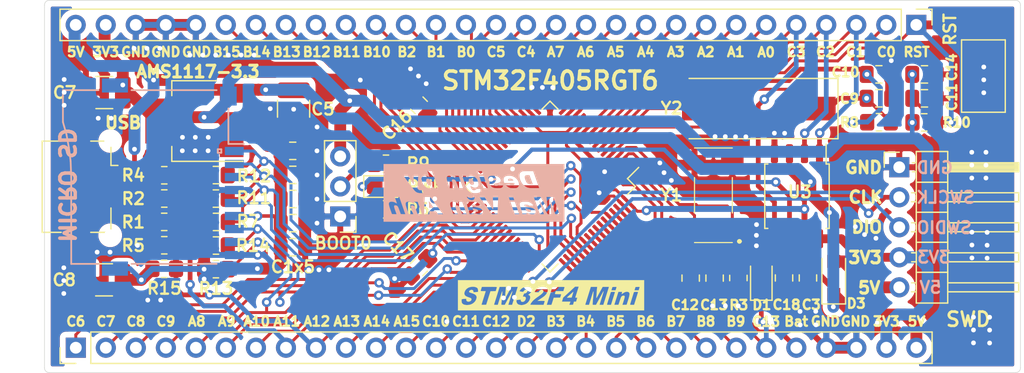
<source format=kicad_pcb>
(kicad_pcb (version 20171130) (host pcbnew "(5.1.10)-1")
  (layers (0 F.Cu signal) (31 B.Cu signal) (34 B.Paste user) (35 F.Paste user) (36 B.SilkS user) (37 F.SilkS user) (38 B.Mask user) (39 F.Mask user) (44 Edge.Cuts user))
  (net 0 "")
  (net 1 GND)
  (net 2 VBat)
  (net 3 +5V)
  (net 4 +3V3)
  (net 5 "Net-(C9-Pad1)")
  (net 6 "Net-(C10-Pad1)")
  (net 7 Reset)
  (net 8 "Net-(C12-Pad1)")
  (net 9 "Net-(C13-Pad1)")
  (net 10 PA13)
  (net 11 PA14)
  (net 12 "Net-(J3-Pad3)")
  (net 13 "Net-(J3-Pad2)")
  (net 14 PC12)
  (net 15 PD2)
  (net 16 PC0)
  (net 17 PC1)
  (net 18 PC2)
  (net 19 PC3)
  (net 20 PA0)
  (net 21 PA1)
  (net 22 PA2)
  (net 23 PA3)
  (net 24 PA4)
  (net 25 PA5)
  (net 26 PA6)
  (net 27 PA7)
  (net 28 PC4)
  (net 29 PC5)
  (net 30 PB0)
  (net 31 PB1)
  (net 32 PB2)
  (net 33 PB10)
  (net 34 PB11)
  (net 35 PB12)
  (net 36 PB13)
  (net 37 PB14)
  (net 38 PB15)
  (net 39 PC13)
  (net 40 PB9)
  (net 41 PB8)
  (net 42 PB7)
  (net 43 PB6)
  (net 44 PB5)
  (net 45 PB4)
  (net 46 PB3)
  (net 47 PC11)
  (net 48 PC10)
  (net 49 PA15)
  (net 50 PA12)
  (net 51 PA11)
  (net 52 PA10)
  (net 53 PA9)
  (net 54 PA8)
  (net 55 PC9)
  (net 56 PC8)
  (net 57 PC7)
  (net 58 PC6)
  (net 59 "Net-(R9-Pad1)")
  (net 60 "Net-(D1-Pad2)")
  (net 61 "Net-(D2-Pad2)")
  (net 62 "Net-(C16-Pad1)")
  (net 63 "Net-(C17-Pad1)")
  (net 64 "Net-(J1-Pad2)")
  (net 65 "Net-(D3-Pad2)")
  (module Bitmap:Design (layer B.Cu) (at 107.6833 94.51848 180)
    (fp_text reference " " hide)
    (fp_text value " " hide)
  )
  (module "Bitmap:STM32F4 mini V2" (layer F.Cu) (at 114.19078 103.17226)
    (fp_text reference " " hide)
    (fp_text value " " hide)
  )
  (module Package_QFP:LQFP-64_10x10mm_P0.5mm (layer F.Cu) (at 114.102799 93.986001 225)
    (fp_text reference " " (at -0.08262 7.778203 45) (layer F.SilkS) (effects (font (thickness 0.2))))
    (fp_text value STM32F405RGTx)
    (pad 1 smd roundrect (at -5.675 -3.75 225) (size 1.55 0.3) (layers F.Cu F.Paste F.Mask) (net 2 VBat))
    (pad 2 smd roundrect (at -5.675 -3.25 225) (size 1.55 0.3) (layers F.Cu F.Paste F.Mask) (net 39 PC13))
    (pad 3 smd roundrect (at -5.675 -2.75 225) (size 1.55 0.3) (layers F.Cu F.Paste F.Mask) (net 8 "Net-(C12-Pad1)"))
    (pad 4 smd roundrect (at -5.675 -2.25 225) (size 1.55 0.3) (layers F.Cu F.Paste F.Mask) (net 9 "Net-(C13-Pad1)"))
    (pad 5 smd roundrect (at -5.675 -1.75 225) (size 1.55 0.3) (layers F.Cu F.Paste F.Mask) (net 5 "Net-(C9-Pad1)"))
    (pad 6 smd roundrect (at -5.675 -1.25 225) (size 1.55 0.3) (layers F.Cu F.Paste F.Mask) (net 6 "Net-(C10-Pad1)"))
    (pad 7 smd roundrect (at -5.675 -0.75 225) (size 1.55 0.3) (layers F.Cu F.Paste F.Mask) (net 7 Reset))
    (pad 8 smd roundrect (at -5.675 -0.25 225) (size 1.55 0.3) (layers F.Cu F.Paste F.Mask) (net 16 PC0))
    (pad 9 smd roundrect (at -5.675 0.25 225) (size 1.55 0.3) (layers F.Cu F.Paste F.Mask) (net 17 PC1))
    (pad 10 smd roundrect (at -5.675 0.75 225) (size 1.55 0.3) (layers F.Cu F.Paste F.Mask) (net 18 PC2))
    (pad 11 smd roundrect (at -5.675 1.25 225) (size 1.55 0.3) (layers F.Cu F.Paste F.Mask) (net 19 PC3))
    (pad 12 smd roundrect (at -5.675 1.75 225) (size 1.55 0.3) (layers F.Cu F.Paste F.Mask) (net 1 GND))
    (pad 13 smd roundrect (at -5.675 2.25 225) (size 1.55 0.3) (layers F.Cu F.Paste F.Mask) (net 4 +3V3))
    (pad 14 smd roundrect (at -5.675 2.75 225) (size 1.55 0.3) (layers F.Cu F.Paste F.Mask) (net 20 PA0))
    (pad 15 smd roundrect (at -5.675 3.25 225) (size 1.55 0.3) (layers F.Cu F.Paste F.Mask) (net 21 PA1))
    (pad 16 smd roundrect (at -5.675 3.75 225) (size 1.55 0.3) (layers F.Cu F.Paste F.Mask) (net 22 PA2))
    (pad 17 smd roundrect (at -3.75 5.675 225) (size 0.3 1.55) (layers F.Cu F.Paste F.Mask) (net 23 PA3))
    (pad 18 smd roundrect (at -3.25 5.675 225) (size 0.3 1.55) (layers F.Cu F.Paste F.Mask) (net 1 GND))
    (pad 19 smd roundrect (at -2.75 5.675 225) (size 0.3 1.55) (layers F.Cu F.Paste F.Mask) (net 4 +3V3))
    (pad 20 smd roundrect (at -2.25 5.675 225) (size 0.3 1.55) (layers F.Cu F.Paste F.Mask) (net 24 PA4))
    (pad 21 smd roundrect (at -1.75 5.675 225) (size 0.3 1.55) (layers F.Cu F.Paste F.Mask) (net 25 PA5))
    (pad 22 smd roundrect (at -1.25 5.675 225) (size 0.3 1.55) (layers F.Cu F.Paste F.Mask) (net 26 PA6))
    (pad 23 smd roundrect (at -0.75 5.675 225) (size 0.3 1.55) (layers F.Cu F.Paste F.Mask) (net 27 PA7))
    (pad 24 smd roundrect (at -0.25 5.675 225) (size 0.3 1.55) (layers F.Cu F.Paste F.Mask) (net 28 PC4))
    (pad 25 smd roundrect (at 0.25 5.675 225) (size 0.3 1.55) (layers F.Cu F.Paste F.Mask) (net 29 PC5))
    (pad 26 smd roundrect (at 0.75 5.675 225) (size 0.3 1.55) (layers F.Cu F.Paste F.Mask) (net 30 PB0))
    (pad 27 smd roundrect (at 1.25 5.675 225) (size 0.3 1.55) (layers F.Cu F.Paste F.Mask) (net 31 PB1))
    (pad 28 smd roundrect (at 1.75 5.675 225) (size 0.3 1.55) (layers F.Cu F.Paste F.Mask) (net 32 PB2))
    (pad 29 smd roundrect (at 2.25 5.675 225) (size 0.3 1.55) (layers F.Cu F.Paste F.Mask) (net 33 PB10))
    (pad 30 smd roundrect (at 2.75 5.675 225) (size 0.3 1.55) (layers F.Cu F.Paste F.Mask) (net 34 PB11))
    (pad 31 smd roundrect (at 3.25 5.675 225) (size 0.3 1.55) (layers F.Cu F.Paste F.Mask) (net 62 "Net-(C16-Pad1)"))
    (pad 32 smd roundrect (at 3.75 5.675 225) (size 0.3 1.55) (layers F.Cu F.Paste F.Mask) (net 4 +3V3))
    (pad 33 smd roundrect (at 5.675 3.75 225) (size 1.55 0.3) (layers F.Cu F.Paste F.Mask) (net 35 PB12))
    (pad 34 smd roundrect (at 5.675 3.25 225) (size 1.55 0.3) (layers F.Cu F.Paste F.Mask) (net 36 PB13))
    (pad 35 smd roundrect (at 5.675 2.75 225) (size 1.55 0.3) (layers F.Cu F.Paste F.Mask) (net 37 PB14))
    (pad 36 smd roundrect (at 5.675 2.25 225) (size 1.55 0.3) (layers F.Cu F.Paste F.Mask) (net 38 PB15))
    (pad 37 smd roundrect (at 5.675 1.75 225) (size 1.55 0.3) (layers F.Cu F.Paste F.Mask) (net 58 PC6))
    (pad 38 smd roundrect (at 5.675 1.25 225) (size 1.55 0.3) (layers F.Cu F.Paste F.Mask) (net 57 PC7))
    (pad 39 smd roundrect (at 5.675 0.75 225) (size 1.55 0.3) (layers F.Cu F.Paste F.Mask) (net 56 PC8))
    (pad 40 smd roundrect (at 5.675 0.25 225) (size 1.55 0.3) (layers F.Cu F.Paste F.Mask) (net 55 PC9))
    (pad 41 smd roundrect (at 5.675 -0.25 225) (size 1.55 0.3) (layers F.Cu F.Paste F.Mask) (net 54 PA8))
    (pad 42 smd roundrect (at 5.675 -0.75 225) (size 1.55 0.3) (layers F.Cu F.Paste F.Mask) (net 53 PA9))
    (pad 43 smd roundrect (at 5.675 -1.25 225) (size 1.55 0.3) (layers F.Cu F.Paste F.Mask) (net 52 PA10))
    (pad 44 smd roundrect (at 5.675 -1.75 225) (size 1.55 0.3) (layers F.Cu F.Paste F.Mask) (net 51 PA11))
    (pad 45 smd roundrect (at 5.675 -2.25 225) (size 1.55 0.3) (layers F.Cu F.Paste F.Mask) (net 50 PA12))
    (pad 46 smd roundrect (at 5.675 -2.75 225) (size 1.55 0.3) (layers F.Cu F.Paste F.Mask) (net 10 PA13))
    (pad 47 smd roundrect (at 5.675 -3.25 225) (size 1.55 0.3) (layers F.Cu F.Paste F.Mask) (net 63 "Net-(C17-Pad1)"))
    (pad 48 smd roundrect (at 5.675 -3.75 225) (size 1.55 0.3) (layers F.Cu F.Paste F.Mask) (net 4 +3V3))
    (pad 49 smd roundrect (at 3.75 -5.675 225) (size 0.3 1.55) (layers F.Cu F.Paste F.Mask) (net 11 PA14))
    (pad 50 smd roundrect (at 3.25 -5.675 225) (size 0.3 1.55) (layers F.Cu F.Paste F.Mask) (net 49 PA15))
    (pad 51 smd roundrect (at 2.75 -5.675 225) (size 0.3 1.55) (layers F.Cu F.Paste F.Mask) (net 48 PC10))
    (pad 52 smd roundrect (at 2.25 -5.675 225) (size 0.3 1.55) (layers F.Cu F.Paste F.Mask) (net 47 PC11))
    (pad 53 smd roundrect (at 1.75 -5.675 225) (size 0.3 1.55) (layers F.Cu F.Paste F.Mask) (net 14 PC12))
    (pad 54 smd roundrect (at 1.25 -5.675 225) (size 0.3 1.55) (layers F.Cu F.Paste F.Mask) (net 15 PD2))
    (pad 55 smd roundrect (at 0.75 -5.675 225) (size 0.3 1.55) (layers F.Cu F.Paste F.Mask) (net 46 PB3))
    (pad 56 smd roundrect (at 0.25 -5.675 225) (size 0.3 1.55) (layers F.Cu F.Paste F.Mask) (net 45 PB4))
    (pad 57 smd roundrect (at -0.25 -5.675 225) (size 0.3 1.55) (layers F.Cu F.Paste F.Mask) (net 44 PB5))
    (pad 58 smd roundrect (at -0.75 -5.675 225) (size 0.3 1.55) (layers F.Cu F.Paste F.Mask) (net 43 PB6))
    (pad 59 smd roundrect (at -1.25 -5.675 225) (size 0.3 1.55) (layers F.Cu F.Paste F.Mask) (net 42 PB7))
    (pad 60 smd roundrect (at -1.75 -5.675 225) (size 0.3 1.55) (layers F.Cu F.Paste F.Mask) (net 59 "Net-(R9-Pad1)"))
    (pad 61 smd roundrect (at -2.25 -5.675 225) (size 0.3 1.55) (layers F.Cu F.Paste F.Mask) (net 41 PB8))
    (pad 62 smd roundrect (at -2.75 -5.675 225) (size 0.3 1.55) (layers F.Cu F.Paste F.Mask) (net 40 PB9))
    (pad 63 smd roundrect (at -3.25 -5.675 225) (size 0.3 1.55) (layers F.Cu F.Paste F.Mask) (net 1 GND))
    (pad 64 smd roundrect (at -3.75 -5.675 225) (size 0.3 1.55) (layers F.Cu F.Paste F.Mask) (net 4 +3V3))
  )
  (module Capacitor_SMD:C_0805_2012Metric_Pad1.18x1.45mm_HandSolder (layer F.Cu) (at 92.34424 92.99956 180)
    (fp_text reference " " (at 0.93726 -9.71042 180) (layer F.SilkS))
    (fp_text value 100nF)
    (pad 2 smd roundrect (at 1.0375 0 180) (size 1.175 1.45) (layers F.Cu F.Paste F.Mask) (roundrect_rratio 0.2127659574468085) (net 4 +3V3))
    (pad 1 smd roundrect (at -1.0375 0 180) (size 1.175 1.45) (layers F.Cu F.Paste F.Mask) (roundrect_rratio 0.2127659574468085) (net 1 GND))
  )
  (module Capacitor_SMD:C_0805_2012Metric_Pad1.18x1.45mm_HandSolder (layer F.Cu) (at 92.35948 97.08134 180)
    (fp_text reference " " (at -2.8067 -4.14274) (layer F.SilkS))
    (fp_text value 100nF)
    (pad 1 smd roundrect (at -1.0375 0 180) (size 1.175 1.45) (layers F.Cu F.Paste F.Mask) (roundrect_rratio 0.2127659574468085) (net 1 GND))
    (pad 2 smd roundrect (at 1.0375 0 180) (size 1.175 1.45) (layers F.Cu F.Paste F.Mask) (roundrect_rratio 0.2127659574468085) (net 4 +3V3))
  )
  (module Capacitor_SMD:C_0805_2012Metric_Pad1.18x1.45mm_HandSolder (layer F.Cu) (at 92.35186 99.12096 180)
    (fp_text reference C1x5 (at -0.00508 -1.65862 180) (layer F.SilkS) (effects (font (thickness 0.2))))
    (fp_text value 100nF)
    (pad 2 smd roundrect (at 1.0375 0 180) (size 1.175 1.45) (layers F.Cu F.Paste F.Mask) (roundrect_rratio 0.2127659574468085) (net 4 +3V3))
    (pad 1 smd roundrect (at -1.0375 0 180) (size 1.175 1.45) (layers F.Cu F.Paste F.Mask) (roundrect_rratio 0.2127659574468085) (net 1 GND))
  )
  (module Capacitor_SMD:C_0805_2012Metric_Pad1.18x1.45mm_HandSolder (layer F.Cu) (at 145.78838 84.49564 180)
    (fp_text reference C14 (at -2.32156 0.60198 90) (layer F.SilkS) (effects (font (size 0.8 0.8) (thickness 0.2))))
    (fp_text value 100nF)
    (pad 1 smd roundrect (at -1.0375 0 180) (size 1.175 1.45) (layers F.Cu F.Paste F.Mask) (roundrect_rratio 0.2127659574468085) (net 1 GND))
    (pad 2 smd roundrect (at 1.0375 0 180) (size 1.175 1.45) (layers F.Cu F.Paste F.Mask) (roundrect_rratio 0.2127659574468085) (net 4 +3V3))
  )
  (module Button_Switch_SMD:SW_SPST_CK_RS282G05A3 (layer F.Cu) (at 150.7744 84.63788 90)
    (fp_text reference RST (at 3.93954 -2.82956 270) (layer F.SilkS) (effects (font (thickness 0.2))))
    (fp_text value Reset)
    (pad 1 smd rect (at -3.9 0 90) (size 1.5 1.5) (layers F.Cu F.Paste F.Mask) (net 1 GND))
    (pad 2 smd rect (at 3.9 0 90) (size 1.5 1.5) (layers F.Cu F.Paste F.Mask) (net 7 Reset))
  )
  (module Capacitor_SMD:C_0805_2012Metric_Pad1.18x1.45mm_HandSolder (layer F.Cu) (at 128.03124 101.73208 270)
    (fp_text reference C13 (at 2.27076 0.04318 180) (layer F.SilkS) (effects (font (size 0.8 0.8) (thickness 0.2))))
    (fp_text value 22pF)
    (pad 2 smd roundrect (at 1.0375 0 270) (size 1.175 1.45) (layers F.Cu F.Paste F.Mask) (roundrect_rratio 0.2127659574468085) (net 1 GND))
    (pad 1 smd roundrect (at -1.0375 0 270) (size 1.175 1.45) (layers F.Cu F.Paste F.Mask) (roundrect_rratio 0.2127659574468085) (net 9 "Net-(C13-Pad1)"))
  )
  (module SD_Card:Conn_uSDcard (layer B.Cu) (at 76.89342 93.1799 90)
    (fp_text reference J4)
    (fp_text value Micro_SD_Card)
    (pad 6 smd rect (at 7.75 0.4 90) (size 1.2 2.2) (layers B.Cu B.Paste B.Mask) (net 4 +3V3))
    (pad 6 smd rect (at -7.75 0.4 90) (size 1.2 2.2) (layers B.Cu B.Paste B.Mask) (net 4 +3V3))
    (pad 6 smd rect (at 6.85 10 90) (size 1.6 1.4) (layers B.Cu B.Paste B.Mask) (net 4 +3V3))
    (pad 6 smd rect (at -7.75 10 90) (size 1.2 1.4) (layers B.Cu B.Paste B.Mask) (net 4 +3V3))
    (pad 9 smd rect (at -6.6 10.5 90) (size 0.7 1.6) (layers B.Cu B.Paste B.Mask) (net 1 GND))
    (pad 7 smd rect (at -4.4 10.5 90) (size 0.7 1.6) (layers B.Cu B.Paste B.Mask) (net 56 PC8))
    (pad 8 smd rect (at -5.5 10.5 90) (size 0.7 1.6) (layers B.Cu B.Paste B.Mask) (net 55 PC9))
    (pad 6 smd rect (at -3.3 10.5 90) (size 0.7 1.6) (layers B.Cu B.Paste B.Mask) (net 4 +3V3))
    (pad 5 smd rect (at -2.2 10.5 90) (size 0.7 1.6) (layers B.Cu B.Paste B.Mask) (net 14 PC12))
    (pad 4 smd rect (at -1.1 10.5 90) (size 0.7 1.6) (layers B.Cu B.Paste B.Mask) (net 1 GND))
    (pad 1 smd rect (at 2.2 10.5 90) (size 0.7 1.6) (layers B.Cu B.Paste B.Mask) (net 48 PC10))
    (pad 2 smd rect (at 1.1 10.5 90) (size 0.7 1.6) (layers B.Cu B.Paste B.Mask) (net 47 PC11))
    (pad "" np_thru_hole circle (at 3.05 0 90) (size 1 1) (drill 1) (layers *.Cu))
    (pad "" np_thru_hole circle (at -4.93 0 90) (size 1 1) (drill 1) (layers *.Cu))
    (pad 3 smd rect (at 0 10.5 90) (size 0.7 1.6) (layers B.Cu B.Paste B.Mask) (net 15 PD2))
  )
  (module Capacitor_SMD:C_0805_2012Metric_Pad1.18x1.45mm_HandSolder (layer F.Cu) (at 135.9281 101.71938 90)
    (fp_text reference C3 (at -2.26822 0.27686 180) (layer F.SilkS) (effects (font (size 0.8 0.8) (thickness 0.2))))
    (fp_text value 100nF)
    (pad 2 smd roundrect (at 1.0375 0 90) (size 1.175 1.45) (layers F.Cu F.Paste F.Mask) (roundrect_rratio 0.2127659574468085) (net 3 +5V))
    (pad 1 smd roundrect (at -1.0375 0 90) (size 1.175 1.45) (layers F.Cu F.Paste F.Mask) (roundrect_rratio 0.2127659574468085) (net 1 GND))
  )
  (module Capacitor_SMD:C_0805_2012Metric_Pad1.18x1.45mm_HandSolder (layer F.Cu) (at 92.33662 90.96502 180)
    (fp_text reference " " (at 2.76352 -0.00508) (layer F.SilkS))
    (fp_text value 100nF)
    (pad 1 smd roundrect (at -1.0375 0 180) (size 1.175 1.45) (layers F.Cu F.Paste F.Mask) (roundrect_rratio 0.2127659574468085) (net 1 GND))
    (pad 2 smd roundrect (at 1.0375 0 180) (size 1.175 1.45) (layers F.Cu F.Paste F.Mask) (roundrect_rratio 0.2127659574468085) (net 4 +3V3))
  )
  (module Capacitor_SMD:C_1210_3225Metric_Pad1.33x2.70mm_HandSolder (layer F.Cu) (at 92.40774 87.40394 270)
    (fp_text reference C5 (at 0.03302 -2.48412 180) (layer F.SilkS) (effects (font (thickness 0.2))))
    (fp_text value 100uF)
    (pad 1 smd roundrect (at -1.5625 0 270) (size 1.325 2.7) (layers F.Cu F.Paste F.Mask) (roundrect_rratio 0.1886777358490566) (net 3 +5V))
    (pad 2 smd roundrect (at 1.5625 0 270) (size 1.325 2.7) (layers F.Cu F.Paste F.Mask) (roundrect_rratio 0.1886777358490566) (net 1 GND))
  )
  (module Capacitor_SMD:C_0805_2012Metric_Pad1.18x1.45mm_HandSolder (layer F.Cu) (at 92.35186 95.03918 180)
    (fp_text reference " " (at -1.88722 -7.6454) (layer F.SilkS))
    (fp_text value 100nF)
    (pad 1 smd roundrect (at -1.0375 0 180) (size 1.175 1.45) (layers F.Cu F.Paste F.Mask) (roundrect_rratio 0.2127659574468085) (net 1 GND))
    (pad 2 smd roundrect (at 1.0375 0 180) (size 1.175 1.45) (layers F.Cu F.Paste F.Mask) (roundrect_rratio 0.2127659574468085) (net 4 +3V3))
  )
  (module Capacitor_SMD:C_1210_3225Metric_Pad1.33x2.70mm_HandSolder (layer F.Cu) (at 76.39558 86.03234 180)
    (fp_text reference C7 (at 3.35788 -0.00254) (layer F.SilkS) (effects (font (thickness 0.2))))
    (fp_text value 100uF)
    (pad 2 smd roundrect (at 1.5625 0 180) (size 1.325 2.7) (layers F.Cu F.Paste F.Mask) (roundrect_rratio 0.1886777358490566) (net 1 GND))
    (pad 1 smd roundrect (at -1.5625 0 180) (size 1.325 2.7) (layers F.Cu F.Paste F.Mask) (roundrect_rratio 0.1886777358490566) (net 4 +3V3))
  )
  (module Capacitor_SMD:C_1210_3225Metric_Pad1.33x2.70mm_HandSolder (layer F.Cu) (at 76.37272 101.8794 180)
    (fp_text reference C8 (at 3.37058 -0.00762 180) (layer F.SilkS) (effects (font (thickness 0.2))))
    (fp_text value 100uF)
    (pad 1 smd roundrect (at -1.5625 0 180) (size 1.325 2.7) (layers F.Cu F.Paste F.Mask) (roundrect_rratio 0.1886777358490566) (net 4 +3V3))
    (pad 2 smd roundrect (at 1.5625 0 180) (size 1.325 2.7) (layers F.Cu F.Paste F.Mask) (roundrect_rratio 0.1886777358490566) (net 1 GND))
  )
  (module Capacitor_SMD:C_0805_2012Metric_Pad1.18x1.45mm_HandSolder (layer F.Cu) (at 141.93012 86.51748)
    (fp_text reference C9 (at -2.49174 0.04064 180) (layer F.SilkS) (effects (font (size 0.8 0.8) (thickness 0.2))))
    (fp_text value 22pF)
    (pad 1 smd roundrect (at -1.0375 0) (size 1.175 1.45) (layers F.Cu F.Paste F.Mask) (roundrect_rratio 0.2127659574468085) (net 5 "Net-(C9-Pad1)"))
    (pad 2 smd roundrect (at 1.0375 0) (size 1.175 1.45) (layers F.Cu F.Paste F.Mask) (roundrect_rratio 0.2127659574468085) (net 1 GND))
  )
  (module Capacitor_SMD:C_0805_2012Metric_Pad1.18x1.45mm_HandSolder (layer F.Cu) (at 141.93012 84.4931)
    (fp_text reference C10 (at -2.82448 -0.18796 180) (layer F.SilkS) (effects (font (size 0.8 0.8) (thickness 0.2))))
    (fp_text value 22pF)
    (pad 2 smd roundrect (at 1.0375 0) (size 1.175 1.45) (layers F.Cu F.Paste F.Mask) (roundrect_rratio 0.2127659574468085) (net 1 GND))
    (pad 1 smd roundrect (at -1.0375 0) (size 1.175 1.45) (layers F.Cu F.Paste F.Mask) (roundrect_rratio 0.2127659574468085) (net 6 "Net-(C10-Pad1)"))
  )
  (module Capacitor_SMD:C_0805_2012Metric_Pad1.18x1.45mm_HandSolder (layer F.Cu) (at 145.78838 86.52256)
    (fp_text reference C11 (at 2.32156 -0.1016 90) (layer F.SilkS) (effects (font (size 0.8 0.8) (thickness 0.2))))
    (fp_text value 100nF)
    (pad 2 smd roundrect (at 1.0375 0) (size 1.175 1.45) (layers F.Cu F.Paste F.Mask) (roundrect_rratio 0.2127659574468085) (net 1 GND))
    (pad 1 smd roundrect (at -1.0375 0) (size 1.175 1.45) (layers F.Cu F.Paste F.Mask) (roundrect_rratio 0.2127659574468085) (net 7 Reset))
  )
  (module Capacitor_SMD:C_0805_2012Metric_Pad1.18x1.45mm_HandSolder (layer F.Cu) (at 126.00686 101.73208 270)
    (fp_text reference C12 (at 2.27076 0.48006 180) (layer F.SilkS) (effects (font (size 0.8 0.8) (thickness 0.2))))
    (fp_text value 22pF)
    (pad 2 smd roundrect (at 1.0375 0 270) (size 1.175 1.45) (layers F.Cu F.Paste F.Mask) (roundrect_rratio 0.2127659574468085) (net 1 GND))
    (pad 1 smd roundrect (at -1.0375 0 270) (size 1.175 1.45) (layers F.Cu F.Paste F.Mask) (roundrect_rratio 0.2127659574468085) (net 8 "Net-(C12-Pad1)"))
  )
  (module Capacitor_SMD:C_0805_2012Metric_Pad1.18x1.45mm_HandSolder (layer F.Cu) (at 103.0224 87.11184 135)
    (fp_text reference C16 (at 0.13208 -2.50952 225) (layer F.SilkS) (effects (font (thickness 0.2))))
    (fp_text value 100nF)
    (pad 1 smd roundrect (at -1.0375 0 135) (size 1.175 1.45) (layers F.Cu F.Paste F.Mask) (roundrect_rratio 0.2127659574468085) (net 62 "Net-(C16-Pad1)"))
    (pad 2 smd roundrect (at 1.0375 0 135) (size 1.175 1.45) (layers F.Cu F.Paste F.Mask) (roundrect_rratio 0.2127659574468085) (net 1 GND))
  )
  (module Capacitor_SMD:C_0805_2012Metric_Pad1.18x1.45mm_HandSolder (layer F.Cu) (at 103.020297 100.814703 225)
    (fp_text reference C17 (at 0.029355 2.51088 315) (layer F.SilkS) (effects (font (thickness 0.2))))
    (fp_text value 100nF)
    (pad 1 smd roundrect (at -1.0375 0 225) (size 1.175 1.45) (layers F.Cu F.Paste F.Mask) (roundrect_rratio 0.2127659574468085) (net 63 "Net-(C17-Pad1)"))
    (pad 2 smd roundrect (at 1.0375 0 225) (size 1.175 1.45) (layers F.Cu F.Paste F.Mask) (roundrect_rratio 0.2127659574468085) (net 1 GND))
  )
  (module LED_SMD:LED_0805_2012Metric_Castellated (layer F.Cu) (at 131.98094 101.72192 90)
    (fp_text reference D1 (at -2.28092 0.04572 180) (layer F.SilkS) (effects (font (size 0.8 0.8) (thickness 0.2))))
    (fp_text value LED)
    (pad 2 smd roundrect (at 0.9625 0 90) (size 1.325 1.3) (layers F.Cu F.Paste F.Mask) (roundrect_rratio 0.1923069230769231) (net 60 "Net-(D1-Pad2)"))
    (pad 1 smd roundrect (at -0.9625 0 90) (size 1.325 1.3) (layers F.Cu F.Paste F.Mask) (roundrect_rratio 0.1923069230769231) (net 39 PC13))
  )
  (module LED_SMD:LED_0805_2012Metric_Castellated (layer F.Cu) (at 100.23348 93.98762)
    (fp_text reference PWR (at 3.34518 0.00762) (layer F.SilkS) (effects (font (thickness 0.2))))
    (fp_text value LED)
    (pad 1 smd roundrect (at -0.9625 0) (size 1.325 1.3) (layers F.Cu F.Paste F.Mask) (roundrect_rratio 0.1923069230769231) (net 4 +3V3))
    (pad 2 smd roundrect (at 0.9625 0) (size 1.325 1.3) (layers F.Cu F.Paste F.Mask) (roundrect_rratio 0.1923069230769231) (net 61 "Net-(D2-Pad2)"))
  )
  (module Connector_PinHeader_2.54mm:PinHeader_1x05_P2.54mm_Horizontal (layer F.Cu) (at 143.65478 92.35186)
    (fp_text reference "SWD " (at 6.28904 12.87018) (layer F.SilkS) (effects (font (size 1.2 1.2) (thickness 0.23))))
    (fp_text value SWD)
    (pad 1 thru_hole rect (at 0 0) (size 1.7 1.7) (drill 1) (layers *.Cu *.Mask) (net 1 GND))
    (pad 2 thru_hole oval (at 0 2.54) (size 1.7 1.7) (drill 1) (layers *.Cu *.Mask) (net 11 PA14))
    (pad 3 thru_hole oval (at 0 5.08) (size 1.7 1.7) (drill 1) (layers *.Cu *.Mask) (net 10 PA13))
    (pad 4 thru_hole oval (at 0 7.62) (size 1.7 1.7) (drill 1) (layers *.Cu *.Mask) (net 4 +3V3))
    (pad 5 thru_hole oval (at 0 10.16) (size 1.7 1.7) (drill 1) (layers *.Cu *.Mask) (net 65 "Net-(D3-Pad2)"))
  )
  (module USB:USB_Micro-B_Amphenol_10104110_Horizontal (layer F.Cu) (at 75.29576 94.00032 270)
    (fp_text reference USB (at -5.4102 -2.68732 180) (layer F.SilkS) (effects (font (thickness 0.25))))
    (fp_text value USB)
    (pad 6 smd rect (at 1.15 1.3 270) (size 1.8 1.9) (layers F.Cu F.Paste F.Mask) (net 1 GND))
    (pad 6 smd rect (at -1.15 1.3 270) (size 1.8 1.9) (layers F.Cu F.Paste F.Mask) (net 1 GND))
    (pad 6 smd rect (at 3.75 1.3 270) (size 2.3 1.9) (layers F.Cu F.Paste F.Mask) (net 1 GND))
    (pad 6 smd rect (at -3.75 1.3 270) (size 2.3 1.9) (layers F.Cu F.Paste F.Mask) (net 1 GND))
    (pad 5 smd rect (at 1.3 -1.55 270) (size 0.4 1.4) (layers F.Cu F.Paste F.Mask) (net 1 GND))
    (pad 4 smd rect (at 0.65 -1.55 270) (size 0.4 1.4) (layers F.Cu F.Paste F.Mask) (net 1 GND))
    (pad 3 smd rect (at 0 -1.55 270) (size 0.4 1.4) (layers F.Cu F.Paste F.Mask) (net 12 "Net-(J3-Pad3)"))
    (pad 2 smd rect (at -0.65 -1.55 270) (size 0.4 1.4) (layers F.Cu F.Paste F.Mask) (net 13 "Net-(J3-Pad2)"))
    (pad 1 smd rect (at -1.3 -1.55 270) (size 0.4 1.4) (layers F.Cu F.Paste F.Mask) (net 3 +5V))
  )
  (module Resistor_SMD:R_0805_2012Metric_Pad1.20x1.40mm_HandSolder (layer F.Cu) (at 81.46288 96.97466 180)
    (fp_text reference R1 (at 2.6162 -0.0254) (layer F.SilkS) (effects (font (thickness 0.2))))
    (fp_text value 22R)
    (pad 1 smd roundrect (at -1 0 180) (size 1.2 1.4) (layers F.Cu F.Paste F.Mask) (roundrect_rratio 0.2083325) (net 50 PA12))
    (pad 2 smd roundrect (at 1 0 180) (size 1.2 1.4) (layers F.Cu F.Paste F.Mask) (roundrect_rratio 0.2083325) (net 12 "Net-(J3-Pad3)"))
  )
  (module Resistor_SMD:R_0805_2012Metric_Pad1.20x1.40mm_HandSolder (layer F.Cu) (at 81.46796 94.99854 180)
    (fp_text reference R2 (at 2.6162 -0.01778) (layer F.SilkS) (effects (font (thickness 0.2))))
    (fp_text value 22R)
    (pad 2 smd roundrect (at 1 0 180) (size 1.2 1.4) (layers F.Cu F.Paste F.Mask) (roundrect_rratio 0.2083325) (net 13 "Net-(J3-Pad2)"))
    (pad 1 smd roundrect (at -1 0 180) (size 1.2 1.4) (layers F.Cu F.Paste F.Mask) (roundrect_rratio 0.2083325) (net 51 PA11))
  )
  (module Resistor_SMD:R_0805_2012Metric_Pad1.20x1.40mm_HandSolder (layer F.Cu) (at 130.04292 101.72192 90)
    (fp_text reference R3 (at -2.29108 0.02794) (layer F.SilkS) (effects (font (size 0.8 0.8) (thickness 0.2))))
    (fp_text value 560)
    (pad 2 smd roundrect (at 1 0 90) (size 1.2 1.4) (layers F.Cu F.Paste F.Mask) (roundrect_rratio 0.2083325) (net 60 "Net-(D1-Pad2)"))
    (pad 1 smd roundrect (at -1 0 90) (size 1.2 1.4) (layers F.Cu F.Paste F.Mask) (roundrect_rratio 0.2083325) (net 1 GND))
  )
  (module Resistor_SMD:R_0805_2012Metric_Pad1.20x1.40mm_HandSolder (layer F.Cu) (at 81.46796 93.03004 180)
    (fp_text reference R4 (at 2.62382 -0.00762) (layer F.SilkS) (effects (font (thickness 0.2))))
    (fp_text value 4k7)
    (pad 1 smd roundrect (at -1 0 180) (size 1.2 1.4) (layers F.Cu F.Paste F.Mask) (roundrect_rratio 0.2083325) (net 51 PA11))
    (pad 2 smd roundrect (at 1 0 180) (size 1.2 1.4) (layers F.Cu F.Paste F.Mask) (roundrect_rratio 0.2083325) (net 1 GND))
  )
  (module Resistor_SMD:R_0805_2012Metric_Pad1.20x1.40mm_HandSolder (layer F.Cu) (at 81.46796 98.95332 180)
    (fp_text reference R5 (at 2.6289 -0.02794) (layer F.SilkS) (effects (font (thickness 0.2))))
    (fp_text value 4k7)
    (pad 2 smd roundrect (at 1 0 180) (size 1.2 1.4) (layers F.Cu F.Paste F.Mask) (roundrect_rratio 0.2083325) (net 1 GND))
    (pad 1 smd roundrect (at -1 0 180) (size 1.2 1.4) (layers F.Cu F.Paste F.Mask) (roundrect_rratio 0.2083325) (net 50 PA12))
  )
  (module Resistor_SMD:R_0805_2012Metric_Pad1.20x1.40mm_HandSolder (layer F.Cu) (at 100.24364 95.91548)
    (fp_text reference R6 (at 2.68224 0.01778) (layer F.SilkS) (effects (font (thickness 0.2))))
    (fp_text value 150)
    (pad 1 smd roundrect (at -1 0) (size 1.2 1.4) (layers F.Cu F.Paste F.Mask) (roundrect_rratio 0.2083325) (net 1 GND))
    (pad 2 smd roundrect (at 1 0) (size 1.2 1.4) (layers F.Cu F.Paste F.Mask) (roundrect_rratio 0.2083325) (net 61 "Net-(D2-Pad2)"))
  )
  (module Resistor_SMD:R_0805_2012Metric_Pad1.20x1.40mm_HandSolder (layer F.Cu) (at 141.93774 88.5444 180)
    (fp_text reference R8 (at 2.49682 -0.01524 180) (layer F.SilkS) (effects (font (size 0.8 0.8) (thickness 0.2))))
    (fp_text value 10M)
    (pad 1 smd roundrect (at -1 0 180) (size 1.2 1.4) (layers F.Cu F.Paste F.Mask) (roundrect_rratio 0.2083325) (net 5 "Net-(C9-Pad1)"))
    (pad 2 smd roundrect (at 1 0 180) (size 1.2 1.4) (layers F.Cu F.Paste F.Mask) (roundrect_rratio 0.2083325) (net 6 "Net-(C10-Pad1)"))
  )
  (module Resistor_SMD:R_0805_2012Metric_Pad1.20x1.40mm_HandSolder (layer F.Cu) (at 100.22586 92.05722 180)
    (fp_text reference R9 (at -2.72034 -0.00254) (layer F.SilkS) (effects (font (thickness 0.2))))
    (fp_text value 10k)
    (pad 2 smd roundrect (at 1 0 180) (size 1.2 1.4) (layers F.Cu F.Paste F.Mask) (roundrect_rratio 0.2083325) (net 64 "Net-(J1-Pad2)"))
    (pad 1 smd roundrect (at -1 0 180) (size 1.2 1.4) (layers F.Cu F.Paste F.Mask) (roundrect_rratio 0.2083325) (net 59 "Net-(R9-Pad1)"))
  )
  (module Resistor_SMD:R_0805_2012Metric_Pad1.20x1.40mm_HandSolder (layer F.Cu) (at 145.7706 88.5571 180)
    (fp_text reference R10 (at -2.75844 -0.01524) (layer F.SilkS) (effects (font (size 0.8 0.8) (thickness 0.2))))
    (fp_text value 10k)
    (pad 1 smd roundrect (at -1 0 180) (size 1.2 1.4) (layers F.Cu F.Paste F.Mask) (roundrect_rratio 0.2083325) (net 7 Reset))
    (pad 2 smd roundrect (at 1 0 180) (size 1.2 1.4) (layers F.Cu F.Paste F.Mask) (roundrect_rratio 0.2083325) (net 4 +3V3))
  )
  (module Package_TO_SOT_SMD:SOT-223-3_TabPin2 (layer F.Cu) (at 84.01558 88.4428 180)
    (fp_text reference AMS1117-3.3 (at -0.29972 4.17576 180) (layer F.SilkS) (effects (font (thickness 0.25))))
    (fp_text value AP1117-33)
    (pad 2 smd rect (at 3.15 0 180) (size 2 3.8) (layers F.Cu F.Paste F.Mask) (net 4 +3V3))
    (pad 2 smd rect (at -3.15 0 180) (size 2 1.5) (layers F.Cu F.Paste F.Mask) (net 4 +3V3))
    (pad 3 smd rect (at -3.15 2.3 180) (size 2 1.5) (layers F.Cu F.Paste F.Mask) (net 3 +5V))
    (pad 1 smd rect (at -3.15 -2.3 180) (size 2 1.5) (layers F.Cu F.Paste F.Mask) (net 1 GND))
  )
  (module Crystal:Crystal_SMD_HC49-SD (layer F.Cu) (at 131.77012 87.3887 180)
    (fp_text reference Y2 (at 7.37362 0.03302) (layer F.SilkS) (effects (font (thickness 0.2))))
    (fp_text value 8MHz)
    (pad 1 smd rect (at -4.25 0 180) (size 4.5 2) (layers F.Cu F.Paste F.Mask) (net 5 "Net-(C9-Pad1)"))
    (pad 2 smd rect (at 4.25 0 180) (size 4.5 2) (layers F.Cu F.Paste F.Mask) (net 6 "Net-(C10-Pad1)"))
  )
  (module MC-306:MC306327680KE3ROHS (layer F.Cu) (at 127.92964 94.72422 90)
    (fp_text reference Y1 (at 0.01524 -3.55346) (layer F.SilkS) (effects (font (thickness 0.2))))
    (fp_text value 32.768KHz hide)
    (pad 1 smd rect (at -2.75 1.6 90) (size 1.3 1.9) (layers F.Cu F.Paste F.Mask) (net 9 "Net-(C13-Pad1)"))
    (pad 2 smd rect (at 2.75 1.6 90) (size 1.3 1.9) (layers F.Cu F.Paste F.Mask) (net 1 GND))
    (pad 3 smd rect (at 2.75 -1.6 90) (size 1.3 1.9) (layers F.Cu F.Paste F.Mask) (net 1 GND))
    (pad 4 smd rect (at -2.75 -1.6 90) (size 1.3 1.9) (layers F.Cu F.Paste F.Mask) (net 8 "Net-(C12-Pad1)"))
  )
  (module Package_SO:SOIC-8_5.23x5.23mm_P1.27mm (layer F.Cu) (at 135 94.80296 270)
    (fp_text reference U3 (at -0.36068 -0.2423) (layer F.SilkS) (effects (font (thickness 0.2))))
    (fp_text value W25Q32JVSS)
    (pad 1 smd roundrect (at -3.6 -1.905 270) (size 1.6 0.6) (layers F.Cu F.Paste F.Mask) (net 17 PC1))
    (pad 2 smd roundrect (at -3.6 -0.635 270) (size 1.6 0.6) (layers F.Cu F.Paste F.Mask) (net 18 PC2))
    (pad 3 smd roundrect (at -3.6 0.635 270) (size 1.6 0.6) (layers F.Cu F.Paste F.Mask) (net 4 +3V3))
    (pad 4 smd roundrect (at -3.6 1.905 270) (size 1.6 0.6) (layers F.Cu F.Paste F.Mask) (net 1 GND))
    (pad 5 smd roundrect (at 3.6 1.905 270) (size 1.6 0.6) (layers F.Cu F.Paste F.Mask) (net 19 PC3))
    (pad 6 smd roundrect (at 3.6 0.635 270) (size 1.6 0.6) (layers F.Cu F.Paste F.Mask) (net 33 PB10))
    (pad 7 smd roundrect (at 3.6 -0.635 270) (size 1.6 0.6) (layers F.Cu F.Paste F.Mask) (net 4 +3V3))
    (pad 8 smd roundrect (at 3.6 -1.905 270) (size 1.6 0.6) (layers F.Cu F.Paste F.Mask) (net 4 +3V3))
  )
  (module Connector_PinHeader_2.54mm:PinHeader_1x03_P2.54mm_Vertical (layer F.Cu) (at 96.3549 96.51492 180)
    (fp_text reference BOOT0 (at -0.25146 -2.26314) (layer F.SilkS) (effects (font (thickness 0.2))))
    (fp_text value BOOT)
    (pad 1 thru_hole rect (at 0 0 180) (size 1.7 1.7) (drill 1) (layers *.Cu *.Mask) (net 1 GND))
    (pad 2 thru_hole oval (at 0 2.54 180) (size 1.7 1.7) (drill 1) (layers *.Cu *.Mask) (net 64 "Net-(J1-Pad2)"))
    (pad 3 thru_hole oval (at 0 5.08 180) (size 1.7 1.7) (drill 1) (layers *.Cu *.Mask) (net 4 +3V3))
  )
  (module Capacitor_SMD:C_0805_2012Metric_Pad1.18x1.45mm_HandSolder (layer F.Cu) (at 133.90372 101.71938 270)
    (fp_text reference C18 (at 2.26822 -0.21336 180) (layer F.SilkS) (effects (font (size 0.8 0.8) (thickness 0.2))))
    (fp_text value 100nF)
    (pad 1 smd roundrect (at -1.0375 0 270) (size 1.175 1.45) (layers F.Cu F.Paste F.Mask) (roundrect_rratio 0.212766) (net 1 GND))
    (pad 2 smd roundrect (at 1.0375 0 270) (size 1.175 1.45) (layers F.Cu F.Paste F.Mask) (roundrect_rratio 0.212766) (net 2 VBat))
  )
  (module Diode_SMD:D_SOD-123F (layer F.Cu) (at 138.10996 101.71938 90)
    (fp_text reference D3 (at -2.16154 1.89992 180) (layer F.SilkS) (effects (font (size 0.8 0.8) (thickness 0.2))))
    (fp_text value MBR1020VL)
    (pad 1 smd rect (at -1.4 0 90) (size 1.1 1.1) (layers F.Cu F.Paste F.Mask) (net 3 +5V))
    (pad 2 smd rect (at 1.4 0 90) (size 1.1 1.1) (layers F.Cu F.Paste F.Mask) (net 65 "Net-(D3-Pad2)"))
  )
  (module Resistor_SMD:R_0805_2012Metric_Pad1.20x1.40mm_HandSolder (layer F.Cu) (at 85.84438 96.97974)
    (fp_text reference R7 (at 2.7305 -0.04572) (layer F.SilkS) (effects (font (thickness 0.2))))
    (fp_text value 10k)
    (pad 1 smd roundrect (at -1 0) (size 1.2 1.4) (layers F.Cu F.Paste F.Mask) (roundrect_rratio 0.208333) (net 4 +3V3))
    (pad 2 smd roundrect (at 1 0) (size 1.2 1.4) (layers F.Cu F.Paste F.Mask) (roundrect_rratio 0.208333) (net 15 PD2))
  )
  (module Resistor_SMD:R_0805_2012Metric_Pad1.20x1.40mm_HandSolder (layer F.Cu) (at 85.83676 95.00362)
    (fp_text reference R11 (at 3.20802 -0.06604) (layer F.SilkS) (effects (font (thickness 0.2))))
    (fp_text value 10k)
    (pad 1 smd roundrect (at -1 0) (size 1.2 1.4) (layers F.Cu F.Paste F.Mask) (roundrect_rratio 0.208333) (net 4 +3V3))
    (pad 2 smd roundrect (at 1 0) (size 1.2 1.4) (layers F.Cu F.Paste F.Mask) (roundrect_rratio 0.208333) (net 47 PC11))
  )
  (module Resistor_SMD:R_0805_2012Metric_Pad1.20x1.40mm_HandSolder (layer F.Cu) (at 85.83676 93.0148)
    (fp_text reference R12 (at 3.22834 0.08382) (layer F.SilkS) (effects (font (thickness 0.2))))
    (fp_text value 10k)
    (pad 2 smd roundrect (at 1 0) (size 1.2 1.4) (layers F.Cu F.Paste F.Mask) (roundrect_rratio 0.208333) (net 48 PC10))
    (pad 1 smd roundrect (at -1 0) (size 1.2 1.4) (layers F.Cu F.Paste F.Mask) (roundrect_rratio 0.208333) (net 4 +3V3))
  )
  (module Resistor_SMD:R_0805_2012Metric_Pad1.20x1.40mm_HandSolder (layer F.Cu) (at 85.83676 100.97516)
    (fp_text reference R13 (at 0.00508 1.63322) (layer F.SilkS) (effects (font (thickness 0.2))))
    (fp_text value 10k)
    (pad 1 smd roundrect (at -1 0) (size 1.2 1.4) (layers F.Cu F.Paste F.Mask) (roundrect_rratio 0.208333) (net 4 +3V3))
    (pad 2 smd roundrect (at 1 0) (size 1.2 1.4) (layers F.Cu F.Paste F.Mask) (roundrect_rratio 0.208333) (net 55 PC9))
  )
  (module Resistor_SMD:R_0805_2012Metric_Pad1.20x1.40mm_HandSolder (layer F.Cu) (at 85.84184 98.97618)
    (fp_text reference R14 (at 3.14198 0.00762) (layer F.SilkS) (effects (font (thickness 0.2))))
    (fp_text value 10k)
    (pad 2 smd roundrect (at 1 0) (size 1.2 1.4) (layers F.Cu F.Paste F.Mask) (roundrect_rratio 0.208333) (net 56 PC8))
    (pad 1 smd roundrect (at -1 0) (size 1.2 1.4) (layers F.Cu F.Paste F.Mask) (roundrect_rratio 0.208333) (net 4 +3V3))
  )
  (module Resistor_SMD:R_0805_2012Metric_Pad1.20x1.40mm_HandSolder (layer F.Cu) (at 81.46034 100.94722)
    (fp_text reference R15 (at 0.01016 1.651) (layer F.SilkS) (effects (font (thickness 0.2))))
    (fp_text value 1k)
    (pad 2 smd roundrect (at 1 0) (size 1.2 1.4) (layers F.Cu F.Paste F.Mask) (roundrect_rratio 0.208333) (net 50 PA12))
    (pad 1 smd roundrect (at -1 0) (size 1.2 1.4) (layers F.Cu F.Paste F.Mask) (roundrect_rratio 0.208333) (net 4 +3V3))
  )
  (module Connector_PinHeader_2.54mm:PinHeader_1x29_P2.54mm_Vertical (layer F.Cu) (at 145.09496 80.30718 270)
    (fp_text reference " " (at 0.00254 -0.9271 90) (layer F.SilkS))
    (fp_text value Con_B)
    (pad 29 thru_hole oval (at 0 71.12 270) (size 1.7 1.7) (drill 1) (layers *.Cu *.Mask) (net 3 +5V))
    (pad 28 thru_hole oval (at 0 68.58 270) (size 1.7 1.7) (drill 1) (layers *.Cu *.Mask) (net 4 +3V3))
    (pad 27 thru_hole oval (at 0 66.04 270) (size 1.7 1.7) (drill 1) (layers *.Cu *.Mask) (net 1 GND))
    (pad 26 thru_hole oval (at 0 63.5 270) (size 1.7 1.7) (drill 1) (layers *.Cu *.Mask) (net 1 GND))
    (pad 25 thru_hole oval (at 0 60.96 270) (size 1.7 1.7) (drill 1) (layers *.Cu *.Mask) (net 1 GND))
    (pad 24 thru_hole oval (at 0 58.42 270) (size 1.7 1.7) (drill 1) (layers *.Cu *.Mask) (net 38 PB15))
    (pad 23 thru_hole oval (at 0 55.88 270) (size 1.7 1.7) (drill 1) (layers *.Cu *.Mask) (net 37 PB14))
    (pad 22 thru_hole oval (at 0 53.34 270) (size 1.7 1.7) (drill 1) (layers *.Cu *.Mask) (net 36 PB13))
    (pad 21 thru_hole oval (at 0 50.8 270) (size 1.7 1.7) (drill 1) (layers *.Cu *.Mask) (net 35 PB12))
    (pad 20 thru_hole oval (at 0 48.26 270) (size 1.7 1.7) (drill 1) (layers *.Cu *.Mask) (net 34 PB11))
    (pad 19 thru_hole oval (at 0 45.72 270) (size 1.7 1.7) (drill 1) (layers *.Cu *.Mask) (net 33 PB10))
    (pad 18 thru_hole oval (at 0 43.18 270) (size 1.7 1.7) (drill 1) (layers *.Cu *.Mask) (net 32 PB2))
    (pad 17 thru_hole oval (at 0 40.64 270) (size 1.7 1.7) (drill 1) (layers *.Cu *.Mask) (net 31 PB1))
    (pad 16 thru_hole oval (at 0 38.1 270) (size 1.7 1.7) (drill 1) (layers *.Cu *.Mask) (net 30 PB0))
    (pad 15 thru_hole oval (at 0 35.56 270) (size 1.7 1.7) (drill 1) (layers *.Cu *.Mask) (net 29 PC5))
    (pad 14 thru_hole oval (at 0 33.02 270) (size 1.7 1.7) (drill 1) (layers *.Cu *.Mask) (net 28 PC4))
    (pad 13 thru_hole oval (at 0 30.48 270) (size 1.7 1.7) (drill 1) (layers *.Cu *.Mask) (net 27 PA7))
    (pad 12 thru_hole oval (at 0 27.94 270) (size 1.7 1.7) (drill 1) (layers *.Cu *.Mask) (net 26 PA6))
    (pad 11 thru_hole oval (at 0 25.4 270) (size 1.7 1.7) (drill 1) (layers *.Cu *.Mask) (net 25 PA5))
    (pad 10 thru_hole oval (at 0 22.86 270) (size 1.7 1.7) (drill 1) (layers *.Cu *.Mask) (net 24 PA4))
    (pad 9 thru_hole oval (at 0 20.32 270) (size 1.7 1.7) (drill 1) (layers *.Cu *.Mask) (net 23 PA3))
    (pad 8 thru_hole oval (at 0 17.78 270) (size 1.7 1.7) (drill 1) (layers *.Cu *.Mask) (net 22 PA2))
    (pad 7 thru_hole oval (at 0 15.24 270) (size 1.7 1.7) (drill 1) (layers *.Cu *.Mask) (net 21 PA1))
    (pad 6 thru_hole oval (at 0 12.7 270) (size 1.7 1.7) (drill 1) (layers *.Cu *.Mask) (net 20 PA0))
    (pad 5 thru_hole oval (at 0 10.16 270) (size 1.7 1.7) (drill 1) (layers *.Cu *.Mask) (net 19 PC3))
    (pad 4 thru_hole oval (at 0 7.62 270) (size 1.7 1.7) (drill 1) (layers *.Cu *.Mask) (net 18 PC2))
    (pad 3 thru_hole oval (at 0 5.08 270) (size 1.7 1.7) (drill 1) (layers *.Cu *.Mask) (net 17 PC1))
    (pad 2 thru_hole oval (at 0 2.54 270) (size 1.7 1.7) (drill 1) (layers *.Cu *.Mask) (net 16 PC0))
    (pad 1 thru_hole rect (at 0 0 270) (size 1.7 1.7) (drill 1) (layers *.Cu *.Mask) (net 7 Reset))
  )
  (module Connector_PinHeader_2.54mm:PinHeader_1x29_P2.54mm_Vertical (layer F.Cu) (at 73.98258 107.62234 90)
    (fp_text reference " " (at -0.00508 -1.74498 90) (layer F.SilkS))
    (fp_text value Con_A)
    (pad 1 thru_hole rect (at 0 0 90) (size 1.7 1.7) (drill 1) (layers *.Cu *.Mask) (net 58 PC6))
    (pad 2 thru_hole oval (at 0 2.54 90) (size 1.7 1.7) (drill 1) (layers *.Cu *.Mask) (net 57 PC7))
    (pad 3 thru_hole oval (at 0 5.08 90) (size 1.7 1.7) (drill 1) (layers *.Cu *.Mask) (net 56 PC8))
    (pad 4 thru_hole oval (at 0 7.62 90) (size 1.7 1.7) (drill 1) (layers *.Cu *.Mask) (net 55 PC9))
    (pad 5 thru_hole oval (at 0 10.16 90) (size 1.7 1.7) (drill 1) (layers *.Cu *.Mask) (net 54 PA8))
    (pad 6 thru_hole oval (at 0 12.7 90) (size 1.7 1.7) (drill 1) (layers *.Cu *.Mask) (net 53 PA9))
    (pad 7 thru_hole oval (at 0 15.24 90) (size 1.7 1.7) (drill 1) (layers *.Cu *.Mask) (net 52 PA10))
    (pad 8 thru_hole oval (at 0 17.78 90) (size 1.7 1.7) (drill 1) (layers *.Cu *.Mask) (net 51 PA11))
    (pad 9 thru_hole oval (at 0 20.32 90) (size 1.7 1.7) (drill 1) (layers *.Cu *.Mask) (net 50 PA12))
    (pad 10 thru_hole oval (at 0 22.86 90) (size 1.7 1.7) (drill 1) (layers *.Cu *.Mask) (net 10 PA13))
    (pad 11 thru_hole oval (at 0 25.4 90) (size 1.7 1.7) (drill 1) (layers *.Cu *.Mask) (net 11 PA14))
    (pad 12 thru_hole oval (at 0 27.94 90) (size 1.7 1.7) (drill 1) (layers *.Cu *.Mask) (net 49 PA15))
    (pad 13 thru_hole oval (at 0 30.48 90) (size 1.7 1.7) (drill 1) (layers *.Cu *.Mask) (net 48 PC10))
    (pad 14 thru_hole oval (at 0 33.02 90) (size 1.7 1.7) (drill 1) (layers *.Cu *.Mask) (net 47 PC11))
    (pad 15 thru_hole oval (at 0 35.56 90) (size 1.7 1.7) (drill 1) (layers *.Cu *.Mask) (net 14 PC12))
    (pad 16 thru_hole oval (at 0 38.1 90) (size 1.7 1.7) (drill 1) (layers *.Cu *.Mask) (net 15 PD2))
    (pad 17 thru_hole oval (at 0 40.64 90) (size 1.7 1.7) (drill 1) (layers *.Cu *.Mask) (net 46 PB3))
    (pad 18 thru_hole oval (at 0 43.18 90) (size 1.7 1.7) (drill 1) (layers *.Cu *.Mask) (net 45 PB4))
    (pad 19 thru_hole oval (at 0 45.72 90) (size 1.7 1.7) (drill 1) (layers *.Cu *.Mask) (net 44 PB5))
    (pad 20 thru_hole oval (at 0 48.26 90) (size 1.7 1.7) (drill 1) (layers *.Cu *.Mask) (net 43 PB6))
    (pad 21 thru_hole oval (at 0 50.8 90) (size 1.7 1.7) (drill 1) (layers *.Cu *.Mask) (net 42 PB7))
    (pad 22 thru_hole oval (at 0 53.34 90) (size 1.7 1.7) (drill 1) (layers *.Cu *.Mask) (net 41 PB8))
    (pad 23 thru_hole oval (at 0 55.88 90) (size 1.7 1.7) (drill 1) (layers *.Cu *.Mask) (net 40 PB9))
    (pad 24 thru_hole oval (at 0 58.42 90) (size 1.7 1.7) (drill 1) (layers *.Cu *.Mask) (net 39 PC13))
    (pad 25 thru_hole oval (at 0 60.96 90) (size 1.7 1.7) (drill 1) (layers *.Cu *.Mask) (net 2 VBat))
    (pad 26 thru_hole oval (at 0 63.5 90) (size 1.7 1.7) (drill 1) (layers *.Cu *.Mask) (net 1 GND))
    (pad 27 thru_hole oval (at 0 66.04 90) (size 1.7 1.7) (drill 1) (layers *.Cu *.Mask) (net 1 GND))
    (pad 28 thru_hole oval (at 0 68.58 90) (size 1.7 1.7) (drill 1) (layers *.Cu *.Mask) (net 4 +3V3))
    (pad 29 thru_hole oval (at 0 71.12 90) (size 1.7 1.7) (drill 1) (layers *.Cu *.Mask) (net 3 +5V))
  )
  (gr_text STM32F405RGT6 (at 114.1349 85.02904) (layer F.SilkS) (effects (font (size 1.5 1.5) (thickness 0.3))))
  (gr_text RST (at 145.11782 82.60588) (layer F.SilkS) (effects (font (size 0.8 0.8) (thickness 0.2))))
  (gr_text C1 (at 139.95146 82.59826) (layer F.SilkS) (effects (font (size 0.8 0.8) (thickness 0.2))))
  (gr_text C0 (at 142.55496 82.60588) (layer F.SilkS) (effects (font (size 0.8 0.8) (thickness 0.2))))
  (gr_text C2 (at 137.41146 82.59826) (layer F.SilkS) (effects (font (size 0.8 0.8) (thickness 0.2))))
  (gr_text C3 (at 134.92734 82.60588) (layer F.SilkS) (effects (font (size 0.8 0.8) (thickness 0.2))))
  (gr_text A0 (at 132.38734 82.62366) (layer F.SilkS) (effects (font (size 0.8 0.8) (thickness 0.2))))
  (gr_text A5 (at 119.66194 82.60334) (layer F.SilkS) (effects (font (size 0.8 0.8) (thickness 0.2))))
  (gr_text A6 (at 117.12194 82.60334) (layer F.SilkS) (effects (font (size 0.8 0.8) (thickness 0.2))))
  (gr_text B1 (at 104.4575 82.6008) (layer F.SilkS) (effects (font (size 0.8 0.8) (thickness 0.2))))
  (gr_text C4 (at 112.0775 82.6008) (layer F.SilkS) (effects (font (size 0.8 0.8) (thickness 0.2))))
  (gr_text B0 (at 106.9975 82.6008) (layer F.SilkS) (effects (font (size 0.8 0.8) (thickness 0.2))))
  (gr_text A7 (at 114.58194 82.60334) (layer F.SilkS) (effects (font (size 0.8 0.8) (thickness 0.2))))
  (gr_text A1 (at 129.82194 82.60334) (layer F.SilkS) (effects (font (size 0.8 0.8) (thickness 0.2))))
  (gr_text A2 (at 127.28194 82.60334) (layer F.SilkS) (effects (font (size 0.8 0.8) (thickness 0.2))))
  (gr_text A3 (at 124.74194 82.60334) (layer F.SilkS) (effects (font (size 0.8 0.8) (thickness 0.2))))
  (gr_text A4 (at 122.20194 82.60334) (layer F.SilkS) (effects (font (size 0.8 0.8) (thickness 0.2))))
  (gr_text C5 (at 109.5375 82.6008) (layer F.SilkS) (effects (font (size 0.8 0.8) (thickness 0.2))))
  (gr_text 5V (at 73.98004 82.6008) (layer F.SilkS) (effects (font (size 0.8 0.8) (thickness 0.2))))
  (gr_text B12 (at 94.36862 82.60334) (layer F.SilkS) (effects (font (size 0.8 0.8) (thickness 0.2))))
  (gr_text B15 (at 86.74862 82.60334) (layer F.SilkS) (effects (font (size 0.8 0.8) (thickness 0.2))))
  (gr_text B13 (at 91.82862 82.60334) (layer F.SilkS) (effects (font (size 0.8 0.8) (thickness 0.2))))
  (gr_text B14 (at 89.28862 82.60334) (layer F.SilkS) (effects (font (size 0.8 0.8) (thickness 0.2))))
  (gr_text GND (at 79.06004 82.6008) (layer F.SilkS) (effects (font (size 0.8 0.8) (thickness 0.2))))
  (gr_text 3V3 (at 76.52004 82.6008) (layer F.SilkS) (effects (font (size 0.8 0.8) (thickness 0.2))))
  (gr_text GND (at 81.60004 82.6008) (layer F.SilkS) (effects (font (size 0.8 0.8) (thickness 0.2))))
  (gr_text GND (at 84.20862 82.60334) (layer F.SilkS) (effects (font (size 0.8 0.8) (thickness 0.2))))
  (gr_text B11 (at 96.90862 82.60334) (layer F.SilkS) (effects (font (size 0.8 0.8) (thickness 0.2))))
  (gr_text B2 (at 101.98862 82.60334) (layer F.SilkS) (effects (font (size 0.8 0.8) (thickness 0.2))))
  (gr_text B10 (at 99.44862 82.60334) (layer F.SilkS) (effects (font (size 0.8 0.8) (thickness 0.2))))
  (gr_text 5V (at 145.12036 105.39984) (layer F.SilkS) (effects (font (size 0.8 0.8) (thickness 0.2))))
  (gr_text 3V3 (at 142.5575 105.39984) (layer F.SilkS) (effects (font (size 0.8 0.8) (thickness 0.2))))
  (gr_text "GND\n" (at 139.954 105.39222) (layer F.SilkS) (effects (font (size 0.8 0.8) (thickness 0.2))))
  (gr_text "GND\n" (at 137.414 105.39222) (layer F.SilkS) (effects (font (size 0.8 0.8) (thickness 0.2))))
  (gr_text Bat (at 134.92988 105.39984) (layer F.SilkS) (effects (font (size 0.8 0.8) (thickness 0.2))))
  (gr_text C13 (at 132.38988 105.41762) (layer F.SilkS) (effects (font (size 0.8 0.8) (thickness 0.2))))
  (gr_text B9 (at 129.82448 105.3973) (layer F.SilkS) (effects (font (size 0.8 0.8) (thickness 0.2))))
  (gr_text B8 (at 127.28448 105.3973) (layer F.SilkS) (effects (font (size 0.8 0.8) (thickness 0.2))))
  (gr_text B7 (at 124.74448 105.3973) (layer F.SilkS) (effects (font (size 0.8 0.8) (thickness 0.2))))
  (gr_text B6 (at 122.20448 105.3973) (layer F.SilkS) (effects (font (size 0.8 0.8) (thickness 0.2))))
  (gr_text B5 (at 119.66448 105.3973) (layer F.SilkS) (effects (font (size 0.8 0.8) (thickness 0.2))))
  (gr_text B4 (at 117.12448 105.3973) (layer F.SilkS) (effects (font (size 0.8 0.8) (thickness 0.2))))
  (gr_text B3 (at 114.58448 105.3973) (layer F.SilkS) (effects (font (size 0.8 0.8) (thickness 0.2))))
  (gr_text C10 (at 104.46004 105.39476) (layer F.SilkS) (effects (font (size 0.8 0.8) (thickness 0.2))))
  (gr_text C12 (at 109.54004 105.39476) (layer F.SilkS) (effects (font (size 0.8 0.8) (thickness 0.2))))
  (gr_text C11 (at 107.00004 105.39476) (layer F.SilkS) (effects (font (size 0.8 0.8) (thickness 0.2))))
  (gr_text D2 (at 112.08004 105.39476) (layer F.SilkS) (effects (font (size 0.8 0.8) (thickness 0.2))))
  (gr_text C7 (at 76.52258 105.39476) (layer F.SilkS) (effects (font (size 0.8 0.8) (thickness 0.2))))
  (gr_text A15 (at 101.99116 105.3973) (layer F.SilkS) (effects (font (size 0.8 0.8) (thickness 0.2))))
  (gr_text A14 (at 99.45116 105.3973) (layer F.SilkS) (effects (font (size 0.8 0.8) (thickness 0.2))))
  (gr_text A13 (at 96.91116 105.3973) (layer F.SilkS) (effects (font (size 0.8 0.8) (thickness 0.2))))
  (gr_text A12 (at 94.37116 105.3973) (layer F.SilkS) (effects (font (size 0.8 0.8) (thickness 0.2))))
  (gr_text A11 (at 91.83116 105.3973) (layer F.SilkS) (effects (font (size 0.8 0.8) (thickness 0.2))))
  (gr_text A10 (at 89.29116 105.3973) (layer F.SilkS) (effects (font (size 0.8 0.8) (thickness 0.2))))
  (gr_text A9 (at 86.75116 105.3973) (layer F.SilkS) (effects (font (size 0.8 0.8) (thickness 0.2))))
  (gr_text A8 (at 84.21116 105.3973) (layer F.SilkS) (effects (font (size 0.8 0.8) (thickness 0.2))))
  (gr_text C9 (at 81.60258 105.39476) (layer F.SilkS) (effects (font (size 0.8 0.8) (thickness 0.2))))
  (gr_text C8 (at 79.06258 105.39476) (layer F.SilkS) (effects (font (size 0.8 0.8) (thickness 0.2))))
  (gr_text C6 (at 73.98258 105.39476) (layer F.SilkS) (effects (font (size 0.8 0.8) (thickness 0.2))))
  (gr_text "5V\n" (at 146.2913 102.52202) (layer B.SilkS) (effects (font (size 1 1) (thickness 0.2)) (justify mirror)))
  (gr_text 3V3 (at 146.57832 99.9617) (layer B.SilkS) (effects (font (size 1 1) (thickness 0.2)) (justify mirror)))
  (gr_text "SWCLK\n" (at 147.574 94.90202) (layer B.SilkS) (effects (font (size 1 1) (thickness 0.2)) (justify mirror)))
  (gr_text "SWDIO\n" (at 147.4597 97.46742) (layer B.SilkS) (effects (font (size 1 1) (thickness 0.2)) (justify mirror)))
  (gr_text "GND\n" (at 146.65706 92.38742) (layer B.SilkS) (effects (font (size 1 1) (thickness 0.2)) (justify mirror)))
  (gr_arc (start 153.50744 78.62824) (end 153.90876 78.62824) (angle -90) (layer Edge.Cuts) (width 0.05))
  (gr_arc (start 153.50744 109.32668) (end 153.50744 109.728) (angle -90) (layer Edge.Cuts) (width 0.05))
  (gr_arc (start 71.73468 109.32668) (end 71.33336 109.32668) (angle -90) (layer Edge.Cuts) (width 0.05))
  (gr_arc (start 71.73468 78.62824) (end 71.73468 78.22692) (angle -90) (layer Edge.Cuts) (width 0.05))
  (gr_line (start 153.50744 78.22692) (end 71.73468 78.22692) (layer Edge.Cuts) (width 0.05))
  (gr_line (start 153.90876 109.32668) (end 153.90876 78.62824) (layer Edge.Cuts) (width 0.05))
  (gr_line (start 71.73468 109.728) (end 153.50744 109.728) (layer Edge.Cuts) (width 0.05))
  (gr_line (start 71.33336 78.62824) (end 71.33336 109.32668) (layer Edge.Cuts) (width 0.05))
  (gr_text "MICRO SD\n" (at 73.2155 93.86316 270) (layer B.SilkS) (effects (font (size 1.3 1.3) (thickness 0.3)) (justify mirror)))
  (gr_text "5V\n" (at 141.11224 102.55758) (layer F.SilkS) (effects (font (size 1 1) (thickness 0.25))))
  (gr_text 3V3 (at 140.76426 99.99472) (layer F.SilkS) (effects (font (size 1 1) (thickness 0.25))))
  (gr_text CLK (at 140.80236 94.88932) (layer F.SilkS) (effects (font (size 1 1) (thickness 0.25))))
  (gr_text "DIO\n" (at 140.91412 97.4217) (layer F.SilkS) (effects (font (size 1 1) (thickness 0.25))))
  (gr_text "GND\n" (at 140.63218 92.37726) (layer F.SilkS) (effects (font (size 1 1) (thickness 0.25))))
  (segment (start 112.388065 87.675073) (end 112.352727 87.675073) (width 0.25) (layer F.Cu) (net 1))
  (segment (start 116.878193 88.735733) (end 116.0272 89.586726) (width 0.25) (layer F.Cu) (net 1))
  (via (at 118.724253 92.730747) (size 0.8) (drill 0.4) (layers F.Cu B.Cu) (net 1))
  (segment (start 116.0272 90.033694) (end 118.724253 92.730747) (width 0.25) (layer F.Cu) (net 1))
  (segment (start 116.0272 89.586726) (end 116.0272 90.033694) (width 0.25) (layer F.Cu) (net 1))
  (via (at 118.2624 94.5134) (size 0.8) (drill 0.4) (layers F.Cu B.Cu) (net 1))
  (segment (start 118.724253 94.051547) (end 118.2624 94.5134) (width 0.25) (layer B.Cu) (net 1))
  (segment (start 118.724253 92.730747) (end 118.724253 94.051547) (width 0.25) (layer B.Cu) (net 1))
  (segment (start 118.2624 94.5134) (end 118.5418 94.7928) (width 0.25) (layer F.Cu) (net 1))
  (segment (start 119.505792 94.7928) (end 120.413727 95.700735) (width 0.25) (layer F.Cu) (net 1))
  (segment (start 118.5418 94.7928) (end 119.505792 94.7928) (width 0.25) (layer F.Cu) (net 1))
  (segment (start 80.46796 93.03004) (end 80.46796 92.83624) (width 0.5) (layer F.Cu) (net 1))
  (segment (start 74.511 94.8586) (end 74.011 95.3586) (width 0.4) (layer F.Cu) (net 1))
  (segment (start 74.161 95.5086) (end 74.011 95.3586) (width 0.4) (layer F.Cu) (net 1))
  (segment (start 142.96762 86.51748) (end 142.96762 84.4931) (width 1) (layer F.Cu) (net 1))
  (segment (start 146.82588 86.52256) (end 146.82588 84.49564) (width 1) (layer F.Cu) (net 1))
  (segment (start 73.99576 97.75032) (end 73.99576 95.15032) (width 1.3) (layer F.Cu) (net 1))
  (segment (start 73.99576 95.15032) (end 73.99576 92.85032) (width 1.3) (layer F.Cu) (net 1))
  (segment (start 73.99576 92.85032) (end 73.99576 90.25032) (width 1.3) (layer F.Cu) (net 1))
  (segment (start 126.00686 102.76958) (end 128.03124 102.76958) (width 1) (layer F.Cu) (net 1))
  (segment (start 129.99526 102.76958) (end 130.04292 102.72192) (width 1) (layer F.Cu) (net 1))
  (segment (start 128.03124 102.76958) (end 129.99526 102.76958) (width 1) (layer F.Cu) (net 1))
  (segment (start 135.9281 102.70626) (end 133.90372 100.68188) (width 0.4) (layer F.Cu) (net 1))
  (segment (start 135.9281 102.75688) (end 135.9281 102.70626) (width 0.4) (layer F.Cu) (net 1))
  (segment (start 84.13496 80.30718) (end 81.59496 80.30718) (width 1) (layer F.Cu) (net 1))
  (segment (start 81.59496 80.30718) (end 79.05496 80.30718) (width 1) (layer F.Cu) (net 1))
  (segment (start 137.48258 107.62234) (end 140.02258 107.62234) (width 1) (layer F.Cu) (net 1))
  (via (at 112.5855 85.59038) (size 0.8) (drill 0.4) (layers F.Cu B.Cu) (net 1))
  (segment (start 116.878193 88.735733) (end 116.879807 88.735733) (width 0.25) (layer F.Cu) (net 1))
  (segment (start 76.84576 95.30032) (end 76.84576 94.65032) (width 0.4) (layer F.Cu) (net 1))
  (segment (start 125.98264 102.7938) (end 126.00686 102.76958) (width 0.5) (layer F.Cu) (net 1))
  (segment (start 135.9281 106.06786) (end 137.48258 107.62234) (width 0.5) (layer F.Cu) (net 1))
  (segment (start 135.9281 102.75688) (end 135.9281 106.06786) (width 0.5) (layer F.Cu) (net 1))
  (via (at 114.33556 85.60816) (size 0.8) (drill 0.4) (layers F.Cu B.Cu) (net 1))
  (via (at 113.45926 85.60308) (size 0.8) (drill 0.4) (layers F.Cu B.Cu) (net 1))
  (segment (start 114.11204 88.3412) (end 114.11204 86.25586) (width 0.25) (layer F.Cu) (net 1))
  (segment (start 113.98504 88.4682) (end 114.11204 88.3412) (width 0.25) (layer F.Cu) (net 1))
  (segment (start 113.181192 88.4682) (end 113.98504 88.4682) (width 0.25) (layer F.Cu) (net 1))
  (segment (start 114.11204 86.25586) (end 113.45926 85.60308) (width 0.25) (layer F.Cu) (net 1))
  (segment (start 112.388065 87.675073) (end 113.181192 88.4682) (width 0.25) (layer F.Cu) (net 1))
  (via (at 102.30104 84.02574) (size 0.8) (drill 0.4) (layers F.Cu B.Cu) (net 1))
  (via (at 102.97414 84.63534) (size 0.8) (drill 0.4) (layers F.Cu B.Cu) (net 1))
  (via (at 103.62946 85.28304) (size 0.8) (drill 0.4) (layers F.Cu B.Cu) (net 1))
  (via (at 98.05416 84.9757) (size 0.8) (drill 0.4) (layers F.Cu B.Cu) (net 1))
  (via (at 89.3699 99.7712) (size 0.8) (drill 0.4) (layers F.Cu B.Cu) (net 1))
  (segment (start 89.3612 99.7799) (end 89.3699 99.7712) (width 0.25) (layer B.Cu) (net 1))
  (segment (start 87.39342 99.7799) (end 89.3612 99.7799) (width 0.25) (layer B.Cu) (net 1))
  (via (at 133.08838 89.46896) (size 0.8) (drill 0.4) (layers F.Cu B.Cu) (net 1))
  (via (at 131.56692 98.9965) (size 0.8) (drill 0.4) (layers F.Cu B.Cu) (net 1))
  (via (at 131.56692 98.11258) (size 0.8) (drill 0.4) (layers F.Cu B.Cu) (net 1))
  (via (at 131.57708 97.2058) (size 0.8) (drill 0.4) (layers F.Cu B.Cu) (net 1))
  (via (at 141.6812 98.3615) (size 0.8) (drill 0.4) (layers F.Cu B.Cu) (net 1))
  (via (at 140.716 98.04908) (size 0.8) (drill 0.4) (layers F.Cu B.Cu) (net 1))
  (via (at 139.9413 97.3836) (size 0.8) (drill 0.4) (layers F.Cu B.Cu) (net 1))
  (via (at 111.09452 103.36022) (size 0.8) (drill 0.4) (layers F.Cu B.Cu) (net 1))
  (via (at 110.6043 102.5906) (size 0.8) (drill 0.4) (layers F.Cu B.Cu) (net 1))
  (via (at 110.16488 103.40848) (size 0.8) (drill 0.4) (layers F.Cu B.Cu) (net 1))
  (via (at 149.93366 107.2134) (size 0.8) (drill 0.4) (layers F.Cu B.Cu) (net 1))
  (via (at 149.93366 106.1212) (size 0.8) (drill 0.4) (layers F.Cu B.Cu) (net 1))
  (via (at 149.93366 105.03408) (size 0.8) (drill 0.4) (layers F.Cu B.Cu) (net 1))
  (via (at 149.78888 93.26372) (size 0.8) (drill 0.4) (layers F.Cu B.Cu) (net 1))
  (via (at 149.78888 91.0844) (size 0.8) (drill 0.4) (layers F.Cu B.Cu) (net 1))
  (via (at 149.78888 92.17152) (size 0.8) (drill 0.4) (layers F.Cu B.Cu) (net 1))
  (via (at 149.80158 100.0252) (size 0.8) (drill 0.4) (layers F.Cu B.Cu) (net 1))
  (via (at 149.80158 98.933) (size 0.8) (drill 0.4) (layers F.Cu B.Cu) (net 1))
  (via (at 149.80158 97.84588) (size 0.8) (drill 0.4) (layers F.Cu B.Cu) (net 1))
  (via (at 151.08682 97.86366) (size 0.8) (drill 0.4) (layers F.Cu B.Cu) (net 1))
  (via (at 151.08682 100.04298) (size 0.8) (drill 0.4) (layers F.Cu B.Cu) (net 1))
  (via (at 151.08682 98.95078) (size 0.8) (drill 0.4) (layers F.Cu B.Cu) (net 1))
  (via (at 150.9903 93.26372) (size 0.8) (drill 0.4) (layers F.Cu B.Cu) (net 1))
  (via (at 150.9903 92.17152) (size 0.8) (drill 0.4) (layers F.Cu B.Cu) (net 1))
  (via (at 150.9903 91.0844) (size 0.8) (drill 0.4) (layers F.Cu B.Cu) (net 1))
  (via (at 151.29764 107.22356) (size 0.8) (drill 0.4) (layers F.Cu B.Cu) (net 1))
  (via (at 151.29764 105.04424) (size 0.8) (drill 0.4) (layers F.Cu B.Cu) (net 1))
  (via (at 151.29764 106.13136) (size 0.8) (drill 0.4) (layers F.Cu B.Cu) (net 1))
  (via (at 150.80488 86.05012) (size 0.8) (drill 0.4) (layers F.Cu B.Cu) (net 1))
  (via (at 150.80488 84.95792) (size 0.8) (drill 0.4) (layers F.Cu B.Cu) (net 1))
  (via (at 150.80488 83.8708) (size 0.8) (drill 0.4) (layers F.Cu B.Cu) (net 1))
  (via (at 72.99706 87.10676) (size 0.8) (drill 0.4) (layers F.Cu B.Cu) (net 1))
  (via (at 72.99706 86.01456) (size 0.8) (drill 0.4) (layers F.Cu B.Cu) (net 1))
  (via (at 72.99706 84.92744) (size 0.8) (drill 0.4) (layers F.Cu B.Cu) (net 1))
  (via (at 72.96658 100.85578) (size 0.8) (drill 0.4) (layers F.Cu B.Cu) (net 1))
  (via (at 72.96658 101.9429) (size 0.8) (drill 0.4) (layers F.Cu B.Cu) (net 1))
  (via (at 72.96658 103.0351) (size 0.8) (drill 0.4) (layers F.Cu B.Cu) (net 1))
  (via (at 105.3719 105.41254) (size 0.8) (drill 0.4) (layers F.Cu B.Cu) (net 1))
  (segment (start 142.96762 83.34384) (end 142.9766 83.33486) (width 1) (layer F.Cu) (net 1))
  (via (at 142.9766 83.33486) (size 0.8) (drill 0.4) (layers F.Cu B.Cu) (net 1))
  (segment (start 142.96762 84.4931) (end 142.96762 83.34384) (width 1) (layer F.Cu) (net 1))
  (segment (start 93.37412 89.93282) (end 93.37412 90.96502) (width 1) (layer F.Cu) (net 1))
  (segment (start 92.40774 88.96644) (end 93.37412 89.93282) (width 1) (layer F.Cu) (net 1))
  (segment (start 93.38936 97.08896) (end 93.39698 97.08134) (width 1) (layer F.Cu) (net 1))
  (segment (start 93.38936 99.12096) (end 93.38936 97.08896) (width 1) (layer F.Cu) (net 1))
  (segment (start 93.39698 95.0468) (end 93.38936 95.03918) (width 1) (layer F.Cu) (net 1))
  (segment (start 93.39698 97.08134) (end 93.39698 95.0468) (width 1) (layer F.Cu) (net 1))
  (segment (start 93.38936 93.00718) (end 93.38174 92.99956) (width 1) (layer F.Cu) (net 1))
  (segment (start 93.38936 95.03918) (end 93.38936 93.00718) (width 1) (layer F.Cu) (net 1))
  (segment (start 93.38174 90.97264) (end 93.37412 90.96502) (width 1) (layer F.Cu) (net 1))
  (segment (start 93.38174 92.99956) (end 93.38174 90.97264) (width 1) (layer F.Cu) (net 1))
  (via (at 79.19974 98.96602) (size 0.8) (drill 0.4) (layers F.Cu B.Cu) (net 1))
  (segment (start 80.00492 99.7712) (end 79.19974 98.96602) (width 0.5) (layer B.Cu) (net 1))
  (segment (start 89.3699 99.7712) (end 80.00492 99.7712) (width 0.5) (layer B.Cu) (net 1))
  (segment (start 80.45526 98.96602) (end 80.46796 98.95332) (width 0.5) (layer F.Cu) (net 1))
  (segment (start 79.19974 98.96602) (end 80.45526 98.96602) (width 0.5) (layer F.Cu) (net 1))
  (segment (start 133.095 89.47558) (end 133.08838 89.46896) (width 0.4) (layer F.Cu) (net 1))
  (segment (start 133.095 91.20296) (end 133.095 89.47558) (width 0.4) (layer F.Cu) (net 1))
  (via (at 83.0072 89.81948) (size 0.8) (drill 0.4) (layers F.Cu B.Cu) (net 1))
  (via (at 84.09432 89.81948) (size 0.8) (drill 0.4) (layers F.Cu B.Cu) (net 1))
  (via (at 85.18652 89.81948) (size 0.8) (drill 0.4) (layers F.Cu B.Cu) (net 1))
  (via (at 85.17382 90.9574) (size 0.8) (drill 0.4) (layers F.Cu B.Cu) (net 1))
  (via (at 84.08162 90.9574) (size 0.8) (drill 0.4) (layers F.Cu B.Cu) (net 1))
  (via (at 82.9945 90.9574) (size 0.8) (drill 0.4) (layers F.Cu B.Cu) (net 1))
  (via (at 89.06256 82.85734) (size 0.8) (drill 0.4) (layers F.Cu B.Cu) (net 1))
  (via (at 87.97036 82.85734) (size 0.8) (drill 0.4) (layers F.Cu B.Cu) (net 1))
  (via (at 86.88324 82.85734) (size 0.8) (drill 0.4) (layers F.Cu B.Cu) (net 1))
  (via (at 84.72424 82.86242) (size 0.8) (drill 0.4) (layers F.Cu B.Cu) (net 1))
  (via (at 85.81644 82.86242) (size 0.8) (drill 0.4) (layers F.Cu B.Cu) (net 1))
  (via (at 83.63712 82.86242) (size 0.8) (drill 0.4) (layers F.Cu B.Cu) (net 1))
  (via (at 127.85344 104.08158) (size 0.8) (drill 0.4) (layers F.Cu B.Cu) (net 1))
  (via (at 130.03276 104.08158) (size 0.8) (drill 0.4) (layers F.Cu B.Cu) (net 1))
  (via (at 128.94056 104.08158) (size 0.8) (drill 0.4) (layers F.Cu B.Cu) (net 1))
  (via (at 93.69552 101.0412) (size 0.8) (drill 0.4) (layers F.Cu B.Cu) (net 1))
  (via (at 94.55404 101.03358) (size 0.8) (drill 0.4) (layers F.Cu B.Cu) (net 1))
  (via (at 95.39732 101.0285) (size 0.8) (drill 0.4) (layers F.Cu B.Cu) (net 1))
  (via (at 94.3864 90.96502) (size 0.8) (drill 0.4) (layers F.Cu B.Cu) (net 1))
  (via (at 94.3864 95.04426) (size 0.8) (drill 0.4) (layers F.Cu B.Cu) (net 1))
  (via (at 94.39402 93.00718) (size 0.8) (drill 0.4) (layers F.Cu B.Cu) (net 1))
  (via (at 94.38894 97.08134) (size 0.8) (drill 0.4) (layers F.Cu B.Cu) (net 1))
  (via (at 94.39402 88.94826) (size 0.8) (drill 0.4) (layers F.Cu B.Cu) (net 1))
  (via (at 92.41536 87.44712) (size 0.8) (drill 0.4) (layers F.Cu B.Cu) (net 1))
  (via (at 90.43416 87.39632) (size 0.8) (drill 0.4) (layers F.Cu B.Cu) (net 1))
  (via (at 100.95484 101.77272) (size 0.8) (drill 0.4) (layers F.Cu B.Cu) (net 1))
  (segment (start 101.179234 101.548326) (end 100.95484 101.77272) (width 0.25) (layer F.Cu) (net 1))
  (segment (start 102.286674 101.548326) (end 101.179234 101.548326) (width 0.25) (layer F.Cu) (net 1))
  (segment (start 100.21062 101.0285) (end 95.39732 101.0285) (width 0.4) (layer B.Cu) (net 1))
  (segment (start 100.95484 101.77272) (end 100.21062 101.0285) (width 0.4) (layer B.Cu) (net 1))
  (via (at 133.95452 89.47658) (size 0.8) (drill 0.4) (layers F.Cu B.Cu) (net 1))
  (via (at 123.39828 91.98864) (size 0.8) (drill 0.4) (layers F.Cu B.Cu) (net 1))
  (via (at 123.75134 92.8116) (size 0.8) (drill 0.4) (layers F.Cu B.Cu) (net 1))
  (via (at 124.3711 93.46692) (size 0.8) (drill 0.4) (layers F.Cu B.Cu) (net 1))
  (via (at 135.25754 104.55148) (size 0.8) (drill 0.4) (layers F.Cu B.Cu) (net 1))
  (via (at 136.5885 104.5464) (size 0.8) (drill 0.4) (layers F.Cu B.Cu) (net 1))
  (via (at 136.60628 105.68432) (size 0.8) (drill 0.4) (layers F.Cu B.Cu) (net 1))
  (via (at 135.27532 105.6894) (size 0.8) (drill 0.4) (layers F.Cu B.Cu) (net 1))
  (via (at 81.09204 82.29346) (size 0.8) (drill 0.4) (layers F.Cu B.Cu) (net 1))
  (via (at 78.91272 82.29346) (size 0.8) (drill 0.4) (layers F.Cu B.Cu) (net 1))
  (via (at 79.99984 82.29346) (size 0.8) (drill 0.4) (layers F.Cu B.Cu) (net 1))
  (via (at 75.87742 88.20658) (size 0.8) (drill 0.4) (layers F.Cu B.Cu) (net 1))
  (via (at 76.96962 88.20658) (size 0.8) (drill 0.4) (layers F.Cu B.Cu) (net 1))
  (via (at 75.78598 99.53498) (size 0.8) (drill 0.4) (layers F.Cu B.Cu) (net 1))
  (via (at 76.87818 99.53498) (size 0.8) (drill 0.4) (layers F.Cu B.Cu) (net 1))
  (via (at 81.16316 103.59136) (size 0.8) (drill 0.4) (layers F.Cu B.Cu) (net 1))
  (via (at 80.07096 103.59136) (size 0.8) (drill 0.4) (layers F.Cu B.Cu) (net 1))
  (via (at 128.06934 89.75598) (size 0.8) (drill 0.4) (layers F.Cu B.Cu) (net 1))
  (via (at 128.93548 89.76106) (size 0.8) (drill 0.4) (layers F.Cu B.Cu) (net 1))
  (via (at 129.80162 89.77376) (size 0.8) (drill 0.4) (layers F.Cu B.Cu) (net 1))
  (via (at 130.67538 89.7763) (size 0.8) (drill 0.4) (layers F.Cu B.Cu) (net 1))
  (segment (start 85.38842 90.7428) (end 85.17382 90.9574) (width 1) (layer F.Cu) (net 1))
  (segment (start 87.16558 90.7428) (end 85.38842 90.7428) (width 1) (layer F.Cu) (net 1))
  (segment (start 133.90372 103.72852) (end 133.89356 103.73868) (width 0.4) (layer F.Cu) (net 2))
  (segment (start 133.90372 102.75688) (end 133.90372 103.72852) (width 0.4) (layer F.Cu) (net 2))
  (segment (start 134.90194 107.62234) (end 134.94258 107.62234) (width 0.4) (layer B.Cu) (net 2))
  (segment (start 134.08914 106.7689) (end 134.94258 107.62234) (width 0.4) (layer F.Cu) (net 2))
  (segment (start 133.90372 106.58348) (end 134.08914 106.7689) (width 0.4) (layer F.Cu) (net 2))
  (segment (start 133.90372 106.2101) (end 133.90372 106.58348) (width 0.4) (layer F.Cu) (net 2))
  (segment (start 133.90372 103.72852) (end 133.90372 106.2101) (width 0.4) (layer F.Cu) (net 2))
  (segment (start 131.8006 106.21518) (end 133.89864 106.21518) (width 0.25) (layer F.Cu) (net 2))
  (segment (start 130.64744 105.06202) (end 131.8006 106.21518) (width 0.25) (layer F.Cu) (net 2))
  (segment (start 133.89864 106.21518) (end 133.90372 106.2101) (width 0.25) (layer F.Cu) (net 2))
  (segment (start 127.10414 105.06202) (end 130.64744 105.06202) (width 0.25) (layer F.Cu) (net 2))
  (segment (start 126.15672 104.1146) (end 127.10414 105.06202) (width 0.25) (layer F.Cu) (net 2))
  (segment (start 123.91136 104.1146) (end 126.15672 104.1146) (width 0.25) (layer F.Cu) (net 2))
  (segment (start 123.55576 95.4659) (end 123.55576 103.759) (width 0.25) (layer F.Cu) (net 2))
  (segment (start 123.55576 103.759) (end 123.91136 104.1146) (width 0.25) (layer F.Cu) (net 2))
  (segment (start 120.76728 92.67742) (end 123.55576 95.4659) (width 0.25) (layer F.Cu) (net 2))
  (segment (start 120.76728 92.62482) (end 120.76728 92.67742) (width 0.25) (layer F.Cu) (net 2))
  (segment (start 76.85084 92.69524) (end 76.84576 92.70032) (width 0.4) (layer F.Cu) (net 3))
  (segment (start 76.84576 92.70032) (end 78.3255 92.70032) (width 0.4) (layer F.Cu) (net 3))
  (via (at 78.94828 90.82532) (size 0.8) (drill 0.4) (layers F.Cu B.Cu) (net 3))
  (segment (start 78.94828 92.07754) (end 78.94828 90.82532) (width 0.4) (layer F.Cu) (net 3))
  (segment (start 78.3255 92.70032) (end 78.94828 92.07754) (width 0.4) (layer F.Cu) (net 3))
  (via (at 80.56118 84.97062) (size 0.8) (drill 0.4) (layers F.Cu B.Cu) (net 3))
  (segment (start 87.19606 85.79482) (end 84.31406 85.79482) (width 1) (layer F.Cu) (net 3))
  (segment (start 78.94828 90.82532) (end 78.94828 89.20734) (width 1) (layer B.Cu) (net 3))
  (segment (start 138.10996 102.66172) (end 138.10996 103.11938) (width 0.5) (layer F.Cu) (net 3))
  (segment (start 136.13012 100.68188) (end 138.10996 102.66172) (width 0.5) (layer F.Cu) (net 3))
  (segment (start 135.9281 100.68188) (end 136.13012 100.68188) (width 0.5) (layer F.Cu) (net 3))
  (segment (start 139.80622 104.81564) (end 138.10996 103.11938) (width 1) (layer F.Cu) (net 3))
  (segment (start 144.11452 104.81564) (end 139.80622 104.81564) (width 1) (layer F.Cu) (net 3))
  (segment (start 145.10258 105.8037) (end 144.11452 104.81564) (width 1) (layer F.Cu) (net 3))
  (segment (start 145.10258 107.62234) (end 145.10258 105.8037) (width 1) (layer F.Cu) (net 3))
  (via (at 138.0744 104.1654) (size 0.8) (drill 0.4) (layers F.Cu B.Cu) (net 3))
  (segment (start 138.10996 104.12984) (end 138.0744 104.1654) (width 0.75) (layer F.Cu) (net 3))
  (segment (start 138.10996 103.11938) (end 138.10996 104.12984) (width 0.75) (layer F.Cu) (net 3))
  (via (at 137.7442 96.18472) (size 0.8) (drill 0.4) (layers F.Cu B.Cu) (net 3))
  (segment (start 138.0744 96.51492) (end 137.7442 96.18472) (width 1) (layer B.Cu) (net 3))
  (segment (start 138.0744 104.1654) (end 138.0744 96.51492) (width 1) (layer B.Cu) (net 3))
  (via (at 136.12876 93.57868) (size 0.8) (drill 0.4) (layers F.Cu B.Cu) (net 3))
  (segment (start 136.12876 94.56928) (end 136.12876 93.57868) (width 1) (layer F.Cu) (net 3))
  (segment (start 137.7442 96.18472) (end 136.12876 94.56928) (width 1) (layer F.Cu) (net 3))
  (segment (start 73.87844 82.29854) (end 75.35926 83.77936) (width 1) (layer B.Cu) (net 3))
  (segment (start 73.87844 80.20304) (end 73.87844 82.29854) (width 1) (layer B.Cu) (net 3))
  (segment (start 89.4325 85.79482) (end 87.19606 85.79482) (width 1) (layer F.Cu) (net 3))
  (segment (start 89.43718 85.79482) (end 89.4325 85.79482) (width 1) (layer F.Cu) (net 3))
  (segment (start 92.36112 85.79482) (end 92.40774 85.84144) (width 1) (layer F.Cu) (net 3))
  (via (at 90.04932 85.79482) (size 0.8) (drill 0.4) (layers F.Cu B.Cu) (net 3))
  (segment (start 90.04932 85.79482) (end 92.36112 85.79482) (width 1) (layer F.Cu) (net 3))
  (segment (start 89.4325 85.79482) (end 90.04932 85.79482) (width 1) (layer F.Cu) (net 3))
  (segment (start 79.36992 83.77936) (end 75.35926 83.77936) (width 1) (layer B.Cu) (net 3))
  (segment (start 80.56118 84.97062) (end 79.36992 83.77936) (width 1) (layer B.Cu) (net 3))
  (segment (start 80.56118 84.97062) (end 82.6008 84.97062) (width 1) (layer F.Cu) (net 3))
  (segment (start 83.425 85.79482) (end 84.31406 85.79482) (width 1) (layer F.Cu) (net 3))
  (segment (start 82.6008 84.97062) (end 83.425 85.79482) (width 1) (layer F.Cu) (net 3))
  (segment (start 80.56118 84.97062) (end 80.56118 86.17966) (width 1) (layer B.Cu) (net 3))
  (segment (start 78.94828 87.79256) (end 78.94828 89.20734) (width 1) (layer B.Cu) (net 3))
  (segment (start 80.56118 86.17966) (end 78.94828 87.79256) (width 1) (layer B.Cu) (net 3))
  (segment (start 93.38942 85.79482) (end 90.04932 85.79482) (width 1) (layer B.Cu) (net 3))
  (segment (start 95.81896 88.22436) (end 93.38942 85.79482) (width 1) (layer B.Cu) (net 3))
  (segment (start 97.56902 88.22436) (end 95.81896 88.22436) (width 1) (layer B.Cu) (net 3))
  (segment (start 99.22764 89.88298) (end 97.56902 88.22436) (width 1) (layer B.Cu) (net 3))
  (segment (start 124.27204 89.88298) (end 99.22764 89.88298) (width 1) (layer B.Cu) (net 3))
  (segment (start 126.67234 92.23502) (end 126.62408 92.23502) (width 1) (layer B.Cu) (net 3))
  (segment (start 126.9365 92.49918) (end 126.67234 92.23502) (width 1) (layer B.Cu) (net 3))
  (segment (start 126.62408 92.23502) (end 124.27204 89.88298) (width 1) (layer B.Cu) (net 3))
  (segment (start 135.04926 92.49918) (end 126.9365 92.49918) (width 1) (layer B.Cu) (net 3))
  (segment (start 136.12876 93.57868) (end 135.04926 92.49918) (width 1) (layer B.Cu) (net 3))
  (segment (start 107.438318 92.62482) (end 107.438318 92.630118) (width 0.25) (layer F.Cu) (net 4))
  (segment (start 116.52464 88.38218) (end 116.51962 88.38218) (width 0.25) (layer F.Cu) (net 4))
  (segment (start 116.51962 88.38218) (end 115.4938 89.408) (width 0.25) (layer F.Cu) (net 4))
  (segment (start 113.413886 89.408) (end 112.034512 88.028626) (width 0.25) (layer F.Cu) (net 4))
  (segment (start 114.0714 89.408) (end 113.413886 89.408) (width 0.25) (layer F.Cu) (net 4))
  (segment (start 113.9698 89.408) (end 114.0714 89.408) (width 0.25) (layer F.Cu) (net 4))
  (segment (start 113.919 89.4588) (end 113.9698 89.408) (width 0.25) (layer F.Cu) (net 4))
  (segment (start 113.5888 99.7966) (end 113.919 99.4664) (width 0.25) (layer F.Cu) (net 4))
  (segment (start 113.5888 99.8033) (end 113.5888 99.7966) (width 0.25) (layer F.Cu) (net 4))
  (segment (start 112.741618 100.650482) (end 113.5888 99.8033) (width 0.25) (layer F.Cu) (net 4))
  (segment (start 113.8936 94.0054) (end 113.919 93.98) (width 0.25) (layer F.Cu) (net 4))
  (segment (start 108.818898 94.0054) (end 113.8936 94.0054) (width 0.25) (layer F.Cu) (net 4))
  (segment (start 113.919 93.98) (end 113.919 89.4588) (width 0.25) (layer F.Cu) (net 4))
  (segment (start 113.919 99.4664) (end 113.919 93.98) (width 0.25) (layer F.Cu) (net 4))
  (segment (start 115.4938 90.5256) (end 115.4938 89.408) (width 0.25) (layer F.Cu) (net 4))
  (segment (start 119.6848 94.2594) (end 119.2276 94.2594) (width 0.25) (layer F.Cu) (net 4))
  (segment (start 119.2276 94.2594) (end 115.4938 90.5256) (width 0.25) (layer F.Cu) (net 4))
  (segment (start 120.76728 95.34188) (end 119.6848 94.2594) (width 0.25) (layer F.Cu) (net 4))
  (segment (start 120.76728 95.347182) (end 120.76728 95.34188) (width 0.25) (layer F.Cu) (net 4))
  (segment (start 115.4938 89.408) (end 114.3762 89.408) (width 0.25) (layer F.Cu) (net 4))
  (segment (start 114.3762 89.408) (end 114.0714 89.408) (width 0.25) (layer F.Cu) (net 4))
  (segment (start 84.83676 98.98126) (end 84.84184 98.97618) (width 1) (layer F.Cu) (net 4))
  (segment (start 84.83676 100.97516) (end 84.83676 98.98126) (width 1) (layer F.Cu) (net 4))
  (segment (start 84.84184 96.98228) (end 84.84438 96.97974) (width 1) (layer F.Cu) (net 4))
  (segment (start 84.84184 98.97618) (end 84.84184 96.98228) (width 1) (layer F.Cu) (net 4))
  (segment (start 84.84438 95.01124) (end 84.83676 95.00362) (width 1) (layer F.Cu) (net 4))
  (segment (start 84.84438 96.97974) (end 84.84438 95.01124) (width 1) (layer F.Cu) (net 4))
  (segment (start 84.83676 95.00362) (end 84.83676 93.0148) (width 1) (layer F.Cu) (net 4))
  (segment (start 79.52816 101.8794) (end 80.46034 100.94722) (width 1) (layer F.Cu) (net 4))
  (segment (start 77.93522 101.8794) (end 79.52816 101.8794) (width 1) (layer F.Cu) (net 4))
  (segment (start 76.41844 80.20304) (end 76.41844 82.55508) (width 1) (layer F.Cu) (net 4))
  (segment (start 76.41844 82.55508) (end 77.95808 84.09472) (width 1) (layer F.Cu) (net 4))
  (via (at 84.83676 88.1159) (size 0.8) (drill 0.4) (layers F.Cu B.Cu) (net 4))
  (segment (start 85.4804 88.1159) (end 84.83676 88.1159) (width 1) (layer B.Cu) (net 4))
  (segment (start 86.89342 86.70288) (end 85.4804 88.1159) (width 1) (layer B.Cu) (net 4))
  (segment (start 86.89342 86.3299) (end 86.89342 86.70288) (width 1) (layer B.Cu) (net 4))
  (via (at 84.83676 100.97516) (size 0.8) (drill 0.4) (layers F.Cu B.Cu) (net 4))
  (via (at 79.52816 101.8794) (size 0.8) (drill 0.4) (layers F.Cu B.Cu) (net 4))
  (segment (start 78.57866 100.9299) (end 79.52816 101.8794) (width 0.4) (layer B.Cu) (net 4))
  (segment (start 77.29342 100.9299) (end 78.57866 100.9299) (width 0.4) (layer B.Cu) (net 4))
  (segment (start 140.31976 99.97186) (end 138.75086 98.40296) (width 0.75) (layer F.Cu) (net 4))
  (segment (start 143.65478 99.97186) (end 140.31976 99.97186) (width 0.75) (layer F.Cu) (net 4))
  (segment (start 142.56258 107.62234) (end 142.56258 105.77322) (width 1) (layer B.Cu) (net 4))
  (segment (start 142.56258 105.77322) (end 143.52778 104.80802) (width 1) (layer B.Cu) (net 4))
  (segment (start 143.52778 104.80802) (end 145.07718 104.80802) (width 1) (layer B.Cu) (net 4))
  (segment (start 145.07718 104.80802) (end 146.05254 103.83266) (width 1) (layer B.Cu) (net 4))
  (segment (start 146.05254 103.83266) (end 146.05254 100.79736) (width 1) (layer B.Cu) (net 4))
  (segment (start 145.22704 99.97186) (end 143.65478 99.97186) (width 1) (layer B.Cu) (net 4))
  (segment (start 146.05254 100.79736) (end 145.22704 99.97186) (width 1) (layer B.Cu) (net 4))
  (segment (start 79.52816 101.8794) (end 80.45272 100.95484) (width 0.5) (layer B.Cu) (net 4))
  (segment (start 84.81644 100.95484) (end 84.83676 100.97516) (width 0.5) (layer B.Cu) (net 4))
  (segment (start 80.45272 100.95484) (end 84.81644 100.95484) (width 0.5) (layer B.Cu) (net 4))
  (segment (start 84.88202 100.9299) (end 84.83676 100.97516) (width 0.5) (layer B.Cu) (net 4))
  (segment (start 86.89342 100.9299) (end 84.88202 100.9299) (width 1) (layer B.Cu) (net 4))
  (segment (start 116.52464 88.38218) (end 116.52464 88.3797) (width 0.25) (layer F.Cu) (net 4))
  (segment (start 121.498138 96.07804) (end 120.76728 95.347182) (width 0.25) (layer F.Cu) (net 4))
  (segment (start 135.635 98.40296) (end 136.905 98.40296) (width 0.5) (layer F.Cu) (net 4))
  (segment (start 136.905 98.40296) (end 138.75086 98.40296) (width 0.75) (layer F.Cu) (net 4))
  (segment (start 134.365 92.80044) (end 134.365 91.20296) (width 0.4) (layer F.Cu) (net 4))
  (segment (start 135.10768 93.54312) (end 134.365 92.80044) (width 0.4) (layer F.Cu) (net 4))
  (segment (start 135.10768 94.660538) (end 135.10768 93.54312) (width 0.4) (layer F.Cu) (net 4))
  (segment (start 135.635 95.187858) (end 135.10768 94.660538) (width 0.4) (layer F.Cu) (net 4))
  (via (at 135.635 95.89416) (size 0.8) (drill 0.4) (layers F.Cu B.Cu) (net 4))
  (segment (start 135.24638 95.89416) (end 135.635 95.89416) (width 0.5) (layer B.Cu) (net 4))
  (segment (start 135.23214 95.87992) (end 135.24638 95.89416) (width 0.25) (layer B.Cu) (net 4))
  (segment (start 135.635 95.89416) (end 135.635 95.187858) (width 0.4) (layer F.Cu) (net 4))
  (segment (start 135.635 98.40296) (end 135.635 95.89416) (width 0.5) (layer F.Cu) (net 4))
  (via (at 84.83854 101.80828) (size 0.8) (drill 0.4) (layers F.Cu B.Cu) (net 4))
  (segment (start 84.83854 100.97694) (end 84.83676 100.97516) (width 1) (layer F.Cu) (net 4))
  (segment (start 84.83854 101.80828) (end 84.83854 100.97694) (width 1) (layer F.Cu) (net 4))
  (segment (start 86.01504 101.80828) (end 86.89342 100.9299) (width 1) (layer B.Cu) (net 4))
  (segment (start 84.83854 101.80828) (end 86.01504 101.80828) (width 1) (layer B.Cu) (net 4))
  (via (at 109.12094 93.36532) (size 0.8) (drill 0.4) (layers F.Cu B.Cu) (net 4))
  (segment (start 108.667659 93.818601) (end 109.12094 93.36532) (width 0.25) (layer F.Cu) (net 4))
  (segment (start 108.632099 93.818601) (end 108.667659 93.818601) (width 0.25) (layer F.Cu) (net 4))
  (segment (start 107.438318 92.62482) (end 108.632099 93.818601) (width 0.25) (layer F.Cu) (net 4))
  (segment (start 108.632099 93.818601) (end 108.818898 94.0054) (width 0.25) (layer F.Cu) (net 4))
  (via (at 97.16008 86.72322) (size 0.8) (drill 0.4) (layers F.Cu B.Cu) (net 4))
  (segment (start 96.3549 87.5284) (end 97.16008 86.72322) (width 1) (layer F.Cu) (net 4))
  (via (at 144.75088 84.495682) (size 0.8) (drill 0.4) (layers F.Cu B.Cu) (net 4))
  (segment (start 144.75088 84.49564) (end 144.75088 84.495682) (width 0.4) (layer F.Cu) (net 4))
  (via (at 144.75088 88.57098) (size 0.8) (drill 0.4) (layers F.Cu B.Cu) (net 4))
  (segment (start 144.76476 88.5571) (end 144.75088 88.57098) (width 0.5) (layer F.Cu) (net 4))
  (segment (start 144.7706 88.5571) (end 144.76476 88.5571) (width 0.5) (layer F.Cu) (net 4))
  (segment (start 144.75088 88.57098) (end 144.75088 84.495682) (width 0.4) (layer B.Cu) (net 4))
  (segment (start 144.75088 89.9121) (end 144.75088 88.57098) (width 0.4) (layer B.Cu) (net 4))
  (via (at 77.95808 85.39186) (size 0.8) (drill 0.4) (layers F.Cu B.Cu) (net 4))
  (segment (start 77.95808 86.03234) (end 77.95808 85.39186) (width 0.35) (layer F.Cu) (net 4))
  (segment (start 77.95808 84.09472) (end 77.95808 85.39186) (width 1) (layer F.Cu) (net 4))
  (via (at 122.25782 96.012) (size 0.8) (drill 0.4) (layers F.Cu B.Cu) (net 4))
  (segment (start 135.23214 95.87992) (end 122.3899 95.87992) (width 0.5) (layer B.Cu) (net 4))
  (segment (start 122.3899 95.87992) (end 122.25782 96.012) (width 0.5) (layer B.Cu) (net 4))
  (segment (start 122.19178 96.07804) (end 122.25782 96.012) (width 0.25) (layer F.Cu) (net 4))
  (segment (start 121.498138 96.07804) (end 122.19178 96.07804) (width 0.25) (layer F.Cu) (net 4))
  (segment (start 86.89342 100.9299) (end 89.28562 100.9299) (width 1) (layer B.Cu) (net 4))
  (via (at 89.34704 100.93198) (size 0.8) (drill 0.4) (layers F.Cu B.Cu) (net 4))
  (segment (start 89.28562 100.9299) (end 89.34496 100.9299) (width 1) (layer B.Cu) (net 4))
  (segment (start 89.34496 100.9299) (end 89.34704 100.93198) (width 1) (layer B.Cu) (net 4))
  (segment (start 90.86342 100.93198) (end 89.34704 100.93198) (width 1) (layer F.Cu) (net 4))
  (segment (start 91.31436 97.08896) (end 91.32198 97.08134) (width 1) (layer F.Cu) (net 4))
  (segment (start 91.31436 99.12096) (end 91.31436 97.08896) (width 1) (layer F.Cu) (net 4))
  (segment (start 91.32198 95.0468) (end 91.31436 95.03918) (width 1) (layer F.Cu) (net 4))
  (segment (start 91.32198 97.08134) (end 91.32198 95.0468) (width 1) (layer F.Cu) (net 4))
  (segment (start 91.31436 93.00718) (end 91.30674 92.99956) (width 1) (layer F.Cu) (net 4))
  (segment (start 91.31436 95.03918) (end 91.31436 93.00718) (width 1) (layer F.Cu) (net 4))
  (segment (start 91.30674 90.97264) (end 91.29912 90.96502) (width 1) (layer F.Cu) (net 4))
  (segment (start 91.30674 92.99956) (end 91.30674 90.97264) (width 1) (layer F.Cu) (net 4))
  (segment (start 91.29912 90.96502) (end 90.87748 90.54338) (width 1) (layer F.Cu) (net 4))
  (segment (start 90.87748 90.54338) (end 90.23096 90.54338) (width 1) (layer F.Cu) (net 4))
  (segment (start 90.23096 90.54338) (end 89.62898 89.9414) (width 1) (layer F.Cu) (net 4))
  (segment (start 89.62898 89.9414) (end 89.62898 88.9127) (width 1) (layer F.Cu) (net 4))
  (segment (start 91.31436 100.48104) (end 90.86342 100.93198) (width 1) (layer F.Cu) (net 4))
  (segment (start 91.31436 99.12096) (end 91.31436 100.48104) (width 1) (layer F.Cu) (net 4))
  (via (at 89.36482 96.47682) (size 0.8) (drill 0.4) (layers F.Cu B.Cu) (net 4))
  (segment (start 89.36174 96.4799) (end 89.36482 96.47682) (width 0.3) (layer B.Cu) (net 4))
  (segment (start 87.39342 96.4799) (end 89.36174 96.4799) (width 0.3) (layer B.Cu) (net 4))
  (segment (start 90.71746 96.47682) (end 91.32198 97.08134) (width 0.3) (layer F.Cu) (net 4))
  (segment (start 89.36482 96.47682) (end 90.71746 96.47682) (width 0.3) (layer F.Cu) (net 4))
  (segment (start 80.89606 88.625418) (end 80.89606 88.09482) (width 1) (layer F.Cu) (net 4))
  (segment (start 86.89342 85.14332) (end 86.89342 86.3299) (width 1) (layer B.Cu) (net 4))
  (segment (start 87.76716 84.26958) (end 86.89342 85.14332) (width 1) (layer B.Cu) (net 4))
  (segment (start 94.3864 84.26958) (end 87.76716 84.26958) (width 1) (layer B.Cu) (net 4))
  (segment (start 96.84004 86.72322) (end 94.3864 84.26958) (width 1) (layer B.Cu) (net 4))
  (segment (start 97.16008 86.72322) (end 96.84004 86.72322) (width 1) (layer B.Cu) (net 4))
  (segment (start 96.3549 91.43492) (end 96.3549 87.5284) (width 1) (layer F.Cu) (net 4))
  (via (at 98.2345 93.98762) (size 0.8) (drill 0.4) (layers F.Cu B.Cu) (net 4))
  (segment (start 98.8568 93.36532) (end 98.2345 93.98762) (width 0.4) (layer B.Cu) (net 4))
  (segment (start 109.12094 93.36532) (end 98.8568 93.36532) (width 0.4) (layer B.Cu) (net 4))
  (segment (start 98.2345 93.98762) (end 99.27098 93.98762) (width 0.4) (layer F.Cu) (net 4))
  (segment (start 100.0252 88.47836) (end 98.27006 86.72322) (width 1) (layer B.Cu) (net 4))
  (segment (start 124.85624 88.47836) (end 100.0252 88.47836) (width 1) (layer B.Cu) (net 4))
  (segment (start 98.27006 86.72322) (end 97.16008 86.72322) (width 1) (layer B.Cu) (net 4))
  (segment (start 127.42164 91.04376) (end 124.85624 88.47836) (width 1) (layer B.Cu) (net 4))
  (segment (start 138.78306 89.91854) (end 137.65784 91.04376) (width 1) (layer B.Cu) (net 4))
  (segment (start 145.11274 89.91854) (end 138.78306 89.91854) (width 1) (layer B.Cu) (net 4))
  (segment (start 146.03476 90.84056) (end 145.11274 89.91854) (width 1) (layer B.Cu) (net 4))
  (segment (start 146.03476 99.29622) (end 146.03476 90.84056) (width 1) (layer B.Cu) (net 4))
  (segment (start 145.35912 99.97186) (end 146.03476 99.29622) (width 1) (layer B.Cu) (net 4))
  (segment (start 137.65784 91.04376) (end 127.42164 91.04376) (width 1) (layer B.Cu) (net 4))
  (segment (start 143.65478 99.97186) (end 145.35912 99.97186) (width 1) (layer B.Cu) (net 4))
  (segment (start 89.15908 88.4428) (end 89.62898 88.9127) (width 1) (layer F.Cu) (net 4))
  (segment (start 87.16558 88.4428) (end 89.15908 88.4428) (width 1) (layer F.Cu) (net 4))
  (segment (start 87.16558 88.4428) (end 86.55304 88.4428) (width 1) (layer F.Cu) (net 4))
  (segment (start 86.22614 88.1159) (end 84.83676 88.1159) (width 1) (layer F.Cu) (net 4))
  (segment (start 86.55304 88.4428) (end 86.22614 88.1159) (width 1) (layer F.Cu) (net 4))
  (segment (start 81.19248 88.1159) (end 80.86558 88.4428) (width 1) (layer F.Cu) (net 4))
  (segment (start 84.83676 88.1159) (end 81.19248 88.1159) (width 1) (layer F.Cu) (net 4))
  (segment (start 78.45512 86.03234) (end 80.86558 88.4428) (width 1) (layer F.Cu) (net 4))
  (segment (start 77.95808 86.03234) (end 78.45512 86.03234) (width 1) (layer F.Cu) (net 4))
  (segment (start 135.949 86.9188) (end 134.4168 86.9188) (width 0.45) (layer F.Cu) (net 5))
  (segment (start 142.93774 88.5444) (end 142.91954 88.5444) (width 0.25) (layer F.Cu) (net 5))
  (segment (start 135.949 86.9188) (end 135.173199 87.694601) (width 0.25) (layer F.Cu) (net 5))
  (segment (start 142.91954 88.5444) (end 140.89262 86.51748) (width 0.3) (layer F.Cu) (net 5))
  (via (at 140.89262 86.51748) (size 0.8) (drill 0.4) (layers F.Cu B.Cu) (net 5))
  (segment (start 136.02012 87.3887) (end 137.72896 87.3887) (width 0.4) (layer F.Cu) (net 5))
  (segment (start 137.72896 87.3887) (end 138.60018 86.51748) (width 0.4) (layer F.Cu) (net 5))
  (segment (start 138.60018 86.51748) (end 140.89262 86.51748) (width 0.4) (layer F.Cu) (net 5))
  (segment (start 119.388405 91.210607) (end 119.353067 91.210607) (width 0.25) (layer F.Cu) (net 5))
  (segment (start 121.645672 88.95334) (end 119.388405 91.210607) (width 0.25) (layer F.Cu) (net 5))
  (segment (start 130.12928 88.95334) (end 121.645672 88.95334) (width 0.25) (layer F.Cu) (net 5))
  (segment (start 130.46964 88.61298) (end 130.12928 88.95334) (width 0.25) (layer F.Cu) (net 5))
  (segment (start 130.46964 86.75624) (end 130.46964 88.61298) (width 0.25) (layer F.Cu) (net 5))
  (segment (start 131.4704 85.75548) (end 130.46964 86.75624) (width 0.25) (layer F.Cu) (net 5))
  (segment (start 134.3869 85.75548) (end 131.4704 85.75548) (width 0.25) (layer F.Cu) (net 5))
  (segment (start 136.02012 87.3887) (end 134.3869 85.75548) (width 0.25) (layer F.Cu) (net 5))
  (segment (start 128.8034 86.9188) (end 127.449 86.9188) (width 0.45) (layer F.Cu) (net 6))
  (segment (start 127.48456 86.95436) (end 127.449 86.9188) (width 0.4) (layer F.Cu) (net 6))
  (via (at 140.91666 84.4931) (size 0.8) (drill 0.4) (layers F.Cu B.Cu) (net 6))
  (segment (start 140.89262 84.4931) (end 140.91666 84.4931) (width 0.4) (layer F.Cu) (net 6))
  (via (at 139.65936 88.52662) (size 0.8) (drill 0.4) (layers F.Cu B.Cu) (net 6))
  (segment (start 140.93774 88.5444) (end 139.67714 88.5444) (width 0.4) (layer F.Cu) (net 6))
  (segment (start 139.67714 88.5444) (end 139.65936 88.52662) (width 0.4) (layer F.Cu) (net 6))
  (segment (start 140.95552 88.52662) (end 139.65936 88.52662) (width 0.4) (layer B.Cu) (net 6))
  (segment (start 142.05458 87.42756) (end 140.95552 88.52662) (width 0.4) (layer B.Cu) (net 6))
  (segment (start 142.05458 85.63102) (end 142.05458 87.42756) (width 0.4) (layer B.Cu) (net 6))
  (segment (start 140.91666 84.4931) (end 142.05458 85.63102) (width 0.4) (layer B.Cu) (net 6))
  (segment (start 118.999513 90.855287) (end 118.999513 90.857053) (width 0.25) (layer F.Cu) (net 6))
  (segment (start 122.4661 87.3887) (end 118.999513 90.855287) (width 0.25) (layer F.Cu) (net 6))
  (segment (start 127.52012 87.3887) (end 122.4661 87.3887) (width 0.25) (layer F.Cu) (net 6))
  (segment (start 135.29564 84.05114) (end 140.4747 84.05114) (width 0.4) (layer F.Cu) (net 6))
  (segment (start 130.53314 85.01888) (end 134.3279 85.01888) (width 0.4) (layer F.Cu) (net 6))
  (segment (start 140.4747 84.05114) (end 140.91666 84.4931) (width 0.4) (layer F.Cu) (net 6))
  (segment (start 129.48666 86.06536) (end 130.53314 85.01888) (width 0.4) (layer F.Cu) (net 6))
  (segment (start 127.81026 86.06536) (end 129.48666 86.06536) (width 0.4) (layer F.Cu) (net 6))
  (segment (start 134.3279 85.01888) (end 135.29564 84.05114) (width 0.4) (layer F.Cu) (net 6))
  (segment (start 127.52012 86.3555) (end 127.81026 86.06536) (width 0.4) (layer F.Cu) (net 6))
  (segment (start 127.52012 87.3887) (end 127.52012 86.3555) (width 0.4) (layer F.Cu) (net 6))
  (segment (start 146.7706 88.54228) (end 144.75088 86.52256) (width 0.3) (layer F.Cu) (net 7))
  (segment (start 146.7706 88.5571) (end 146.7706 88.54228) (width 0.25) (layer F.Cu) (net 7))
  (segment (start 118.64596 90.5035) (end 118.64596 90.49764) (width 0.25) (layer F.Cu) (net 7))
  (segment (start 150.3437 80.30718) (end 150.7744 80.73788) (width 0.75) (layer F.Cu) (net 7))
  (segment (start 145.09496 80.30718) (end 150.3437 80.30718) (width 0.75) (layer F.Cu) (net 7))
  (via (at 148.04136 88.54186) (size 0.8) (drill 0.4) (layers F.Cu B.Cu) (net 7))
  (segment (start 146.7706 88.5571) (end 148.02612 88.5571) (width 0.4) (layer F.Cu) (net 7))
  (segment (start 148.02612 88.5571) (end 148.04136 88.54186) (width 0.4) (layer F.Cu) (net 7))
  (segment (start 148.05406 88.52916) (end 148.04136 88.54186) (width 0.4) (layer B.Cu) (net 7))
  (segment (start 148.05406 83.26628) (end 148.05406 88.52916) (width 0.4) (layer B.Cu) (net 7))
  (segment (start 145.09496 80.30718) (end 148.05406 83.26628) (width 0.4) (layer B.Cu) (net 7))
  (segment (start 144.795875 80.30718) (end 145.09496 80.30718) (width 0.25) (layer F.Cu) (net 7))
  (segment (start 118.64772 90.5035) (end 118.64596 90.5035) (width 0.25) (layer F.Cu) (net 7))
  (segment (start 129.21742 85.37194) (end 125.55474 85.37194) (width 0.25) (layer F.Cu) (net 7))
  (segment (start 145.09496 80.30718) (end 143.56842 81.83372) (width 0.25) (layer F.Cu) (net 7))
  (segment (start 141.3764 82.26552) (end 139.54506 82.26552) (width 0.25) (layer F.Cu) (net 7))
  (segment (start 138.45794 83.35264) (end 134.95782 83.35264) (width 0.25) (layer F.Cu) (net 7))
  (segment (start 141.8082 81.83372) (end 141.3764 82.26552) (width 0.25) (layer F.Cu) (net 7))
  (segment (start 139.54506 82.26552) (end 138.45794 83.35264) (width 0.25) (layer F.Cu) (net 7))
  (segment (start 124.48032 86.44636) (end 122.70486 86.44636) (width 0.25) (layer F.Cu) (net 7))
  (segment (start 134.95782 83.35264) (end 133.95452 84.35594) (width 0.25) (layer F.Cu) (net 7))
  (segment (start 143.56842 81.83372) (end 141.8082 81.83372) (width 0.25) (layer F.Cu) (net 7))
  (segment (start 133.95452 84.35594) (end 130.23342 84.35594) (width 0.25) (layer F.Cu) (net 7))
  (segment (start 130.23342 84.35594) (end 129.21742 85.37194) (width 0.25) (layer F.Cu) (net 7))
  (segment (start 125.55474 85.37194) (end 124.48032 86.44636) (width 0.25) (layer F.Cu) (net 7))
  (segment (start 122.70486 86.44636) (end 118.64772 90.5035) (width 0.25) (layer F.Cu) (net 7))
  (segment (start 120.060174 91.882374) (end 120.060174 91.917714) (width 0.25) (layer F.Cu) (net 8))
  (segment (start 126.33452 97.4791) (end 126.32964 97.47422) (width 0.4) (layer F.Cu) (net 8))
  (segment (start 126.00686 97.797) (end 126.32964 97.47422) (width 0.4) (layer F.Cu) (net 8))
  (segment (start 126.00686 100.69458) (end 126.00686 97.797) (width 0.4) (layer F.Cu) (net 8))
  (segment (start 126.32964 96.43892) (end 126.32964 97.47422) (width 0.25) (layer F.Cu) (net 8))
  (segment (start 125.8824 95.99168) (end 126.32964 96.43892) (width 0.25) (layer F.Cu) (net 8))
  (segment (start 121.9581 93.1418) (end 124.80798 95.99168) (width 0.25) (layer F.Cu) (net 8))
  (segment (start 121.9581 92.0115) (end 121.9581 93.1418) (width 0.25) (layer F.Cu) (net 8))
  (segment (start 120.7516 91.2114) (end 121.158 91.2114) (width 0.25) (layer F.Cu) (net 8))
  (segment (start 124.80798 95.99168) (end 125.8824 95.99168) (width 0.25) (layer F.Cu) (net 8))
  (segment (start 121.158 91.2114) (end 121.9581 92.0115) (width 0.25) (layer F.Cu) (net 8))
  (segment (start 120.060174 91.902826) (end 120.7516 91.2114) (width 0.25) (layer F.Cu) (net 8))
  (segment (start 120.060174 91.917714) (end 120.060174 91.902826) (width 0.25) (layer F.Cu) (net 8))
  (segment (start 119.70662 91.56416) (end 119.71304 91.56416) (width 0.25) (layer F.Cu) (net 9))
  (segment (start 128.3589 98.64496) (end 129.52964 97.47422) (width 0.4) (layer F.Cu) (net 9))
  (segment (start 128.03124 98.97262) (end 128.3589 98.64496) (width 0.4) (layer F.Cu) (net 9))
  (segment (start 128.03124 100.69458) (end 128.03124 98.97262) (width 0.4) (layer F.Cu) (net 9))
  (segment (start 129.52964 96.0626) (end 129.52964 97.47422) (width 0.25) (layer F.Cu) (net 9))
  (segment (start 129.095498 95.628458) (end 129.52964 96.0626) (width 0.25) (layer F.Cu) (net 9))
  (segment (start 126.583438 95.628458) (end 129.095498 95.628458) (width 0.25) (layer F.Cu) (net 9))
  (segment (start 119.70662 91.56416) (end 120.59278 90.678) (width 0.25) (layer F.Cu) (net 9))
  (segment (start 120.59278 90.678) (end 121.36882 90.678) (width 0.25) (layer F.Cu) (net 9))
  (segment (start 121.36882 90.678) (end 122.46864 91.77782) (width 0.25) (layer F.Cu) (net 9))
  (segment (start 122.46864 91.77782) (end 122.46864 92.93352) (width 0.25) (layer F.Cu) (net 9))
  (segment (start 122.46864 92.93352) (end 125.03912 95.504) (width 0.25) (layer F.Cu) (net 9))
  (segment (start 126.45898 95.504) (end 126.583438 95.628458) (width 0.25) (layer F.Cu) (net 9))
  (segment (start 125.03912 95.504) (end 126.45898 95.504) (width 0.25) (layer F.Cu) (net 9))
  (segment (start 112.034512 99.943376) (end 112.034512 99.953888) (width 0.25) (layer F.Cu) (net 10))
  (segment (start 112.034512 99.953888) (end 110.49 101.4984) (width 0.25) (layer F.Cu) (net 10))
  (segment (start 98.80092 105.664) (end 96.84258 107.62234) (width 0.25) (layer F.Cu) (net 10))
  (segment (start 102.30866 105.664) (end 98.80092 105.664) (width 0.25) (layer F.Cu) (net 10))
  (segment (start 104.46766 103.505) (end 102.30866 105.664) (width 0.25) (layer F.Cu) (net 10))
  (segment (start 108.4834 103.505) (end 104.46766 103.505) (width 0.25) (layer F.Cu) (net 10))
  (segment (start 110.49 101.4984) (end 108.4834 103.505) (width 0.25) (layer F.Cu) (net 10))
  (segment (start 111.01079 102.01919) (end 112.659068 102.01919) (width 0.25) (layer F.Cu) (net 10))
  (via (at 112.659068 102.01919) (size 0.8) (drill 0.4) (layers F.Cu B.Cu) (net 10))
  (segment (start 110.49 101.4984) (end 111.01079 102.01919) (width 0.25) (layer F.Cu) (net 10))
  (segment (start 143.62176 97.43186) (end 143.65478 97.43186) (width 0.3) (layer B.Cu) (net 10))
  (segment (start 140.669579 94.479679) (end 143.62176 97.43186) (width 0.3) (layer B.Cu) (net 10))
  (segment (start 120.198579 94.479679) (end 140.669579 94.479679) (width 0.3) (layer B.Cu) (net 10))
  (segment (start 112.659068 102.01919) (end 120.198579 94.479679) (width 0.3) (layer B.Cu) (net 10))
  (segment (start 102.49662 106.2482) (end 100.75672 106.2482) (width 0.25) (layer F.Cu) (net 11))
  (segment (start 100.75672 106.2482) (end 99.38258 107.62234) (width 0.25) (layer F.Cu) (net 11))
  (segment (start 104.68102 104.0638) (end 102.49662 106.2482) (width 0.25) (layer F.Cu) (net 11))
  (segment (start 111.7346 104.0638) (end 104.68102 104.0638) (width 0.25) (layer F.Cu) (net 11))
  (segment (start 112.776 103.0224) (end 111.7346 104.0638) (width 0.25) (layer F.Cu) (net 11))
  (segment (start 112.995878 102.802522) (end 112.776 103.0224) (width 0.25) (layer F.Cu) (net 11))
  (via (at 114.04346 102.06228) (size 0.8) (drill 0.4) (layers F.Cu B.Cu) (net 11))
  (segment (start 114.04346 102.793464) (end 114.052518 102.802522) (width 0.25) (layer F.Cu) (net 11))
  (segment (start 114.04346 102.06228) (end 114.04346 102.793464) (width 0.25) (layer F.Cu) (net 11))
  (segment (start 114.052518 102.802522) (end 112.995878 102.802522) (width 0.25) (layer F.Cu) (net 11))
  (segment (start 114.602282 102.802522) (end 114.052518 102.802522) (width 0.25) (layer F.Cu) (net 11))
  (segment (start 115.99164 101.413164) (end 114.602282 102.802522) (width 0.25) (layer F.Cu) (net 11))
  (segment (start 115.99164 101.178142) (end 115.99164 101.413164) (width 0.25) (layer F.Cu) (net 11))
  (segment (start 115.46398 100.650482) (end 115.99164 101.178142) (width 0.25) (layer F.Cu) (net 11))
  (via (at 141.063978 96.2533) (size 0.8) (drill 0.4) (layers F.Cu B.Cu) (net 11))
  (segment (start 114.04346 102.06228) (end 121.075399 95.030341) (width 0.3) (layer B.Cu) (net 11))
  (segment (start 139.841019 95.030341) (end 141.063978 96.2533) (width 0.3) (layer B.Cu) (net 11))
  (segment (start 121.075399 95.030341) (end 139.841019 95.030341) (width 0.3) (layer B.Cu) (net 11))
  (segment (start 142.425418 94.89186) (end 141.063978 96.2533) (width 0.4) (layer F.Cu) (net 11))
  (segment (start 143.65478 94.89186) (end 142.425418 94.89186) (width 0.4) (layer F.Cu) (net 11))
  (segment (start 80.48828 97.24644) (end 80.49336 97.24136) (width 0.3) (layer F.Cu) (net 12))
  (segment (start 80.44256 96.99498) (end 80.46288 96.97466) (width 0.3) (layer F.Cu) (net 12))
  (segment (start 76.84576 94.00032) (end 77.98054 94.00032) (width 0.3) (layer F.Cu) (net 12))
  (segment (start 77.98054 94.00032) (end 78.45806 94.47784) (width 0.3) (layer F.Cu) (net 12))
  (segment (start 78.45806 94.47784) (end 78.45806 96.09582) (width 0.3) (layer F.Cu) (net 12))
  (segment (start 79.3369 96.97466) (end 80.46288 96.97466) (width 0.3) (layer F.Cu) (net 12))
  (segment (start 78.45806 96.09582) (end 79.3369 96.97466) (width 0.3) (layer F.Cu) (net 12))
  (segment (start 78.2932 93.35032) (end 76.84576 93.35032) (width 0.3) (layer F.Cu) (net 13))
  (segment (start 79.94142 94.99854) (end 78.2932 93.35032) (width 0.3) (layer F.Cu) (net 13))
  (segment (start 80.46796 94.99854) (end 79.94142 94.99854) (width 0.3) (layer F.Cu) (net 13))
  (segment (start 112.64646 106.23296) (end 110.93196 106.23296) (width 0.25) (layer F.Cu) (net 14))
  (segment (start 114.04346 104.83596) (end 112.64646 106.23296) (width 0.25) (layer F.Cu) (net 14))
  (segment (start 115.64112 104.83596) (end 114.04346 104.83596) (width 0.25) (layer F.Cu) (net 14))
  (segment (start 118.1354 102.34168) (end 115.64112 104.83596) (width 0.25) (layer F.Cu) (net 14))
  (segment (start 118.1354 100.4824) (end 118.1354 102.34168) (width 0.25) (layer F.Cu) (net 14))
  (segment (start 116.889269 99.236269) (end 118.1354 100.4824) (width 0.25) (layer F.Cu) (net 14))
  (segment (start 110.93196 106.23296) (end 109.54258 107.62234) (width 0.25) (layer F.Cu) (net 14))
  (segment (start 116.878193 99.236269) (end 116.889269 99.236269) (width 0.25) (layer F.Cu) (net 14))
  (segment (start 116.878193 99.236269) (end 115.8494 98.207476) (width 0.25) (layer F.Cu) (net 14))
  (via (at 115.91544 96.67748) (size 0.8) (drill 0.4) (layers F.Cu B.Cu) (net 14))
  (segment (start 115.8494 96.74352) (end 115.91544 96.67748) (width 0.25) (layer F.Cu) (net 14))
  (segment (start 115.8494 98.207476) (end 115.8494 96.74352) (width 0.25) (layer F.Cu) (net 14))
  (segment (start 115.10518 97.48774) (end 115.91544 96.67748) (width 0.25) (layer B.Cu) (net 14))
  (segment (start 105.00106 97.48774) (end 115.10518 97.48774) (width 0.25) (layer B.Cu) (net 14))
  (segment (start 102.235 100.2538) (end 105.00106 97.48774) (width 0.25) (layer B.Cu) (net 14))
  (segment (start 93.1418 100.2538) (end 102.235 100.2538) (width 0.25) (layer B.Cu) (net 14))
  (segment (start 92.85224 99.96424) (end 93.1418 100.2538) (width 0.25) (layer B.Cu) (net 14))
  (segment (start 92.85224 99.949) (end 92.85224 99.96424) (width 0.25) (layer B.Cu) (net 14))
  (segment (start 90.53576 97.63252) (end 92.85224 99.949) (width 0.25) (layer B.Cu) (net 14))
  (segment (start 90.53576 95.6564) (end 90.53576 97.63252) (width 0.25) (layer B.Cu) (net 14))
  (segment (start 90.25926 95.3799) (end 90.53576 95.6564) (width 0.25) (layer B.Cu) (net 14))
  (segment (start 87.39342 95.3799) (end 90.25926 95.3799) (width 0.25) (layer B.Cu) (net 14))
  (segment (start 112.014 107.7722) (end 112.014 107.7976) (width 0.25) (layer F.Cu) (net 15))
  (segment (start 87.39342 93.1799) (end 88.81618 93.1799) (width 0.25) (layer B.Cu) (net 15))
  (via (at 89.92108 94.2848) (size 0.8) (drill 0.4) (layers F.Cu B.Cu) (net 15))
  (segment (start 88.81618 93.1799) (end 89.92108 94.2848) (width 0.25) (layer B.Cu) (net 15))
  (segment (start 89.51722 94.2848) (end 89.92108 94.2848) (width 0.25) (layer F.Cu) (net 15))
  (segment (start 88.09482 95.7072) (end 89.51722 94.2848) (width 0.25) (layer F.Cu) (net 15))
  (segment (start 88.09482 96.64192) (end 88.09482 95.7072) (width 0.25) (layer F.Cu) (net 15))
  (segment (start 87.757 96.97974) (end 88.09482 96.64192) (width 0.25) (layer F.Cu) (net 15))
  (segment (start 86.84438 96.97974) (end 87.757 96.97974) (width 0.25) (layer F.Cu) (net 15))
  (segment (start 114.04092 105.664) (end 112.08258 107.62234) (width 0.25) (layer F.Cu) (net 15))
  (segment (start 115.55222 105.664) (end 114.04092 105.664) (width 0.25) (layer F.Cu) (net 15))
  (segment (start 118.6688 102.54742) (end 115.55222 105.664) (width 0.25) (layer F.Cu) (net 15))
  (segment (start 118.6688 100.319768) (end 118.6688 102.54742) (width 0.25) (layer F.Cu) (net 15))
  (segment (start 117.231747 98.882715) (end 118.6688 100.319768) (width 0.25) (layer F.Cu) (net 15))
  (via (at 115.90274 95.5929) (size 0.8) (drill 0.4) (layers F.Cu B.Cu) (net 15))
  (segment (start 116.401013 98.051981) (end 117.231747 98.882715) (width 0.25) (layer F.Cu) (net 15))
  (segment (start 116.401013 98.051981) (end 116.401013 97.408567) (width 0.25) (layer F.Cu) (net 15))
  (segment (start 116.401013 97.408567) (end 116.73078 97.0788) (width 0.25) (layer F.Cu) (net 15))
  (segment (start 116.73078 97.0788) (end 116.73078 96.08566) (width 0.25) (layer F.Cu) (net 15))
  (segment (start 116.23802 95.5929) (end 115.90274 95.5929) (width 0.25) (layer F.Cu) (net 15))
  (segment (start 116.73078 96.08566) (end 116.23802 95.5929) (width 0.25) (layer F.Cu) (net 15))
  (segment (start 115.25504 95.5929) (end 115.90274 95.5929) (width 0.25) (layer B.Cu) (net 15))
  (segment (start 113.89614 96.9518) (end 115.25504 95.5929) (width 0.25) (layer B.Cu) (net 15))
  (segment (start 104.74198 96.9518) (end 113.89614 96.9518) (width 0.25) (layer B.Cu) (net 15))
  (segment (start 101.96322 99.73056) (end 104.74198 96.9518) (width 0.25) (layer B.Cu) (net 15))
  (segment (start 93.41866 99.73056) (end 101.96322 99.73056) (width 0.25) (layer B.Cu) (net 15))
  (segment (start 91.05392 97.36582) (end 93.41866 99.73056) (width 0.25) (layer B.Cu) (net 15))
  (segment (start 91.05392 94.66326) (end 91.05392 97.36582) (width 0.25) (layer B.Cu) (net 15))
  (segment (start 90.67546 94.2848) (end 91.05392 94.66326) (width 0.25) (layer B.Cu) (net 15))
  (segment (start 89.92108 94.2848) (end 90.67546 94.2848) (width 0.25) (layer B.Cu) (net 15))
  (segment (start 118.292407 90.149947) (end 118.307853 90.149947) (width 0.25) (layer F.Cu) (net 16))
  (segment (start 122.51436 85.9282) (end 118.292613 90.149947) (width 0.25) (layer F.Cu) (net 16))
  (segment (start 130.0226 83.8327) (end 129.00152 84.85378) (width 0.25) (layer F.Cu) (net 16))
  (segment (start 124.2949 85.9282) (end 122.51436 85.9282) (width 0.25) (layer F.Cu) (net 16))
  (segment (start 134.74192 82.8294) (end 133.73862 83.8327) (width 0.25) (layer F.Cu) (net 16))
  (segment (start 118.292613 90.149947) (end 118.292407 90.149947) (width 0.25) (layer F.Cu) (net 16))
  (segment (start 138.23188 82.8294) (end 134.74192 82.8294) (width 0.25) (layer F.Cu) (net 16))
  (segment (start 125.36932 84.85378) (end 124.2949 85.9282) (width 0.25) (layer F.Cu) (net 16))
  (segment (start 129.00152 84.85378) (end 125.36932 84.85378) (width 0.25) (layer F.Cu) (net 16))
  (segment (start 139.32154 81.73974) (end 138.23188 82.8294) (width 0.25) (layer F.Cu) (net 16))
  (segment (start 141.1224 81.73974) (end 139.32154 81.73974) (width 0.25) (layer F.Cu) (net 16))
  (segment (start 133.73862 83.8327) (end 130.0226 83.8327) (width 0.25) (layer F.Cu) (net 16))
  (segment (start 142.55496 80.30718) (end 141.1224 81.73974) (width 0.25) (layer F.Cu) (net 16))
  (segment (start 117.938853 89.796393) (end 117.950207 89.796393) (width 0.25) (layer F.Cu) (net 17))
  (segment (start 140.01496 80.30718) (end 140.01496 86.36254) (width 0.4) (layer B.Cu) (net 17))
  (via (at 136.92378 89.45372) (size 0.8) (drill 0.4) (layers F.Cu B.Cu) (net 17))
  (segment (start 140.01496 86.36254) (end 136.92378 89.45372) (width 0.4) (layer B.Cu) (net 17))
  (segment (start 136.905 91.20296) (end 136.905 89.4725) (width 0.4) (layer F.Cu) (net 17))
  (segment (start 136.905 89.4725) (end 136.92378 89.45372) (width 0.4) (layer F.Cu) (net 17))
  (segment (start 122.33148 85.40496) (end 117.940047 89.796393) (width 0.25) (layer F.Cu) (net 17))
  (segment (start 124.08154 85.40496) (end 122.33148 85.40496) (width 0.25) (layer F.Cu) (net 17))
  (segment (start 117.940047 89.796393) (end 117.938853 89.796393) (width 0.25) (layer F.Cu) (net 17))
  (segment (start 125.1458 84.3407) (end 124.08154 85.40496) (width 0.25) (layer F.Cu) (net 17))
  (segment (start 128.78308 84.3407) (end 125.1458 84.3407) (width 0.25) (layer F.Cu) (net 17))
  (segment (start 133.48462 83.31708) (end 129.8067 83.31708) (width 0.25) (layer F.Cu) (net 17))
  (segment (start 134.5311 82.2706) (end 133.48462 83.31708) (width 0.25) (layer F.Cu) (net 17))
  (segment (start 129.8067 83.31708) (end 128.78308 84.3407) (width 0.25) (layer F.Cu) (net 17))
  (segment (start 138.05154 82.2706) (end 134.5311 82.2706) (width 0.25) (layer F.Cu) (net 17))
  (segment (start 140.01496 80.30718) (end 138.05154 82.2706) (width 0.25) (layer F.Cu) (net 17))
  (segment (start 117.5853 89.44284) (end 117.59256 89.44284) (width 0.25) (layer F.Cu) (net 18))
  (segment (start 135.635 89.497902) (end 135.65378 89.479122) (width 0.4) (layer F.Cu) (net 18))
  (segment (start 135.635 91.20296) (end 135.635 89.497902) (width 0.4) (layer F.Cu) (net 18))
  (segment (start 137.47496 80.30718) (end 137.47496 87.657942) (width 0.4) (layer B.Cu) (net 18))
  (segment (start 137.47496 87.657942) (end 135.65378 89.479122) (width 0.4) (layer B.Cu) (net 18))
  (via (at 135.65378 89.479122) (size 0.8) (drill 0.4) (layers F.Cu B.Cu) (net 18))
  (segment (start 117.5853 89.44248) (end 117.5853 89.44284) (width 0.25) (layer F.Cu) (net 18))
  (segment (start 122.14606 84.88172) (end 117.5853 89.44248) (width 0.25) (layer F.Cu) (net 18))
  (segment (start 124.93244 83.81746) (end 123.86818 84.88172) (width 0.25) (layer F.Cu) (net 18))
  (segment (start 128.55956 83.81746) (end 124.93244 83.81746) (width 0.25) (layer F.Cu) (net 18))
  (segment (start 129.57556 82.80146) (end 128.55956 83.81746) (width 0.25) (layer F.Cu) (net 18))
  (segment (start 133.24078 82.80146) (end 129.57556 82.80146) (width 0.25) (layer F.Cu) (net 18))
  (segment (start 123.86818 84.88172) (end 122.14606 84.88172) (width 0.25) (layer F.Cu) (net 18))
  (segment (start 134.29742 81.74482) (end 133.24078 82.80146) (width 0.25) (layer F.Cu) (net 18))
  (segment (start 136.03732 81.74482) (end 134.29742 81.74482) (width 0.25) (layer F.Cu) (net 18))
  (segment (start 137.47496 80.30718) (end 136.03732 81.74482) (width 0.25) (layer F.Cu) (net 18))
  (segment (start 117.231747 89.089287) (end 117.234913 89.089287) (width 0.25) (layer F.Cu) (net 19))
  (via (at 132.2324 86.60638) (size 0.8) (drill 0.4) (layers F.Cu B.Cu) (net 19))
  (segment (start 134.93496 80.30718) (end 134.93496 83.90382) (width 0.4) (layer B.Cu) (net 19))
  (segment (start 134.93496 83.90382) (end 132.2324 86.60638) (width 0.4) (layer B.Cu) (net 19))
  (segment (start 133.095 98.40296) (end 133.095 95.30996) (width 0.4) (layer F.Cu) (net 19))
  (segment (start 133.095 95.30996) (end 131.72186 93.93682) (width 0.4) (layer F.Cu) (net 19))
  (segment (start 131.72186 87.11692) (end 132.2324 86.60638) (width 0.4) (layer F.Cu) (net 19))
  (segment (start 131.72186 93.93682) (end 131.72186 87.11692) (width 0.4) (layer F.Cu) (net 19))
  (segment (start 117.231747 89.082293) (end 117.231747 89.089287) (width 0.25) (layer F.Cu) (net 19))
  (segment (start 121.95302 84.36102) (end 117.231747 89.082293) (width 0.25) (layer F.Cu) (net 19))
  (segment (start 123.64974 84.36102) (end 121.95302 84.36102) (width 0.25) (layer F.Cu) (net 19))
  (segment (start 124.70892 83.30184) (end 123.64974 84.36102) (width 0.25) (layer F.Cu) (net 19))
  (segment (start 129.38506 82.2579) (end 128.34112 83.30184) (width 0.25) (layer F.Cu) (net 19))
  (segment (start 128.34112 83.30184) (end 124.70892 83.30184) (width 0.25) (layer F.Cu) (net 19))
  (segment (start 132.98424 82.2579) (end 129.38506 82.2579) (width 0.25) (layer F.Cu) (net 19))
  (segment (start 134.93496 80.30718) (end 132.98424 82.2579) (width 0.25) (layer F.Cu) (net 19))
  (segment (start 116.171086 88.028626) (end 116.171086 88.019514) (width 0.25) (layer F.Cu) (net 20))
  (segment (start 116.171086 88.028626) (end 116.171086 88.027134) (width 0.25) (layer F.Cu) (net 20))
  (segment (start 132.39496 80.30718) (end 130.95224 81.7499) (width 0.25) (layer F.Cu) (net 20))
  (segment (start 130.95224 81.7499) (end 129.14884 81.7499) (width 0.25) (layer F.Cu) (net 20))
  (segment (start 128.1176 82.78114) (end 124.50064 82.78114) (width 0.25) (layer F.Cu) (net 20))
  (segment (start 129.14884 81.7499) (end 128.1176 82.78114) (width 0.25) (layer F.Cu) (net 20))
  (segment (start 124.50064 82.78114) (end 123.42622 83.85556) (width 0.25) (layer F.Cu) (net 20))
  (segment (start 123.42622 83.85556) (end 120.344152 83.85556) (width 0.25) (layer F.Cu) (net 20))
  (segment (start 120.344152 83.85556) (end 117.55374 86.645972) (width 0.25) (layer F.Cu) (net 20))
  (segment (start 116.171086 88.028626) (end 117.55374 86.645972) (width 0.25) (layer F.Cu) (net 20))
  (segment (start 124.26442 82.2706) (end 127.89154 82.2706) (width 0.25) (layer F.Cu) (net 21))
  (segment (start 116.51234 86.980266) (end 116.51234 86.97468) (width 0.25) (layer F.Cu) (net 21))
  (segment (start 127.89154 82.2706) (end 129.85496 80.30718) (width 0.25) (layer F.Cu) (net 21))
  (segment (start 123.22048 83.31454) (end 124.26442 82.2706) (width 0.25) (layer F.Cu) (net 21))
  (segment (start 120.17248 83.31454) (end 123.22048 83.31454) (width 0.25) (layer F.Cu) (net 21))
  (segment (start 116.51234 86.97468) (end 120.17248 83.31454) (width 0.25) (layer F.Cu) (net 21))
  (segment (start 115.817533 87.675073) (end 116.51234 86.980266) (width 0.25) (layer F.Cu) (net 21))
  (segment (start 115.46398 87.32152) (end 115.82146 86.96404) (width 0.25) (layer F.Cu) (net 22))
  (segment (start 115.46398 87.32152) (end 115.46954 87.32152) (width 0.25) (layer F.Cu) (net 22))
  (segment (start 115.46954 87.32152) (end 119.99214 82.79892) (width 0.25) (layer F.Cu) (net 22))
  (segment (start 125.8697 81.75244) (end 127.31496 80.30718) (width 0.25) (layer F.Cu) (net 22))
  (segment (start 119.99214 82.79892) (end 123.01474 82.79892) (width 0.25) (layer F.Cu) (net 22))
  (segment (start 123.01474 82.79892) (end 124.06122 81.75244) (width 0.25) (layer F.Cu) (net 22))
  (segment (start 124.06122 81.75244) (end 125.8697 81.75244) (width 0.25) (layer F.Cu) (net 22))
  (segment (start 112.741618 87.32152) (end 112.7393 87.32152) (width 0.25) (layer F.Cu) (net 23))
  (segment (start 112.7393 87.32152) (end 111.09706 85.67928) (width 0.25) (layer F.Cu) (net 23))
  (segment (start 111.09706 85.67928) (end 111.09706 84.82076) (width 0.25) (layer F.Cu) (net 23))
  (segment (start 111.09706 84.82076) (end 111.56696 84.35086) (width 0.25) (layer F.Cu) (net 23))
  (segment (start 111.56696 84.35086) (end 113.55578 84.35086) (width 0.25) (layer F.Cu) (net 23))
  (segment (start 113.55578 84.35086) (end 114.62766 83.27898) (width 0.25) (layer F.Cu) (net 23))
  (segment (start 114.62766 83.27898) (end 118.19382 83.27898) (width 0.25) (layer F.Cu) (net 23))
  (segment (start 118.19382 83.27898) (end 119.1006 82.3722) (width 0.25) (layer F.Cu) (net 23))
  (segment (start 119.1006 82.3722) (end 119.1006 82.36712) (width 0.25) (layer F.Cu) (net 23))
  (segment (start 119.1006 82.36712) (end 119.19966 82.26806) (width 0.25) (layer F.Cu) (net 23))
  (segment (start 122.81408 82.26806) (end 124.77496 80.30718) (width 0.25) (layer F.Cu) (net 23))
  (segment (start 119.19966 82.26806) (end 122.81408 82.26806) (width 0.25) (layer F.Cu) (net 23))
  (segment (start 111.680958 88.38218) (end 111.64562 88.38218) (width 0.25) (layer F.Cu) (net 24))
  (segment (start 119.0117 81.7372) (end 120.80494 81.7372) (width 0.25) (layer F.Cu) (net 24))
  (segment (start 117.97538 82.77352) (end 119.0117 81.7372) (width 0.25) (layer F.Cu) (net 24))
  (segment (start 113.3348 83.82762) (end 114.3889 82.77352) (width 0.25) (layer F.Cu) (net 24))
  (segment (start 120.80494 81.7372) (end 122.23496 80.30718) (width 0.25) (layer F.Cu) (net 24))
  (segment (start 114.3889 82.77352) (end 117.97538 82.77352) (width 0.25) (layer F.Cu) (net 24))
  (segment (start 111.36122 83.82762) (end 113.3348 83.82762) (width 0.25) (layer F.Cu) (net 24))
  (segment (start 110.56112 84.62772) (end 111.36122 83.82762) (width 0.25) (layer F.Cu) (net 24))
  (segment (start 110.56112 87.26932) (end 110.56112 84.62772) (width 0.25) (layer F.Cu) (net 24))
  (segment (start 111.67398 88.38218) (end 110.56112 87.26932) (width 0.25) (layer F.Cu) (net 24))
  (segment (start 111.680958 88.38218) (end 111.67398 88.38218) (width 0.25) (layer F.Cu) (net 24))
  (segment (start 117.74678 82.25536) (end 119.69496 80.30718) (width 0.25) (layer F.Cu) (net 25))
  (segment (start 113.11636 83.3247) (end 114.1857 82.25536) (width 0.25) (layer F.Cu) (net 25))
  (segment (start 110.05312 84.42198) (end 111.1504 83.3247) (width 0.25) (layer F.Cu) (net 25))
  (segment (start 110.05312 87.44712) (end 110.05312 84.42198) (width 0.25) (layer F.Cu) (net 25))
  (segment (start 114.1857 82.25536) (end 117.74678 82.25536) (width 0.25) (layer F.Cu) (net 25))
  (segment (start 111.327405 88.721405) (end 110.05312 87.44712) (width 0.25) (layer F.Cu) (net 25))
  (segment (start 111.1504 83.3247) (end 113.11636 83.3247) (width 0.25) (layer F.Cu) (net 25))
  (segment (start 111.327405 88.735733) (end 111.327405 88.721405) (width 0.25) (layer F.Cu) (net 25))
  (segment (start 110.973851 89.089287) (end 110.973851 89.053947) (width 0.25) (layer F.Cu) (net 26))
  (segment (start 115.73256 81.72958) (end 117.15496 80.30718) (width 0.25) (layer F.Cu) (net 26))
  (segment (start 113.96218 81.72958) (end 115.73256 81.72958) (width 0.25) (layer F.Cu) (net 26))
  (segment (start 109.5375 84.20608) (end 110.93196 82.81162) (width 0.25) (layer F.Cu) (net 26))
  (segment (start 110.93196 82.81162) (end 112.88014 82.81162) (width 0.25) (layer F.Cu) (net 26))
  (segment (start 109.5375 87.6427) (end 109.5375 84.20608) (width 0.25) (layer F.Cu) (net 26))
  (segment (start 110.973851 89.079051) (end 109.5375 87.6427) (width 0.25) (layer F.Cu) (net 26))
  (segment (start 112.88014 82.81162) (end 113.96218 81.72958) (width 0.25) (layer F.Cu) (net 26))
  (segment (start 110.973851 89.089287) (end 110.973851 89.079051) (width 0.25) (layer F.Cu) (net 26))
  (segment (start 110.620298 89.44284) (end 110.58496 89.44284) (width 0.25) (layer F.Cu) (net 27))
  (segment (start 112.65916 82.26298) (end 114.61496 80.30718) (width 0.25) (layer F.Cu) (net 27))
  (segment (start 110.71098 82.26298) (end 112.65916 82.26298) (width 0.25) (layer F.Cu) (net 27))
  (segment (start 109.00918 83.96478) (end 110.71098 82.26298) (width 0.25) (layer F.Cu) (net 27))
  (segment (start 109.00918 87.82558) (end 109.00918 83.96478) (width 0.25) (layer F.Cu) (net 27))
  (segment (start 110.620298 89.436698) (end 109.00918 87.82558) (width 0.25) (layer F.Cu) (net 27))
  (segment (start 110.620298 89.44284) (end 110.620298 89.436698) (width 0.25) (layer F.Cu) (net 27))
  (segment (start 110.42142 81.7245) (end 110.65764 81.7245) (width 0.25) (layer F.Cu) (net 28))
  (segment (start 110.65764 81.7245) (end 112.07496 80.30718) (width 0.25) (layer F.Cu) (net 28))
  (segment (start 108.48848 83.65744) (end 110.42142 81.7245) (width 0.25) (layer F.Cu) (net 28))
  (segment (start 108.48848 88.018128) (end 108.48848 83.65744) (width 0.25) (layer F.Cu) (net 28))
  (segment (start 110.266745 89.796393) (end 108.48848 88.018128) (width 0.25) (layer F.Cu) (net 28))
  (segment (start 107.98048 81.86166) (end 109.53496 80.30718) (width 0.25) (layer F.Cu) (net 29))
  (segment (start 107.98048 88.19388) (end 107.98048 81.86166) (width 0.25) (layer F.Cu) (net 29))
  (segment (start 108.4326 88.646) (end 107.98048 88.19388) (width 0.25) (layer F.Cu) (net 29))
  (segment (start 108.4326 88.669356) (end 108.4326 88.646) (width 0.25) (layer F.Cu) (net 29))
  (segment (start 109.913191 90.149947) (end 108.4326 88.669356) (width 0.25) (layer F.Cu) (net 29))
  (segment (start 107.4547 88.398562) (end 107.4547 80.76692) (width 0.25) (layer F.Cu) (net 30))
  (segment (start 107.4547 80.76692) (end 106.99496 80.30718) (width 0.25) (layer F.Cu) (net 30))
  (segment (start 109.559638 90.5035) (end 107.4547 88.398562) (width 0.25) (layer F.Cu) (net 30))
  (segment (start 104.45496 82.03438) (end 104.45496 80.30718) (width 0.25) (layer F.Cu) (net 31))
  (segment (start 106.92638 84.5058) (end 104.45496 82.03438) (width 0.25) (layer F.Cu) (net 31))
  (segment (start 106.92638 88.577348) (end 106.92638 84.5058) (width 0.25) (layer F.Cu) (net 31))
  (segment (start 109.206085 90.857053) (end 106.92638 88.577348) (width 0.25) (layer F.Cu) (net 31))
  (segment (start 103.31704 81.70926) (end 101.91496 80.30718) (width 0.25) (layer F.Cu) (net 32))
  (segment (start 106.39298 84.7852) (end 103.31704 81.70926) (width 0.25) (layer F.Cu) (net 32))
  (segment (start 106.39298 88.751056) (end 106.39298 84.7852) (width 0.25) (layer F.Cu) (net 32))
  (segment (start 108.852531 91.210607) (end 106.39298 88.751056) (width 0.25) (layer F.Cu) (net 32))
  (via (at 133.20522 93.60662) (size 0.8) (drill 0.4) (layers F.Cu B.Cu) (net 33))
  (segment (start 133.22554 93.62694) (end 133.20522 93.60662) (width 0.4) (layer F.Cu) (net 33))
  (segment (start 101.34346 82.27568) (end 99.37496 80.30718) (width 0.25) (layer F.Cu) (net 33))
  (segment (start 103.05288 82.27568) (end 101.34346 82.27568) (width 0.25) (layer F.Cu) (net 33))
  (segment (start 105.8672 85.09) (end 103.05288 82.27568) (width 0.25) (layer F.Cu) (net 33))
  (segment (start 105.8672 88.932382) (end 105.8672 85.09) (width 0.25) (layer F.Cu) (net 33))
  (segment (start 108.498978 91.56416) (end 105.8672 88.932382) (width 0.25) (layer F.Cu) (net 33))
  (segment (start 134.365 94.7664) (end 133.20522 93.60662) (width 0.4) (layer F.Cu) (net 33))
  (segment (start 134.365 98.40296) (end 134.365 94.7664) (width 0.4) (layer F.Cu) (net 33))
  (via (at 110.9345 92.49664) (size 0.8) (drill 0.4) (layers F.Cu B.Cu) (net 33))
  (segment (start 108.498978 91.56416) (end 109.431458 92.49664) (width 0.25) (layer F.Cu) (net 33))
  (segment (start 109.431458 92.49664) (end 110.9345 92.49664) (width 0.25) (layer F.Cu) (net 33))
  (segment (start 112.56772 90.86342) (end 110.9345 92.49664) (width 0.35) (layer B.Cu) (net 33))
  (segment (start 123.76912 90.86342) (end 112.56772 90.86342) (width 0.35) (layer B.Cu) (net 33))
  (segment (start 126.51232 93.60662) (end 123.76912 90.86342) (width 0.35) (layer B.Cu) (net 33))
  (segment (start 133.20522 93.60662) (end 126.51232 93.60662) (width 0.35) (layer B.Cu) (net 33))
  (segment (start 98.25482 81.72704) (end 96.83496 80.30718) (width 0.25) (layer F.Cu) (net 34))
  (segment (start 99.98456 81.72704) (end 98.25482 81.72704) (width 0.25) (layer F.Cu) (net 34))
  (segment (start 101.04628 82.78876) (end 99.98456 81.72704) (width 0.25) (layer F.Cu) (net 34))
  (segment (start 102.78872 82.78876) (end 101.04628 82.78876) (width 0.25) (layer F.Cu) (net 34))
  (segment (start 105.35158 85.35162) (end 102.78872 82.78876) (width 0.25) (layer F.Cu) (net 34))
  (segment (start 105.35158 89.12387) (end 105.35158 85.35162) (width 0.25) (layer F.Cu) (net 34))
  (segment (start 108.145424 91.917714) (end 105.35158 89.12387) (width 0.25) (layer F.Cu) (net 34))
  (segment (start 96.23552 82.24774) (end 94.29496 80.30718) (width 0.25) (layer F.Cu) (net 35))
  (segment (start 99.74834 82.24774) (end 96.23552 82.24774) (width 0.25) (layer F.Cu) (net 35))
  (segment (start 100.8507 83.3501) (end 99.74834 82.24774) (width 0.25) (layer F.Cu) (net 35))
  (segment (start 100.8507 86.98484) (end 100.8507 83.3501) (width 0.25) (layer F.Cu) (net 35))
  (segment (start 106.86796 93.0021) (end 100.8507 86.98484) (width 0.25) (layer F.Cu) (net 35))
  (segment (start 106.86796 94.776824) (end 106.86796 93.0021) (width 0.25) (layer F.Cu) (net 35))
  (segment (start 107.438318 95.347182) (end 106.86796 94.776824) (width 0.25) (layer F.Cu) (net 35))
  (segment (start 99.53498 82.77606) (end 95.97898 82.77606) (width 0.25) (layer F.Cu) (net 36))
  (segment (start 100.31476 83.55584) (end 99.53498 82.77606) (width 0.25) (layer F.Cu) (net 36))
  (segment (start 95.97898 82.77606) (end 94.92996 81.72704) (width 0.25) (layer F.Cu) (net 36))
  (segment (start 100.31476 87.18042) (end 100.31476 83.55584) (width 0.25) (layer F.Cu) (net 36))
  (segment (start 102.85222 89.71788) (end 100.31476 87.18042) (width 0.25) (layer F.Cu) (net 36))
  (segment (start 102.8573 89.71788) (end 102.85222 89.71788) (width 0.25) (layer F.Cu) (net 36))
  (segment (start 106.28122 93.1418) (end 102.8573 89.71788) (width 0.25) (layer F.Cu) (net 36))
  (segment (start 93.17482 81.72704) (end 91.75496 80.30718) (width 0.25) (layer F.Cu) (net 36))
  (segment (start 106.28122 95.9231) (end 106.28122 93.1418) (width 0.25) (layer F.Cu) (net 36))
  (segment (start 94.92996 81.72704) (end 93.17482 81.72704) (width 0.25) (layer F.Cu) (net 36))
  (segment (start 106.80192 96.4438) (end 106.28122 95.9231) (width 0.25) (layer F.Cu) (net 36))
  (segment (start 107.048806 96.4438) (end 106.80192 96.4438) (width 0.25) (layer F.Cu) (net 36))
  (segment (start 107.791871 95.700735) (end 107.048806 96.4438) (width 0.25) (layer F.Cu) (net 36))
  (segment (start 94.66834 82.2452) (end 91.15298 82.2452) (width 0.25) (layer F.Cu) (net 37))
  (segment (start 95.71736 83.29422) (end 94.66834 82.2452) (width 0.25) (layer F.Cu) (net 37))
  (segment (start 99.20478 83.29422) (end 95.71736 83.29422) (width 0.25) (layer F.Cu) (net 37))
  (segment (start 99.79914 83.88858) (end 99.20478 83.29422) (width 0.25) (layer F.Cu) (net 37))
  (segment (start 91.15298 82.2452) (end 89.21496 80.30718) (width 0.25) (layer F.Cu) (net 37))
  (segment (start 99.79914 87.3887) (end 99.79914 83.88858) (width 0.25) (layer F.Cu) (net 37))
  (segment (start 105.73766 96.10852) (end 105.73766 93.32722) (width 0.25) (layer F.Cu) (net 37))
  (segment (start 105.73766 93.32722) (end 99.79914 87.3887) (width 0.25) (layer F.Cu) (net 37))
  (segment (start 106.59618 96.96704) (end 105.73766 96.10852) (width 0.25) (layer F.Cu) (net 37))
  (segment (start 107.232672 96.96704) (end 106.59618 96.96704) (width 0.25) (layer F.Cu) (net 37))
  (segment (start 108.145424 96.054288) (end 107.232672 96.96704) (width 0.25) (layer F.Cu) (net 37))
  (segment (start 99.2505 87.55126) (end 99.2505 84.13242) (width 0.25) (layer F.Cu) (net 38))
  (segment (start 105.156 93.45676) (end 99.2505 87.55126) (width 0.25) (layer F.Cu) (net 38))
  (segment (start 107.44702 97.4598) (end 106.30662 97.4598) (width 0.25) (layer F.Cu) (net 38))
  (segment (start 88.08974 81.72196) (end 86.67496 80.30718) (width 0.25) (layer F.Cu) (net 38))
  (segment (start 105.156 96.30918) (end 105.156 93.45676) (width 0.25) (layer F.Cu) (net 38))
  (segment (start 89.82456 81.72196) (end 88.08974 81.72196) (width 0.25) (layer F.Cu) (net 38))
  (segment (start 108.498978 96.407842) (end 107.44702 97.4598) (width 0.25) (layer F.Cu) (net 38))
  (segment (start 99.2505 84.13242) (end 98.92284 83.80476) (width 0.25) (layer F.Cu) (net 38))
  (segment (start 90.89644 82.79384) (end 89.82456 81.72196) (width 0.25) (layer F.Cu) (net 38))
  (segment (start 98.92284 83.80476) (end 95.4913 83.80476) (width 0.25) (layer F.Cu) (net 38))
  (segment (start 95.4913 83.80476) (end 94.48038 82.79384) (width 0.25) (layer F.Cu) (net 38))
  (segment (start 94.48038 82.79384) (end 90.89644 82.79384) (width 0.25) (layer F.Cu) (net 38))
  (segment (start 106.30662 97.4598) (end 105.156 96.30918) (width 0.25) (layer F.Cu) (net 38))
  (segment (start 132.40258 107.62234) (end 132.39242 107.62234) (width 0.4) (layer B.Cu) (net 39))
  (segment (start 132.39242 107.62234) (end 131.95046 107.18038) (width 0.4) (layer B.Cu) (net 39))
  (segment (start 131.95046 107.17022) (end 132.40258 107.62234) (width 0.4) (layer F.Cu) (net 39))
  (segment (start 131.98094 102.68442) (end 131.95046 102.7149) (width 0.4) (layer F.Cu) (net 39))
  (segment (start 126.95174 105.64876) (end 130.429 105.64876) (width 0.25) (layer F.Cu) (net 39))
  (segment (start 125.96368 104.6607) (end 126.95174 105.64876) (width 0.25) (layer F.Cu) (net 39))
  (segment (start 122.99188 103.9622) (end 123.69038 104.6607) (width 0.25) (layer F.Cu) (net 39))
  (segment (start 122.99188 95.6437) (end 122.99188 103.9622) (width 0.25) (layer F.Cu) (net 39))
  (segment (start 123.69038 104.6607) (end 125.96368 104.6607) (width 0.25) (layer F.Cu) (net 39))
  (segment (start 121.18594 93.83776) (end 122.99188 95.6437) (width 0.25) (layer F.Cu) (net 39))
  (segment (start 120.30202 93.83776) (end 121.18594 93.83776) (width 0.25) (layer F.Cu) (net 39))
  (segment (start 130.429 105.64876) (end 132.40258 107.62234) (width 0.25) (layer F.Cu) (net 39))
  (segment (start 119.7356 93.27134) (end 120.30202 93.83776) (width 0.25) (layer F.Cu) (net 39))
  (segment (start 119.7356 92.9386) (end 119.7356 93.27134) (width 0.25) (layer F.Cu) (net 39))
  (segment (start 120.402933 92.271267) (end 119.7356 92.9386) (width 0.25) (layer F.Cu) (net 39))
  (segment (start 120.413727 92.271267) (end 120.402933 92.271267) (width 0.25) (layer F.Cu) (net 39))
  (via (at 132.12572 105.4354) (size 0.8) (drill 0.4) (layers F.Cu B.Cu) (net 39))
  (segment (start 131.98094 102.68442) (end 131.98094 105.29062) (width 0.4) (layer F.Cu) (net 39))
  (segment (start 131.98094 105.29062) (end 132.12572 105.4354) (width 0.4) (layer F.Cu) (net 39))
  (segment (start 132.40258 107.62234) (end 132.40258 105.71226) (width 0.4) (layer B.Cu) (net 39))
  (segment (start 132.40258 105.71226) (end 132.12572 105.4354) (width 0.4) (layer B.Cu) (net 39))
  (segment (start 120.060174 96.054288) (end 120.095513 96.054288) (width 0.25) (layer F.Cu) (net 40))
  (segment (start 129.794 107.2896) (end 129.794 107.7976) (width 0.25) (layer F.Cu) (net 40))
  (segment (start 120.060174 96.054288) (end 120.060174 96.089628) (width 0.25) (layer F.Cu) (net 40))
  (segment (start 120.060174 96.054288) (end 120.060174 96.059714) (width 0.25) (layer F.Cu) (net 40))
  (segment (start 126.7079 106.16946) (end 128.4097 106.16946) (width 0.25) (layer F.Cu) (net 40))
  (segment (start 125.68682 105.14838) (end 126.7079 106.16946) (width 0.25) (layer F.Cu) (net 40))
  (segment (start 123.3805 105.14838) (end 125.68682 105.14838) (width 0.25) (layer F.Cu) (net 40))
  (segment (start 122.45086 104.21874) (end 123.3805 105.14838) (width 0.25) (layer F.Cu) (net 40))
  (segment (start 122.45086 98.45294) (end 122.45086 104.21874) (width 0.25) (layer F.Cu) (net 40))
  (segment (start 128.4097 106.16946) (end 129.86258 107.62234) (width 0.25) (layer F.Cu) (net 40))
  (segment (start 120.060174 96.062254) (end 122.45086 98.45294) (width 0.25) (layer F.Cu) (net 40))
  (segment (start 120.060174 96.054288) (end 120.060174 96.062254) (width 0.25) (layer F.Cu) (net 40))
  (segment (start 119.70662 96.407842) (end 119.74196 96.407842) (width 0.25) (layer F.Cu) (net 41))
  (segment (start 119.70662 96.407842) (end 119.70662 96.41482) (width 0.25) (layer F.Cu) (net 41))
  (segment (start 119.70662 96.407842) (end 119.70662 96.44318) (width 0.25) (layer F.Cu) (net 41))
  (segment (start 119.70662 96.407842) (end 119.709802 96.407842) (width 0.25) (layer F.Cu) (net 41))
  (segment (start 125.36424 105.664) (end 127.32258 107.62234) (width 0.25) (layer F.Cu) (net 41))
  (segment (start 123.09602 105.664) (end 125.36424 105.664) (width 0.25) (layer F.Cu) (net 41))
  (segment (start 121.89714 98.60026) (end 121.89714 104.46512) (width 0.25) (layer F.Cu) (net 41))
  (segment (start 121.89714 104.46512) (end 123.09602 105.664) (width 0.25) (layer F.Cu) (net 41))
  (segment (start 119.70662 96.40974) (end 121.89714 98.60026) (width 0.25) (layer F.Cu) (net 41))
  (segment (start 119.70662 96.407842) (end 119.70662 96.40974) (width 0.25) (layer F.Cu) (net 41))
  (segment (start 118.999513 97.114949) (end 119.034853 97.114949) (width 0.25) (layer F.Cu) (net 42))
  (segment (start 118.999513 97.114949) (end 118.999513 97.119953) (width 0.25) (layer F.Cu) (net 42))
  (segment (start 123.39828 106.23804) (end 124.78258 107.62234) (width 0.25) (layer F.Cu) (net 42))
  (segment (start 122.81154 106.23804) (end 123.39828 106.23804) (width 0.25) (layer F.Cu) (net 42))
  (segment (start 121.33834 104.76484) (end 122.81154 106.23804) (width 0.25) (layer F.Cu) (net 42))
  (segment (start 121.33834 99.45116) (end 121.33834 104.76484) (width 0.25) (layer F.Cu) (net 42))
  (segment (start 119.002129 97.114949) (end 121.33834 99.45116) (width 0.25) (layer F.Cu) (net 42))
  (segment (start 118.999513 97.114949) (end 119.002129 97.114949) (width 0.25) (layer F.Cu) (net 42))
  (segment (start 118.64596 97.468502) (end 118.681298 97.468502) (width 0.25) (layer F.Cu) (net 43))
  (segment (start 118.64596 97.468502) (end 118.64596 97.47252) (width 0.25) (layer F.Cu) (net 43))
  (segment (start 122.24258 107.61726) (end 122.24258 107.62234) (width 0.25) (layer F.Cu) (net 43))
  (segment (start 120.83288 106.20756) (end 122.24258 107.61726) (width 0.25) (layer F.Cu) (net 43))
  (segment (start 118.64596 97.46998) (end 120.83288 99.6569) (width 0.25) (layer F.Cu) (net 43))
  (segment (start 120.83288 99.6569) (end 120.83288 106.20756) (width 0.25) (layer F.Cu) (net 43))
  (segment (start 118.64596 97.468502) (end 118.64596 97.46998) (width 0.25) (layer F.Cu) (net 43))
  (segment (start 119.70258 106.72572) (end 119.70258 107.62234) (width 0.25) (layer F.Cu) (net 44))
  (segment (start 120.28424 106.14406) (end 119.70258 106.72572) (width 0.25) (layer F.Cu) (net 44))
  (segment (start 120.28424 99.81692) (end 120.28424 106.14406) (width 0.25) (layer F.Cu) (net 44))
  (segment (start 118.292407 97.825087) (end 120.28424 99.81692) (width 0.25) (layer F.Cu) (net 44))
  (segment (start 118.292407 97.822055) (end 118.292407 97.825087) (width 0.25) (layer F.Cu) (net 44))
  (segment (start 117.938853 98.175609) (end 117.938853 98.177653) (width 0.25) (layer F.Cu) (net 45))
  (segment (start 117.938853 98.175609) (end 117.938853 98.182733) (width 0.25) (layer F.Cu) (net 45))
  (segment (start 117.16766 107.62234) (end 117.16258 107.62234) (width 0.25) (layer B.Cu) (net 45))
  (segment (start 117.938853 98.175609) (end 117.939349 98.175609) (width 0.25) (layer F.Cu) (net 45))
  (segment (start 117.939349 98.175609) (end 119.72544 99.9617) (width 0.25) (layer F.Cu) (net 45))
  (segment (start 119.72544 99.9617) (end 119.72544 103.00716) (width 0.25) (layer F.Cu) (net 45))
  (segment (start 117.16258 105.57002) (end 117.16258 107.62234) (width 0.25) (layer F.Cu) (net 45))
  (segment (start 119.72544 103.00716) (end 117.16258 105.57002) (width 0.25) (layer F.Cu) (net 45))
  (segment (start 114.554 107.7722) (end 114.554 107.7976) (width 0.25) (layer F.Cu) (net 46))
  (segment (start 116.02212 106.2228) (end 114.62258 107.62234) (width 0.25) (layer F.Cu) (net 46))
  (segment (start 116.02212 105.95356) (end 116.02212 106.2228) (width 0.25) (layer F.Cu) (net 46))
  (segment (start 119.2022 102.77348) (end 116.02212 105.95356) (width 0.25) (layer F.Cu) (net 46))
  (segment (start 119.2022 100.146062) (end 119.2022 102.77348) (width 0.25) (layer F.Cu) (net 46))
  (segment (start 117.5853 98.529162) (end 119.2022 100.146062) (width 0.25) (layer F.Cu) (net 46))
  (via (at 115.8748 94.462602) (size 0.8) (drill 0.4) (layers F.Cu B.Cu) (net 47))
  (segment (start 108.966 105.65892) (end 107.00258 107.62234) (width 0.25) (layer F.Cu) (net 47))
  (segment (start 112.395 105.65892) (end 108.966 105.65892) (width 0.25) (layer F.Cu) (net 47))
  (segment (start 113.74374 104.31018) (end 112.395 105.65892) (width 0.25) (layer F.Cu) (net 47))
  (segment (start 117.602 102.09276) (end 115.38458 104.31018) (width 0.25) (layer F.Cu) (net 47))
  (segment (start 115.38458 104.31018) (end 113.74374 104.31018) (width 0.25) (layer F.Cu) (net 47))
  (segment (start 117.602 100.6602) (end 117.602 102.09276) (width 0.25) (layer F.Cu) (net 47))
  (segment (start 116.531622 99.589822) (end 117.602 100.6602) (width 0.25) (layer F.Cu) (net 47))
  (segment (start 116.52464 99.589822) (end 116.531622 99.589822) (width 0.25) (layer F.Cu) (net 47))
  (segment (start 115.022798 98.08798) (end 115.022798 95.314604) (width 0.25) (layer F.Cu) (net 47))
  (segment (start 116.52464 99.589822) (end 115.022798 98.08798) (width 0.25) (layer F.Cu) (net 47))
  (segment (start 115.022798 95.314604) (end 115.8748 94.462602) (width 0.25) (layer F.Cu) (net 47))
  (via (at 89.88552 93.10878) (size 0.8) (drill 0.4) (layers F.Cu B.Cu) (net 47))
  (segment (start 87.39342 92.0799) (end 88.85664 92.0799) (width 0.25) (layer B.Cu) (net 47))
  (segment (start 88.85664 92.0799) (end 89.88552 93.10878) (width 0.25) (layer B.Cu) (net 47))
  (segment (start 89.72296 93.10878) (end 89.88552 93.10878) (width 0.25) (layer F.Cu) (net 47))
  (segment (start 87.82812 95.00362) (end 89.72296 93.10878) (width 0.25) (layer F.Cu) (net 47))
  (segment (start 86.83676 95.00362) (end 87.82812 95.00362) (width 0.25) (layer F.Cu) (net 47))
  (segment (start 90.55608 93.10878) (end 89.88552 93.10878) (width 0.25) (layer B.Cu) (net 47))
  (segment (start 91.60002 97.1169) (end 91.60002 94.15272) (width 0.25) (layer B.Cu) (net 47))
  (segment (start 93.67774 99.19462) (end 91.60002 97.1169) (width 0.25) (layer B.Cu) (net 47))
  (segment (start 104.49052 96.393) (end 101.6889 99.19462) (width 0.25) (layer B.Cu) (net 47))
  (segment (start 113.378717 96.393) (end 104.49052 96.393) (width 0.25) (layer B.Cu) (net 47))
  (segment (start 91.60002 94.15272) (end 90.55608 93.10878) (width 0.25) (layer B.Cu) (net 47))
  (segment (start 101.6889 99.19462) (end 93.67774 99.19462) (width 0.25) (layer B.Cu) (net 47))
  (segment (start 115.309115 94.462602) (end 113.378717 96.393) (width 0.25) (layer B.Cu) (net 47))
  (segment (start 115.8748 94.462602) (end 115.309115 94.462602) (width 0.25) (layer B.Cu) (net 47))
  (segment (start 115.716196 93.4466) (end 115.816502 93.346294) (width 0.25) (layer B.Cu) (net 48))
  (via (at 115.874634 93.346294) (size 0.8) (drill 0.4) (layers F.Cu B.Cu) (net 48))
  (segment (start 115.816502 93.346294) (end 115.874634 93.346294) (width 0.25) (layer B.Cu) (net 48))
  (segment (start 106.95432 105.1306) (end 104.46258 107.62234) (width 0.25) (layer F.Cu) (net 48))
  (segment (start 112.1918 105.1306) (end 106.95432 105.1306) (width 0.25) (layer F.Cu) (net 48))
  (segment (start 113.54816 103.77424) (end 112.1918 105.1306) (width 0.25) (layer F.Cu) (net 48))
  (segment (start 115.1509 103.77424) (end 113.54816 103.77424) (width 0.25) (layer F.Cu) (net 48))
  (segment (start 117.094 101.83114) (end 115.1509 103.77424) (width 0.25) (layer F.Cu) (net 48))
  (segment (start 117.094 100.8634) (end 117.094 101.83114) (width 0.25) (layer F.Cu) (net 48))
  (segment (start 116.173976 99.943376) (end 117.094 100.8634) (width 0.25) (layer F.Cu) (net 48))
  (segment (start 116.171086 99.943376) (end 116.173976 99.943376) (width 0.25) (layer F.Cu) (net 48))
  (segment (start 114.52141 98.2937) (end 114.52141 94.699518) (width 0.25) (layer F.Cu) (net 48))
  (segment (start 114.52141 94.699518) (end 115.874634 93.346294) (width 0.25) (layer F.Cu) (net 48))
  (segment (start 116.171086 99.943376) (end 114.52141 98.2937) (width 0.25) (layer F.Cu) (net 48))
  (via (at 89.90838 91.84894) (size 0.8) (drill 0.4) (layers F.Cu B.Cu) (net 48))
  (segment (start 86.83676 93.0148) (end 88.74252 93.0148) (width 0.25) (layer F.Cu) (net 48))
  (segment (start 88.74252 93.0148) (end 89.90838 91.84894) (width 0.25) (layer F.Cu) (net 48))
  (segment (start 87.39342 90.9799) (end 89.03934 90.9799) (width 0.25) (layer B.Cu) (net 48))
  (segment (start 89.03934 90.9799) (end 89.90838 91.84894) (width 0.25) (layer B.Cu) (net 48))
  (segment (start 89.90838 91.8718) (end 89.90838 91.84894) (width 0.25) (layer B.Cu) (net 48))
  (segment (start 90.37828 91.84894) (end 89.90838 91.84894) (width 0.25) (layer B.Cu) (net 48))
  (segment (start 92.1893 93.65996) (end 90.37828 91.84894) (width 0.25) (layer B.Cu) (net 48))
  (segment (start 92.1893 96.8121) (end 92.1893 93.65996) (width 0.25) (layer B.Cu) (net 48))
  (segment (start 94.04604 98.66884) (end 92.1893 96.8121) (width 0.25) (layer B.Cu) (net 48))
  (segment (start 101.47046 98.66884) (end 94.04604 98.66884) (width 0.25) (layer B.Cu) (net 48))
  (segment (start 104.27716 95.86214) (end 101.47046 98.66884) (width 0.25) (layer B.Cu) (net 48))
  (segment (start 113.02746 95.86214) (end 104.27716 95.86214) (width 0.25) (layer B.Cu) (net 48))
  (segment (start 115.543306 93.346294) (end 113.02746 95.86214) (width 0.25) (layer B.Cu) (net 48))
  (segment (start 115.874634 93.346294) (end 115.543306 93.346294) (width 0.25) (layer B.Cu) (net 48))
  (segment (start 104.94772 104.5972) (end 101.92258 107.62234) (width 0.25) (layer F.Cu) (net 49))
  (segment (start 111.9632 104.5972) (end 104.94772 104.5972) (width 0.25) (layer F.Cu) (net 49))
  (segment (start 114.95532 103.25862) (end 113.30178 103.25862) (width 0.25) (layer F.Cu) (net 49))
  (segment (start 116.586 101.62794) (end 114.95532 103.25862) (width 0.25) (layer F.Cu) (net 49))
  (segment (start 116.586 101.0666) (end 116.586 101.62794) (width 0.25) (layer F.Cu) (net 49))
  (segment (start 115.817533 100.298133) (end 116.586 101.0666) (width 0.25) (layer F.Cu) (net 49))
  (segment (start 113.30178 103.25862) (end 111.9632 104.5972) (width 0.25) (layer F.Cu) (net 49))
  (segment (start 115.817533 100.296929) (end 115.817533 100.298133) (width 0.25) (layer F.Cu) (net 49))
  (segment (start 82.54416 99.27844) (end 82.49336 99.32924) (width 0.4) (layer F.Cu) (net 50))
  (segment (start 82.79308 99.27844) (end 82.46796 98.95332) (width 0.4) (layer F.Cu) (net 50))
  (segment (start 82.46034 98.96094) (end 82.46796 98.95332) (width 0.5) (layer F.Cu) (net 50))
  (segment (start 82.46034 100.94722) (end 82.46034 98.96094) (width 0.5) (layer F.Cu) (net 50))
  (segment (start 82.46796 96.97974) (end 82.46288 96.97466) (width 0.5) (layer F.Cu) (net 50))
  (segment (start 82.46796 98.95332) (end 82.46796 96.97974) (width 0.5) (layer F.Cu) (net 50))
  (via (at 85.2932 103.15194) (size 0.8) (drill 0.4) (layers F.Cu B.Cu) (net 50))
  (segment (start 83.00212 103.15194) (end 85.2932 103.15194) (width 0.4) (layer F.Cu) (net 50))
  (segment (start 82.46034 102.61016) (end 83.00212 103.15194) (width 0.4) (layer F.Cu) (net 50))
  (segment (start 82.46034 100.94722) (end 82.46034 102.61016) (width 0.4) (layer F.Cu) (net 50))
  (segment (start 94.24162 107.71632) (end 94.24416 107.71632) (width 0.4) (layer B.Cu) (net 50))
  (segment (start 91.86926 105.34396) (end 94.24162 107.71632) (width 0.4) (layer B.Cu) (net 50))
  (segment (start 89.16162 105.34396) (end 91.86926 105.34396) (width 0.4) (layer B.Cu) (net 50))
  (segment (start 86.9696 103.15194) (end 89.16162 105.34396) (width 0.4) (layer B.Cu) (net 50))
  (segment (start 85.2932 103.15194) (end 86.9696 103.15194) (width 0.4) (layer B.Cu) (net 50))
  (segment (start 95.72752 106.1974) (end 94.30258 107.62234) (width 0.25) (layer F.Cu) (net 50))
  (segment (start 97.46996 106.1974) (end 95.72752 106.1974) (width 0.25) (layer F.Cu) (net 50))
  (segment (start 102.06482 105.1306) (end 98.53676 105.1306) (width 0.25) (layer F.Cu) (net 50))
  (segment (start 104.27208 102.92334) (end 102.06482 105.1306) (width 0.25) (layer F.Cu) (net 50))
  (segment (start 98.53676 105.1306) (end 97.46996 106.1974) (width 0.25) (layer F.Cu) (net 50))
  (segment (start 108.32846 102.92334) (end 104.27208 102.92334) (width 0.25) (layer F.Cu) (net 50))
  (segment (start 109.136611 102.115189) (end 108.32846 102.92334) (width 0.25) (layer F.Cu) (net 50))
  (segment (start 109.155591 102.115189) (end 109.136611 102.115189) (width 0.25) (layer F.Cu) (net 50))
  (segment (start 111.680958 99.589822) (end 109.155591 102.115189) (width 0.25) (layer F.Cu) (net 50))
  (segment (start 82.4832 93.04528) (end 82.46796 93.03004) (width 0.4) (layer F.Cu) (net 51))
  (segment (start 82.53146 95.06204) (end 82.46796 94.99854) (width 0.4) (layer F.Cu) (net 51))
  (segment (start 82.46796 94.99854) (end 82.46796 93.03004) (width 0.5) (layer F.Cu) (net 51))
  (segment (start 82.46796 94.99854) (end 83.06796 94.99854) (width 0.4) (layer F.Cu) (net 51))
  (segment (start 83.65236 95.58294) (end 83.65236 102.237542) (width 0.4) (layer F.Cu) (net 51))
  (segment (start 83.06796 94.99854) (end 83.65236 95.58294) (width 0.4) (layer F.Cu) (net 51))
  (via (at 83.65236 102.2731) (size 0.8) (drill 0.4) (layers F.Cu B.Cu) (net 51))
  (segment (start 83.65236 102.237542) (end 83.65236 102.2731) (width 0.4) (layer F.Cu) (net 51))
  (segment (start 91.70416 107.1245) (end 91.70416 107.71632) (width 0.4) (layer B.Cu) (net 51))
  (segment (start 90.75928 106.17962) (end 91.70416 107.1245) (width 0.4) (layer B.Cu) (net 51))
  (segment (start 86.58098 104.09428) (end 88.66632 106.17962) (width 0.4) (layer B.Cu) (net 51))
  (segment (start 84.8233 104.09428) (end 86.58098 104.09428) (width 0.4) (layer B.Cu) (net 51))
  (segment (start 88.66632 106.17962) (end 90.75928 106.17962) (width 0.4) (layer B.Cu) (net 51))
  (segment (start 83.65236 102.92334) (end 84.8233 104.09428) (width 0.4) (layer B.Cu) (net 51))
  (segment (start 83.65236 102.2731) (end 83.65236 102.92334) (width 0.4) (layer B.Cu) (net 51))
  (segment (start 93.74632 105.6386) (end 91.76258 107.62234) (width 0.25) (layer F.Cu) (net 51))
  (segment (start 98.34626 104.5972) (end 97.30486 105.6386) (width 0.25) (layer F.Cu) (net 51))
  (segment (start 101.85287 104.5972) (end 98.34626 104.5972) (width 0.25) (layer F.Cu) (net 51))
  (segment (start 104.11601 102.33406) (end 101.85287 104.5972) (width 0.25) (layer F.Cu) (net 51))
  (segment (start 97.30486 105.6386) (end 93.74632 105.6386) (width 0.25) (layer F.Cu) (net 51))
  (segment (start 108.898496 101.667504) (end 108.23194 102.33406) (width 0.25) (layer F.Cu) (net 51))
  (segment (start 108.898496 101.665178) (end 108.898496 101.667504) (width 0.25) (layer F.Cu) (net 51))
  (segment (start 108.23194 102.33406) (end 104.11601 102.33406) (width 0.25) (layer F.Cu) (net 51))
  (segment (start 111.327405 99.236269) (end 108.898496 101.665178) (width 0.25) (layer F.Cu) (net 51))
  (segment (start 90.62212 106.2228) (end 89.22258 107.62234) (width 0.25) (layer F.Cu) (net 52))
  (segment (start 93.6244 105.1052) (end 92.5068 106.2228) (width 0.25) (layer F.Cu) (net 52))
  (segment (start 97.0915 105.1052) (end 93.6244 105.1052) (width 0.25) (layer F.Cu) (net 52))
  (segment (start 98.1583 104.0384) (end 97.0915 105.1052) (width 0.25) (layer F.Cu) (net 52))
  (segment (start 101.60762 104.0384) (end 98.1583 104.0384) (width 0.25) (layer F.Cu) (net 52))
  (segment (start 92.5068 106.2228) (end 90.62212 106.2228) (width 0.25) (layer F.Cu) (net 52))
  (segment (start 108.0897 101.7651) (end 103.88092 101.7651) (width 0.25) (layer F.Cu) (net 52))
  (segment (start 103.88092 101.7651) (end 101.60762 104.0384) (width 0.25) (layer F.Cu) (net 52))
  (segment (start 110.972085 98.882715) (end 108.0897 101.7651) (width 0.25) (layer F.Cu) (net 52))
  (segment (start 110.973851 98.882715) (end 110.972085 98.882715) (width 0.25) (layer F.Cu) (net 52))
  (segment (start 110.620298 98.529162) (end 110.614438 98.529162) (width 0.25) (layer F.Cu) (net 53))
  (via (at 99.60356 103.1875) (size 0.8) (drill 0.4) (layers F.Cu B.Cu) (net 53))
  (segment (start 88.61552 105.6894) (end 86.68258 107.62234) (width 0.25) (layer F.Cu) (net 53))
  (segment (start 92.2782 105.6894) (end 88.61552 105.6894) (width 0.25) (layer F.Cu) (net 53))
  (segment (start 93.4212 104.5464) (end 92.2782 105.6894) (width 0.25) (layer F.Cu) (net 53))
  (segment (start 96.90354 104.5464) (end 93.4212 104.5464) (width 0.25) (layer F.Cu) (net 53))
  (segment (start 98.26244 103.1875) (end 96.90354 104.5464) (width 0.25) (layer F.Cu) (net 53))
  (segment (start 99.60356 103.1875) (end 98.26244 103.1875) (width 0.25) (layer F.Cu) (net 53))
  (via (at 105.41 100.965) (size 0.8) (drill 0.4) (layers F.Cu B.Cu) (net 53))
  (segment (start 99.60356 103.1875) (end 103.1875 103.1875) (width 0.25) (layer B.Cu) (net 53))
  (segment (start 103.1875 103.1875) (end 105.41 100.965) (width 0.25) (layer B.Cu) (net 53))
  (segment (start 105.6894 101.2444) (end 105.41 100.965) (width 0.25) (layer F.Cu) (net 53))
  (segment (start 107.90506 101.2444) (end 105.6894 101.2444) (width 0.25) (layer F.Cu) (net 53))
  (segment (start 110.620298 98.529162) (end 107.90506 101.2444) (width 0.25) (layer F.Cu) (net 53))
  (segment (start 85.51672 106.2482) (end 84.14258 107.62234) (width 0.25) (layer F.Cu) (net 54))
  (segment (start 88.4682 105.156) (end 87.376 106.2482) (width 0.25) (layer F.Cu) (net 54))
  (segment (start 91.9734 105.156) (end 88.4682 105.156) (width 0.25) (layer F.Cu) (net 54))
  (segment (start 87.376 106.2482) (end 85.51672 106.2482) (width 0.25) (layer F.Cu) (net 54))
  (segment (start 93.1418 103.9876) (end 91.9734 105.156) (width 0.25) (layer F.Cu) (net 54))
  (segment (start 96.70034 103.9876) (end 93.1418 103.9876) (width 0.25) (layer F.Cu) (net 54))
  (segment (start 110.266745 98.175609) (end 108.406994 100.03536) (width 0.25) (layer F.Cu) (net 54))
  (segment (start 108.406994 100.03536) (end 108.40212 100.03536) (width 0.25) (layer F.Cu) (net 54))
  (segment (start 108.406994 100.03536) (end 108.40466 100.03536) (width 0.25) (layer F.Cu) (net 54))
  (via (at 106.1593 100.2665) (size 0.8) (drill 0.4) (layers F.Cu B.Cu) (net 54))
  (segment (start 108.17352 100.2665) (end 106.1593 100.2665) (width 0.25) (layer F.Cu) (net 54))
  (segment (start 108.40466 100.03536) (end 108.17352 100.2665) (width 0.25) (layer F.Cu) (net 54))
  (via (at 99.64166 102.12832) (size 0.8) (drill 0.4) (layers F.Cu B.Cu) (net 54))
  (segment (start 98.55962 102.12832) (end 96.70034 103.9876) (width 0.25) (layer F.Cu) (net 54))
  (segment (start 99.64166 102.12832) (end 98.55962 102.12832) (width 0.25) (layer F.Cu) (net 54))
  (segment (start 100.12934 102.616) (end 99.64166 102.12832) (width 0.25) (layer B.Cu) (net 54))
  (segment (start 102.60838 102.616) (end 100.12934 102.616) (width 0.25) (layer B.Cu) (net 54))
  (segment (start 105.74274 100.07092) (end 105.15346 100.07092) (width 0.25) (layer B.Cu) (net 54))
  (segment (start 105.15346 100.07092) (end 102.60838 102.616) (width 0.25) (layer B.Cu) (net 54))
  (segment (start 105.93832 100.2665) (end 105.74274 100.07092) (width 0.25) (layer B.Cu) (net 54))
  (segment (start 106.1593 100.2665) (end 105.93832 100.2665) (width 0.25) (layer B.Cu) (net 54))
  (segment (start 83.53552 105.6894) (end 81.60258 107.62234) (width 0.25) (layer F.Cu) (net 55))
  (segment (start 88.1888 104.648) (end 87.1474 105.6894) (width 0.25) (layer F.Cu) (net 55))
  (segment (start 87.1474 105.6894) (end 83.53552 105.6894) (width 0.25) (layer F.Cu) (net 55))
  (via (at 89.380062 98.68408) (size 0.8) (drill 0.4) (layers F.Cu B.Cu) (net 55))
  (segment (start 89.375882 98.6799) (end 89.380062 98.68408) (width 0.25) (layer B.Cu) (net 55))
  (segment (start 87.39342 98.6799) (end 89.375882 98.6799) (width 0.25) (layer B.Cu) (net 55))
  (via (at 90.12682 103.77424) (size 0.8) (drill 0.4) (layers F.Cu B.Cu) (net 55))
  (segment (start 90.12682 104.6099) (end 90.16492 104.648) (width 0.25) (layer F.Cu) (net 55))
  (segment (start 90.12682 103.77424) (end 90.12682 104.6099) (width 0.25) (layer F.Cu) (net 55))
  (segment (start 90.16492 104.648) (end 88.1888 104.648) (width 0.25) (layer F.Cu) (net 55))
  (segment (start 87.09406 100.97516) (end 89.380062 98.689158) (width 0.25) (layer F.Cu) (net 55))
  (segment (start 89.380062 98.689158) (end 89.380062 98.68408) (width 0.25) (layer F.Cu) (net 55))
  (segment (start 86.83676 100.97516) (end 87.09406 100.97516) (width 0.25) (layer F.Cu) (net 55))
  (segment (start 90.12682 103.66502) (end 90.12682 103.77424) (width 0.25) (layer B.Cu) (net 55))
  (segment (start 92.1766 101.61524) (end 90.12682 103.66502) (width 0.25) (layer B.Cu) (net 55))
  (segment (start 92.1766 100.81514) (end 92.1766 101.61524) (width 0.25) (layer B.Cu) (net 55))
  (segment (start 90.04554 98.68408) (end 92.1766 100.81514) (width 0.25) (layer B.Cu) (net 55))
  (segment (start 89.380062 98.68408) (end 90.04554 98.68408) (width 0.25) (layer B.Cu) (net 55))
  (segment (start 108.200266 99.53498) (end 109.913191 97.822055) (width 0.25) (layer F.Cu) (net 55))
  (segment (start 104.67848 98.79584) (end 105.41762 99.53498) (width 0.25) (layer F.Cu) (net 55))
  (segment (start 103.35514 98.79584) (end 104.67848 98.79584) (width 0.25) (layer F.Cu) (net 55))
  (segment (start 101.21138 100.9396) (end 103.35514 98.79584) (width 0.25) (layer F.Cu) (net 55))
  (segment (start 98.99396 100.9396) (end 101.21138 100.9396) (width 0.25) (layer F.Cu) (net 55))
  (segment (start 96.50476 103.4288) (end 98.99396 100.9396) (width 0.25) (layer F.Cu) (net 55))
  (segment (start 92.9386 103.4288) (end 96.50476 103.4288) (width 0.25) (layer F.Cu) (net 55))
  (segment (start 91.7194 104.648) (end 92.9386 103.4288) (width 0.25) (layer F.Cu) (net 55))
  (segment (start 105.41762 99.53498) (end 108.200266 99.53498) (width 0.25) (layer F.Cu) (net 55))
  (segment (start 90.16492 104.648) (end 91.7194 104.648) (width 0.25) (layer F.Cu) (net 55))
  (segment (start 80.46212 106.2228) (end 79.06258 107.62234) (width 0.25) (layer F.Cu) (net 56))
  (segment (start 86.9442 105.1052) (end 83.439 105.1052) (width 0.25) (layer F.Cu) (net 56))
  (segment (start 83.439 105.1052) (end 82.3214 106.2228) (width 0.25) (layer F.Cu) (net 56))
  (segment (start 89.1413 102.9081) (end 86.9442 105.1052) (width 0.25) (layer F.Cu) (net 56))
  (segment (start 82.3214 106.2228) (end 80.46212 106.2228) (width 0.25) (layer F.Cu) (net 56))
  (via (at 89.35974 97.57664) (size 0.8) (drill 0.4) (layers F.Cu B.Cu) (net 56))
  (segment (start 86.84184 98.97618) (end 87.9602 98.97618) (width 0.25) (layer F.Cu) (net 56))
  (segment (start 87.9602 98.97618) (end 89.35974 97.57664) (width 0.25) (layer F.Cu) (net 56))
  (segment (start 87.39342 97.5799) (end 89.35648 97.5799) (width 0.25) (layer B.Cu) (net 56))
  (segment (start 89.35648 97.5799) (end 89.35974 97.57664) (width 0.25) (layer B.Cu) (net 56))
  (via (at 91.2495 103.76916) (size 0.8) (drill 0.4) (layers F.Cu B.Cu) (net 56))
  (segment (start 91.2495 102.95128) (end 91.29268 102.9081) (width 0.25) (layer F.Cu) (net 56))
  (segment (start 91.2495 103.76916) (end 91.2495 102.95128) (width 0.25) (layer F.Cu) (net 56))
  (segment (start 91.29268 102.9081) (end 89.1413 102.9081) (width 0.25) (layer F.Cu) (net 56))
  (segment (start 91.2495 103.36022) (end 91.2495 103.76916) (width 0.25) (layer B.Cu) (net 56))
  (segment (start 92.7735 100.65512) (end 92.7735 101.83622) (width 0.25) (layer B.Cu) (net 56))
  (segment (start 89.69502 97.57664) (end 92.7735 100.65512) (width 0.25) (layer B.Cu) (net 56))
  (segment (start 92.7735 101.83622) (end 91.2495 103.36022) (width 0.25) (layer B.Cu) (net 56))
  (segment (start 89.35974 97.57664) (end 89.69502 97.57664) (width 0.25) (layer B.Cu) (net 56))
  (segment (start 108.01858 99.01682) (end 109.559638 97.475762) (width 0.25) (layer F.Cu) (net 56))
  (segment (start 105.6259 99.01682) (end 108.01858 99.01682) (width 0.25) (layer F.Cu) (net 56))
  (segment (start 104.87914 98.27006) (end 105.6259 99.01682) (width 0.25) (layer F.Cu) (net 56))
  (segment (start 109.559638 97.475762) (end 109.559638 97.468502) (width 0.25) (layer F.Cu) (net 56))
  (segment (start 100.99294 100.41128) (end 103.13416 98.27006) (width 0.25) (layer F.Cu) (net 56))
  (segment (start 98.78568 100.41128) (end 100.99294 100.41128) (width 0.25) (layer F.Cu) (net 56))
  (segment (start 96.28886 102.9081) (end 98.78568 100.41128) (width 0.25) (layer F.Cu) (net 56))
  (segment (start 103.13416 98.27006) (end 104.87914 98.27006) (width 0.25) (layer F.Cu) (net 56))
  (segment (start 91.29268 102.9081) (end 96.28886 102.9081) (width 0.25) (layer F.Cu) (net 56))
  (segment (start 76.62926 107.62234) (end 76.52258 107.62234) (width 0.25) (layer F.Cu) (net 57))
  (segment (start 109.206085 97.114949) (end 109.206085 97.118115) (width 0.25) (layer F.Cu) (net 57))
  (segment (start 78.48092 105.664) (end 76.52258 107.62234) (width 0.25) (layer F.Cu) (net 57))
  (segment (start 105.84434 98.50374) (end 105.09504 97.75444) (width 0.25) (layer F.Cu) (net 57))
  (segment (start 82.042 105.664) (end 78.48092 105.664) (width 0.25) (layer F.Cu) (net 57))
  (segment (start 109.206085 97.118115) (end 107.82046 98.50374) (width 0.25) (layer F.Cu) (net 57))
  (segment (start 107.82046 98.50374) (end 105.84434 98.50374) (width 0.25) (layer F.Cu) (net 57))
  (segment (start 105.09504 97.75444) (end 102.89794 97.75444) (width 0.25) (layer F.Cu) (net 57))
  (segment (start 102.89794 97.75444) (end 100.76942 99.88296) (width 0.25) (layer F.Cu) (net 57))
  (segment (start 100.76942 99.88296) (end 98.54692 99.88296) (width 0.25) (layer F.Cu) (net 57))
  (segment (start 98.54692 99.88296) (end 96.06026 102.36962) (width 0.25) (layer F.Cu) (net 57))
  (segment (start 96.06026 102.36962) (end 88.84158 102.36962) (width 0.25) (layer F.Cu) (net 57))
  (segment (start 88.84158 102.36962) (end 86.6648 104.5464) (width 0.25) (layer F.Cu) (net 57))
  (segment (start 83.1596 104.5464) (end 82.042 105.664) (width 0.25) (layer F.Cu) (net 57))
  (segment (start 86.6648 104.5464) (end 83.1596 104.5464) (width 0.25) (layer F.Cu) (net 57))
  (segment (start 108.852531 96.761395) (end 108.826205 96.761395) (width 0.25) (layer F.Cu) (net 58))
  (segment (start 108.851605 96.761395) (end 108.852531 96.761395) (width 0.25) (layer F.Cu) (net 58))
  (segment (start 107.62996 97.98304) (end 108.851605 96.761395) (width 0.25) (layer F.Cu) (net 58))
  (segment (start 73.98258 107.62234) (end 73.98258 106.52234) (width 0.25) (layer F.Cu) (net 58))
  (segment (start 73.98258 106.52234) (end 75.39972 105.1052) (width 0.25) (layer F.Cu) (net 58))
  (segment (start 88.55202 101.84638) (end 95.8469 101.84638) (width 0.25) (layer F.Cu) (net 58))
  (segment (start 75.39972 105.1052) (end 81.7626 105.1052) (width 0.25) (layer F.Cu) (net 58))
  (segment (start 81.7626 105.1052) (end 82.8802 103.9876) (width 0.25) (layer F.Cu) (net 58))
  (segment (start 82.8802 103.9876) (end 86.4108 103.9876) (width 0.25) (layer F.Cu) (net 58))
  (segment (start 86.4108 103.9876) (end 88.55202 101.84638) (width 0.25) (layer F.Cu) (net 58))
  (segment (start 105.3338 97.24644) (end 106.0704 97.98304) (width 0.25) (layer F.Cu) (net 58))
  (segment (start 95.8469 101.84638) (end 98.32594 99.36734) (width 0.25) (layer F.Cu) (net 58))
  (segment (start 98.32594 99.36734) (end 100.53828 99.36734) (width 0.25) (layer F.Cu) (net 58))
  (segment (start 100.53828 99.36734) (end 102.65918 97.24644) (width 0.25) (layer F.Cu) (net 58))
  (segment (start 102.65918 97.24644) (end 105.3338 97.24644) (width 0.25) (layer F.Cu) (net 58))
  (segment (start 106.0704 97.98304) (end 107.62996 97.98304) (width 0.25) (layer F.Cu) (net 58))
  (segment (start 119.353067 96.761395) (end 119.367395 96.761395) (width 0.25) (layer F.Cu) (net 59))
  (via (at 115.860515 92.216285) (size 0.8) (drill 0.4) (layers F.Cu B.Cu) (net 59))
  (segment (start 115.884005 92.216285) (end 115.860515 92.216285) (width 0.25) (layer F.Cu) (net 59))
  (segment (start 116.69776 93.03004) (end 115.884005 92.216285) (width 0.25) (layer F.Cu) (net 59))
  (segment (start 117.614691 96.166931) (end 116.69776 95.25) (width 0.25) (layer F.Cu) (net 59))
  (segment (start 116.69776 95.25) (end 116.69776 93.03004) (width 0.25) (layer F.Cu) (net 59))
  (segment (start 118.723263 96.166931) (end 117.614691 96.166931) (width 0.25) (layer F.Cu) (net 59))
  (segment (start 119.317727 96.761395) (end 118.723263 96.166931) (width 0.25) (layer F.Cu) (net 59))
  (segment (start 119.353067 96.761395) (end 119.317727 96.761395) (width 0.25) (layer F.Cu) (net 59))
  (via (at 104.35336 95.02394) (size 0.8) (drill 0.4) (layers F.Cu B.Cu) (net 59))
  (segment (start 115.860515 92.216285) (end 113.05286 95.02394) (width 0.25) (layer B.Cu) (net 59))
  (segment (start 104.35336 93.53804) (end 104.35336 95.02394) (width 0.4) (layer F.Cu) (net 59))
  (segment (start 113.05286 95.02394) (end 104.35336 95.02394) (width 0.25) (layer B.Cu) (net 59))
  (segment (start 102.87254 92.05722) (end 104.35336 93.53804) (width 0.4) (layer F.Cu) (net 59))
  (segment (start 101.22586 92.05722) (end 102.87254 92.05722) (width 0.4) (layer F.Cu) (net 59))
  (segment (start 131.94344 100.72192) (end 131.98094 100.75942) (width 0.4) (layer F.Cu) (net 60))
  (segment (start 130.04292 100.72192) (end 131.94344 100.72192) (width 0.4) (layer F.Cu) (net 60))
  (segment (start 101.19598 95.86782) (end 101.24364 95.91548) (width 0.4) (layer F.Cu) (net 61))
  (segment (start 101.24364 94.03528) (end 101.19598 93.98762) (width 0.4) (layer F.Cu) (net 61))
  (segment (start 101.24364 95.91548) (end 101.24364 94.03528) (width 0.4) (layer F.Cu) (net 61))
  (segment (start 104.7877 88.87714) (end 103.756023 87.845463) (width 0.25) (layer F.Cu) (net 62))
  (segment (start 104.7877 89.26322) (end 104.7877 88.87714) (width 0.25) (layer F.Cu) (net 62))
  (segment (start 107.791871 92.267391) (end 104.7877 89.26322) (width 0.25) (layer F.Cu) (net 62))
  (segment (start 107.791871 92.271267) (end 107.791871 92.267391) (width 0.25) (layer F.Cu) (net 62))
  (segment (start 113.194 99.490994) (end 113.194 98.4758) (width 0.25) (layer F.Cu) (net 63))
  (via (at 113.194 98.4758) (size 0.8) (drill 0.4) (layers F.Cu B.Cu) (net 63))
  (segment (start 112.388065 100.296929) (end 113.194 99.490994) (width 0.25) (layer F.Cu) (net 63))
  (segment (start 105.32618 98.02876) (end 104.2797 99.07524) (width 0.25) (layer B.Cu) (net 63))
  (segment (start 112.74696 98.02876) (end 105.32618 98.02876) (width 0.25) (layer B.Cu) (net 63))
  (segment (start 113.194 98.4758) (end 112.74696 98.02876) (width 0.25) (layer B.Cu) (net 63))
  (via (at 104.17302 99.63404) (size 0.8) (drill 0.4) (layers F.Cu B.Cu) (net 63))
  (segment (start 104.2797 99.52736) (end 104.17302 99.63404) (width 0.25) (layer B.Cu) (net 63))
  (segment (start 104.2797 99.07524) (end 104.2797 99.52736) (width 0.25) (layer B.Cu) (net 63))
  (segment (start 104.17302 99.66198) (end 103.75392 100.08108) (width 0.25) (layer F.Cu) (net 63))
  (segment (start 104.17302 99.63404) (end 104.17302 99.66198) (width 0.25) (layer F.Cu) (net 63))
  (segment (start 98.2726 92.05722) (end 99.22586 92.05722) (width 0.4) (layer F.Cu) (net 64))
  (segment (start 96.3549 93.97492) (end 98.2726 92.05722) (width 0.4) (layer F.Cu) (net 64))
  (segment (start 138.10996 100.31938) (end 138.92738 100.31938) (width 1) (layer F.Cu) (net 65))
  (segment (start 141.11986 102.51186) (end 143.65478 102.51186) (width 1) (layer F.Cu) (net 65))
  (segment (start 138.92738 100.31938) (end 141.11986 102.51186) (width 1) (layer F.Cu) (net 65))
  (zone (net 1) (net_name GND) (layer B.Cu) (connect_pads (clearance 0.508)) (min_thickness 0.254) (fill yes (arc_segments 32) (thermal_gap 0.508) (thermal_bridge_width 0.508))
    (polygon (pts (xy 153.9367 109.7534) (xy 71.30796 109.7534) (xy 71.30796 78.2066) (xy 153.9367 78.2066)))
  )
  (zone (net 1) (net_name GND) (layer F.Cu) (connect_pads (clearance 0.508)) (min_thickness 0.254) (fill yes (arc_segments 32) (thermal_gap 0.508) (thermal_bridge_width 0.508))
    (polygon (pts (xy 153.9367 109.7534) (xy 71.30796 109.7534) (xy 71.30796 78.2066) (xy 153.9367 78.2066)))
  )
)
</source>
